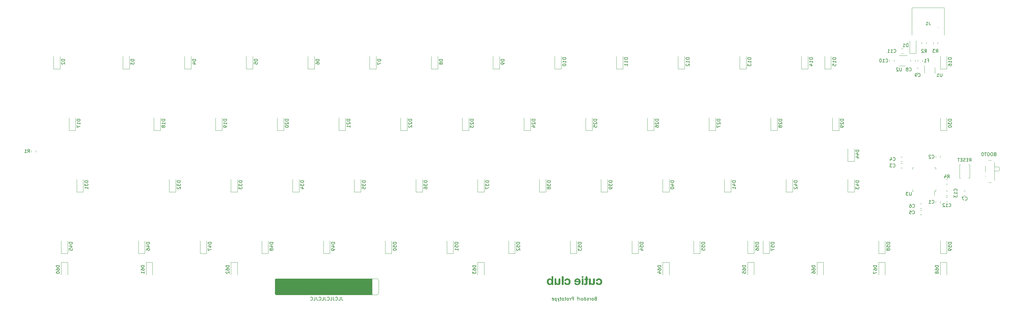
<source format=gbr>
G04 #@! TF.GenerationSoftware,KiCad,Pcbnew,5.1.5*
G04 #@! TF.CreationDate,2020-01-22T21:44:28+00:00*
G04 #@! TF.ProjectId,borsdorf,626f7273-646f-4726-962e-6b696361645f,rev?*
G04 #@! TF.SameCoordinates,Original*
G04 #@! TF.FileFunction,Legend,Bot*
G04 #@! TF.FilePolarity,Positive*
%FSLAX46Y46*%
G04 Gerber Fmt 4.6, Leading zero omitted, Abs format (unit mm)*
G04 Created by KiCad (PCBNEW 5.1.5) date 2020-01-22 21:44:28*
%MOMM*%
%LPD*%
G04 APERTURE LIST*
%ADD10C,0.150000*%
%ADD11C,0.120000*%
%ADD12C,0.010000*%
%ADD13C,0.100000*%
%ADD14R,1.301600X1.001600*%
%ADD15C,2.601600*%
%ADD16R,0.701600X1.551600*%
%ADD17R,0.401600X1.551600*%
%ADD18O,1.101600X2.201600*%
%ADD19O,1.101600X1.701600*%
%ADD20C,0.751600*%
%ADD21C,1.001600*%
%ADD22R,1.601600X0.801600*%
%ADD23R,0.901600X1.101600*%
%ADD24R,1.161600X0.751600*%
%ADD25C,1.801600*%
%ADD26R,0.751600X1.161600*%
G04 APERTURE END LIST*
D10*
X145119047Y-126452380D02*
X145119047Y-127166666D01*
X145166666Y-127309523D01*
X145261904Y-127404761D01*
X145404761Y-127452380D01*
X145500000Y-127452380D01*
X144166666Y-127452380D02*
X144642857Y-127452380D01*
X144642857Y-126452380D01*
X143261904Y-127357142D02*
X143309523Y-127404761D01*
X143452380Y-127452380D01*
X143547619Y-127452380D01*
X143690476Y-127404761D01*
X143785714Y-127309523D01*
X143833333Y-127214285D01*
X143880952Y-127023809D01*
X143880952Y-126880952D01*
X143833333Y-126690476D01*
X143785714Y-126595238D01*
X143690476Y-126500000D01*
X143547619Y-126452380D01*
X143452380Y-126452380D01*
X143309523Y-126500000D01*
X143261904Y-126547619D01*
X142547619Y-126452380D02*
X142547619Y-127166666D01*
X142595238Y-127309523D01*
X142690476Y-127404761D01*
X142833333Y-127452380D01*
X142928571Y-127452380D01*
X141595238Y-127452380D02*
X142071428Y-127452380D01*
X142071428Y-126452380D01*
X140690476Y-127357142D02*
X140738095Y-127404761D01*
X140880952Y-127452380D01*
X140976190Y-127452380D01*
X141119047Y-127404761D01*
X141214285Y-127309523D01*
X141261904Y-127214285D01*
X141309523Y-127023809D01*
X141309523Y-126880952D01*
X141261904Y-126690476D01*
X141214285Y-126595238D01*
X141119047Y-126500000D01*
X140976190Y-126452380D01*
X140880952Y-126452380D01*
X140738095Y-126500000D01*
X140690476Y-126547619D01*
X139976190Y-126452380D02*
X139976190Y-127166666D01*
X140023809Y-127309523D01*
X140119047Y-127404761D01*
X140261904Y-127452380D01*
X140357142Y-127452380D01*
X139023809Y-127452380D02*
X139500000Y-127452380D01*
X139500000Y-126452380D01*
X138119047Y-127357142D02*
X138166666Y-127404761D01*
X138309523Y-127452380D01*
X138404761Y-127452380D01*
X138547619Y-127404761D01*
X138642857Y-127309523D01*
X138690476Y-127214285D01*
X138738095Y-127023809D01*
X138738095Y-126880952D01*
X138690476Y-126690476D01*
X138642857Y-126595238D01*
X138547619Y-126500000D01*
X138404761Y-126452380D01*
X138309523Y-126452380D01*
X138166666Y-126500000D01*
X138119047Y-126547619D01*
X137404761Y-126452380D02*
X137404761Y-127166666D01*
X137452380Y-127309523D01*
X137547619Y-127404761D01*
X137690476Y-127452380D01*
X137785714Y-127452380D01*
X136452380Y-127452380D02*
X136928571Y-127452380D01*
X136928571Y-126452380D01*
X135547619Y-127357142D02*
X135595238Y-127404761D01*
X135738095Y-127452380D01*
X135833333Y-127452380D01*
X135976190Y-127404761D01*
X136071428Y-127309523D01*
X136119047Y-127214285D01*
X136166666Y-127023809D01*
X136166666Y-126880952D01*
X136119047Y-126690476D01*
X136071428Y-126595238D01*
X135976190Y-126500000D01*
X135833333Y-126452380D01*
X135738095Y-126452380D01*
X135595238Y-126500000D01*
X135547619Y-126547619D01*
X223523809Y-126928571D02*
X223380952Y-126976190D01*
X223333333Y-127023809D01*
X223285714Y-127119047D01*
X223285714Y-127261904D01*
X223333333Y-127357142D01*
X223380952Y-127404761D01*
X223476190Y-127452380D01*
X223857142Y-127452380D01*
X223857142Y-126452380D01*
X223523809Y-126452380D01*
X223428571Y-126500000D01*
X223380952Y-126547619D01*
X223333333Y-126642857D01*
X223333333Y-126738095D01*
X223380952Y-126833333D01*
X223428571Y-126880952D01*
X223523809Y-126928571D01*
X223857142Y-126928571D01*
X222714285Y-127452380D02*
X222809523Y-127404761D01*
X222857142Y-127357142D01*
X222904761Y-127261904D01*
X222904761Y-126976190D01*
X222857142Y-126880952D01*
X222809523Y-126833333D01*
X222714285Y-126785714D01*
X222571428Y-126785714D01*
X222476190Y-126833333D01*
X222428571Y-126880952D01*
X222380952Y-126976190D01*
X222380952Y-127261904D01*
X222428571Y-127357142D01*
X222476190Y-127404761D01*
X222571428Y-127452380D01*
X222714285Y-127452380D01*
X221952380Y-127452380D02*
X221952380Y-126785714D01*
X221952380Y-126976190D02*
X221904761Y-126880952D01*
X221857142Y-126833333D01*
X221761904Y-126785714D01*
X221666666Y-126785714D01*
X221380952Y-127404761D02*
X221285714Y-127452380D01*
X221095238Y-127452380D01*
X221000000Y-127404761D01*
X220952380Y-127309523D01*
X220952380Y-127261904D01*
X221000000Y-127166666D01*
X221095238Y-127119047D01*
X221238095Y-127119047D01*
X221333333Y-127071428D01*
X221380952Y-126976190D01*
X221380952Y-126928571D01*
X221333333Y-126833333D01*
X221238095Y-126785714D01*
X221095238Y-126785714D01*
X221000000Y-126833333D01*
X220095238Y-127452380D02*
X220095238Y-126452380D01*
X220095238Y-127404761D02*
X220190476Y-127452380D01*
X220380952Y-127452380D01*
X220476190Y-127404761D01*
X220523809Y-127357142D01*
X220571428Y-127261904D01*
X220571428Y-126976190D01*
X220523809Y-126880952D01*
X220476190Y-126833333D01*
X220380952Y-126785714D01*
X220190476Y-126785714D01*
X220095238Y-126833333D01*
X219476190Y-127452380D02*
X219571428Y-127404761D01*
X219619047Y-127357142D01*
X219666666Y-127261904D01*
X219666666Y-126976190D01*
X219619047Y-126880952D01*
X219571428Y-126833333D01*
X219476190Y-126785714D01*
X219333333Y-126785714D01*
X219238095Y-126833333D01*
X219190476Y-126880952D01*
X219142857Y-126976190D01*
X219142857Y-127261904D01*
X219190476Y-127357142D01*
X219238095Y-127404761D01*
X219333333Y-127452380D01*
X219476190Y-127452380D01*
X218714285Y-127452380D02*
X218714285Y-126785714D01*
X218714285Y-126976190D02*
X218666666Y-126880952D01*
X218619047Y-126833333D01*
X218523809Y-126785714D01*
X218428571Y-126785714D01*
X218238095Y-126785714D02*
X217857142Y-126785714D01*
X218095238Y-127452380D02*
X218095238Y-126595238D01*
X218047619Y-126500000D01*
X217952380Y-126452380D01*
X217857142Y-126452380D01*
X216761904Y-127452380D02*
X216761904Y-126452380D01*
X216380952Y-126452380D01*
X216285714Y-126500000D01*
X216238095Y-126547619D01*
X216190476Y-126642857D01*
X216190476Y-126785714D01*
X216238095Y-126880952D01*
X216285714Y-126928571D01*
X216380952Y-126976190D01*
X216761904Y-126976190D01*
X215761904Y-127452380D02*
X215761904Y-126785714D01*
X215761904Y-126976190D02*
X215714285Y-126880952D01*
X215666666Y-126833333D01*
X215571428Y-126785714D01*
X215476190Y-126785714D01*
X215000000Y-127452380D02*
X215095238Y-127404761D01*
X215142857Y-127357142D01*
X215190476Y-127261904D01*
X215190476Y-126976190D01*
X215142857Y-126880952D01*
X215095238Y-126833333D01*
X215000000Y-126785714D01*
X214857142Y-126785714D01*
X214761904Y-126833333D01*
X214714285Y-126880952D01*
X214666666Y-126976190D01*
X214666666Y-127261904D01*
X214714285Y-127357142D01*
X214761904Y-127404761D01*
X214857142Y-127452380D01*
X215000000Y-127452380D01*
X214380952Y-126785714D02*
X214000000Y-126785714D01*
X214238095Y-126452380D02*
X214238095Y-127309523D01*
X214190476Y-127404761D01*
X214095238Y-127452380D01*
X214000000Y-127452380D01*
X213523809Y-127452380D02*
X213619047Y-127404761D01*
X213666666Y-127357142D01*
X213714285Y-127261904D01*
X213714285Y-126976190D01*
X213666666Y-126880952D01*
X213619047Y-126833333D01*
X213523809Y-126785714D01*
X213380952Y-126785714D01*
X213285714Y-126833333D01*
X213238095Y-126880952D01*
X213190476Y-126976190D01*
X213190476Y-127261904D01*
X213238095Y-127357142D01*
X213285714Y-127404761D01*
X213380952Y-127452380D01*
X213523809Y-127452380D01*
X212904761Y-126785714D02*
X212523809Y-126785714D01*
X212761904Y-126452380D02*
X212761904Y-127309523D01*
X212714285Y-127404761D01*
X212619047Y-127452380D01*
X212523809Y-127452380D01*
X212285714Y-126785714D02*
X212047619Y-127452380D01*
X211809523Y-126785714D02*
X212047619Y-127452380D01*
X212142857Y-127690476D01*
X212190476Y-127738095D01*
X212285714Y-127785714D01*
X211428571Y-126785714D02*
X211428571Y-127785714D01*
X211428571Y-126833333D02*
X211333333Y-126785714D01*
X211142857Y-126785714D01*
X211047619Y-126833333D01*
X211000000Y-126880952D01*
X210952380Y-126976190D01*
X210952380Y-127261904D01*
X211000000Y-127357142D01*
X211047619Y-127404761D01*
X211142857Y-127452380D01*
X211333333Y-127452380D01*
X211428571Y-127404761D01*
X210142857Y-127404761D02*
X210238095Y-127452380D01*
X210428571Y-127452380D01*
X210523809Y-127404761D01*
X210571428Y-127309523D01*
X210571428Y-126928571D01*
X210523809Y-126833333D01*
X210428571Y-126785714D01*
X210238095Y-126785714D01*
X210142857Y-126833333D01*
X210095238Y-126928571D01*
X210095238Y-127023809D01*
X210571428Y-127119047D01*
D11*
X291893750Y-115621875D02*
X293893750Y-115621875D01*
X293893750Y-115621875D02*
X293893750Y-119521875D01*
X291893750Y-115621875D02*
X291893750Y-119521875D01*
D12*
G36*
X219452875Y-119970576D02*
G01*
X219403115Y-119980406D01*
X219355918Y-120000307D01*
X219313090Y-120030613D01*
X219311733Y-120031830D01*
X219282391Y-120066424D01*
X219261362Y-120108099D01*
X219248669Y-120154466D01*
X219244337Y-120203133D01*
X219248388Y-120251710D01*
X219260847Y-120297807D01*
X219281737Y-120339033D01*
X219308372Y-120370557D01*
X219354013Y-120404266D01*
X219405093Y-120427017D01*
X219459867Y-120438323D01*
X219516590Y-120437698D01*
X219537418Y-120434405D01*
X219588040Y-120418595D01*
X219633026Y-120393099D01*
X219670756Y-120359354D01*
X219699606Y-120318798D01*
X219717442Y-120274803D01*
X219723290Y-120238435D01*
X219723670Y-120196770D01*
X219718973Y-120154852D01*
X219709592Y-120117722D01*
X219704177Y-120104400D01*
X219676945Y-120060812D01*
X219641446Y-120025293D01*
X219599484Y-119998176D01*
X219552865Y-119979795D01*
X219503394Y-119970484D01*
X219452875Y-119970576D01*
G37*
X219452875Y-119970576D02*
X219403115Y-119980406D01*
X219355918Y-120000307D01*
X219313090Y-120030613D01*
X219311733Y-120031830D01*
X219282391Y-120066424D01*
X219261362Y-120108099D01*
X219248669Y-120154466D01*
X219244337Y-120203133D01*
X219248388Y-120251710D01*
X219260847Y-120297807D01*
X219281737Y-120339033D01*
X219308372Y-120370557D01*
X219354013Y-120404266D01*
X219405093Y-120427017D01*
X219459867Y-120438323D01*
X219516590Y-120437698D01*
X219537418Y-120434405D01*
X219588040Y-120418595D01*
X219633026Y-120393099D01*
X219670756Y-120359354D01*
X219699606Y-120318798D01*
X219717442Y-120274803D01*
X219723290Y-120238435D01*
X219723670Y-120196770D01*
X219718973Y-120154852D01*
X219709592Y-120117722D01*
X219704177Y-120104400D01*
X219676945Y-120060812D01*
X219641446Y-120025293D01*
X219599484Y-119998176D01*
X219552865Y-119979795D01*
X219503394Y-119970484D01*
X219452875Y-119970576D01*
G36*
X214722250Y-120670317D02*
G01*
X214667212Y-120672556D01*
X214621925Y-120676518D01*
X214552203Y-120688279D01*
X214478411Y-120706604D01*
X214404339Y-120730230D01*
X214333777Y-120757892D01*
X214270513Y-120788327D01*
X214247275Y-120801487D01*
X214176713Y-120848663D01*
X214112461Y-120901653D01*
X214055820Y-120959011D01*
X214008092Y-121019293D01*
X213970578Y-121081053D01*
X213947350Y-121134611D01*
X213933866Y-121186816D01*
X213929927Y-121237449D01*
X213935527Y-121284112D01*
X213947681Y-121318655D01*
X213971361Y-121355375D01*
X214003477Y-121388880D01*
X214039810Y-121414894D01*
X214045852Y-121418136D01*
X214084140Y-121432237D01*
X214126985Y-121439129D01*
X214170289Y-121438713D01*
X214209951Y-121430888D01*
X214230282Y-121422603D01*
X214246974Y-121410720D01*
X214268889Y-121390354D01*
X214294150Y-121363556D01*
X214320884Y-121332375D01*
X214347217Y-121298861D01*
X214361910Y-121278674D01*
X214392333Y-121238905D01*
X214427107Y-121199058D01*
X214463690Y-121161690D01*
X214499537Y-121129354D01*
X214532107Y-121104607D01*
X214540516Y-121099250D01*
X214601826Y-121069416D01*
X214669004Y-121049622D01*
X214739909Y-121040052D01*
X214812398Y-121040891D01*
X214884328Y-121052323D01*
X214930134Y-121065650D01*
X214990019Y-121092991D01*
X215046153Y-121131437D01*
X215097424Y-121179669D01*
X215142723Y-121236370D01*
X215180940Y-121300223D01*
X215210964Y-121369908D01*
X215225032Y-121415675D01*
X215238603Y-121480478D01*
X215248080Y-121553219D01*
X215253265Y-121629751D01*
X215253965Y-121705924D01*
X215249982Y-121777590D01*
X215244254Y-121823164D01*
X215224854Y-121912205D01*
X215197059Y-121992701D01*
X215161124Y-122064303D01*
X215117309Y-122126663D01*
X215065871Y-122179431D01*
X215007068Y-122222260D01*
X214941157Y-122254801D01*
X214919367Y-122262729D01*
X214859289Y-122277629D01*
X214794706Y-122284366D01*
X214728413Y-122283229D01*
X214663206Y-122274512D01*
X214601881Y-122258506D01*
X214547233Y-122235501D01*
X214523230Y-122221428D01*
X214487282Y-122196310D01*
X214455625Y-122170438D01*
X214426426Y-122141790D01*
X214397854Y-122108344D01*
X214368079Y-122068078D01*
X214335268Y-122018971D01*
X214324339Y-122001865D01*
X214305334Y-121972756D01*
X214286085Y-121944774D01*
X214268938Y-121921248D01*
X214257038Y-121906401D01*
X214220600Y-121873782D01*
X214179173Y-121851632D01*
X214134722Y-121840055D01*
X214089207Y-121839153D01*
X214044593Y-121849031D01*
X214002842Y-121869792D01*
X213975621Y-121891569D01*
X213941048Y-121932551D01*
X213918125Y-121978161D01*
X213906833Y-122028534D01*
X213907151Y-122083805D01*
X213919061Y-122144110D01*
X213933500Y-122187356D01*
X213964157Y-122251402D01*
X214005962Y-122314356D01*
X214057372Y-122374678D01*
X214116843Y-122430828D01*
X214182831Y-122481266D01*
X214253793Y-122524453D01*
X214289256Y-122542197D01*
X214385603Y-122580957D01*
X214489036Y-122611214D01*
X214596520Y-122632142D01*
X214639138Y-122637625D01*
X214681462Y-122640980D01*
X214731650Y-122642905D01*
X214785939Y-122643432D01*
X214840565Y-122642594D01*
X214891764Y-122640422D01*
X214935771Y-122636947D01*
X214952125Y-122634980D01*
X215058496Y-122615923D01*
X215155385Y-122589345D01*
X215243748Y-122554965D01*
X215276486Y-122539186D01*
X215359807Y-122489670D01*
X215437028Y-122429727D01*
X215507155Y-122360561D01*
X215569196Y-122283373D01*
X215622158Y-122199364D01*
X215665048Y-122109737D01*
X215690489Y-122037975D01*
X215717590Y-121928467D01*
X215734681Y-121813431D01*
X215741495Y-121695488D01*
X215737764Y-121577257D01*
X215737664Y-121575971D01*
X215722945Y-121455168D01*
X215698465Y-121341945D01*
X215664452Y-121236560D01*
X215621131Y-121139267D01*
X215568729Y-121050322D01*
X215507474Y-120969982D01*
X215437592Y-120898502D01*
X215359311Y-120836139D01*
X215272856Y-120783148D01*
X215178455Y-120739785D01*
X215076334Y-120706305D01*
X214966721Y-120682966D01*
X214942941Y-120679400D01*
X214896108Y-120674499D01*
X214840908Y-120671326D01*
X214781552Y-120669919D01*
X214722250Y-120670317D01*
G37*
X214722250Y-120670317D02*
X214667212Y-120672556D01*
X214621925Y-120676518D01*
X214552203Y-120688279D01*
X214478411Y-120706604D01*
X214404339Y-120730230D01*
X214333777Y-120757892D01*
X214270513Y-120788327D01*
X214247275Y-120801487D01*
X214176713Y-120848663D01*
X214112461Y-120901653D01*
X214055820Y-120959011D01*
X214008092Y-121019293D01*
X213970578Y-121081053D01*
X213947350Y-121134611D01*
X213933866Y-121186816D01*
X213929927Y-121237449D01*
X213935527Y-121284112D01*
X213947681Y-121318655D01*
X213971361Y-121355375D01*
X214003477Y-121388880D01*
X214039810Y-121414894D01*
X214045852Y-121418136D01*
X214084140Y-121432237D01*
X214126985Y-121439129D01*
X214170289Y-121438713D01*
X214209951Y-121430888D01*
X214230282Y-121422603D01*
X214246974Y-121410720D01*
X214268889Y-121390354D01*
X214294150Y-121363556D01*
X214320884Y-121332375D01*
X214347217Y-121298861D01*
X214361910Y-121278674D01*
X214392333Y-121238905D01*
X214427107Y-121199058D01*
X214463690Y-121161690D01*
X214499537Y-121129354D01*
X214532107Y-121104607D01*
X214540516Y-121099250D01*
X214601826Y-121069416D01*
X214669004Y-121049622D01*
X214739909Y-121040052D01*
X214812398Y-121040891D01*
X214884328Y-121052323D01*
X214930134Y-121065650D01*
X214990019Y-121092991D01*
X215046153Y-121131437D01*
X215097424Y-121179669D01*
X215142723Y-121236370D01*
X215180940Y-121300223D01*
X215210964Y-121369908D01*
X215225032Y-121415675D01*
X215238603Y-121480478D01*
X215248080Y-121553219D01*
X215253265Y-121629751D01*
X215253965Y-121705924D01*
X215249982Y-121777590D01*
X215244254Y-121823164D01*
X215224854Y-121912205D01*
X215197059Y-121992701D01*
X215161124Y-122064303D01*
X215117309Y-122126663D01*
X215065871Y-122179431D01*
X215007068Y-122222260D01*
X214941157Y-122254801D01*
X214919367Y-122262729D01*
X214859289Y-122277629D01*
X214794706Y-122284366D01*
X214728413Y-122283229D01*
X214663206Y-122274512D01*
X214601881Y-122258506D01*
X214547233Y-122235501D01*
X214523230Y-122221428D01*
X214487282Y-122196310D01*
X214455625Y-122170438D01*
X214426426Y-122141790D01*
X214397854Y-122108344D01*
X214368079Y-122068078D01*
X214335268Y-122018971D01*
X214324339Y-122001865D01*
X214305334Y-121972756D01*
X214286085Y-121944774D01*
X214268938Y-121921248D01*
X214257038Y-121906401D01*
X214220600Y-121873782D01*
X214179173Y-121851632D01*
X214134722Y-121840055D01*
X214089207Y-121839153D01*
X214044593Y-121849031D01*
X214002842Y-121869792D01*
X213975621Y-121891569D01*
X213941048Y-121932551D01*
X213918125Y-121978161D01*
X213906833Y-122028534D01*
X213907151Y-122083805D01*
X213919061Y-122144110D01*
X213933500Y-122187356D01*
X213964157Y-122251402D01*
X214005962Y-122314356D01*
X214057372Y-122374678D01*
X214116843Y-122430828D01*
X214182831Y-122481266D01*
X214253793Y-122524453D01*
X214289256Y-122542197D01*
X214385603Y-122580957D01*
X214489036Y-122611214D01*
X214596520Y-122632142D01*
X214639138Y-122637625D01*
X214681462Y-122640980D01*
X214731650Y-122642905D01*
X214785939Y-122643432D01*
X214840565Y-122642594D01*
X214891764Y-122640422D01*
X214935771Y-122636947D01*
X214952125Y-122634980D01*
X215058496Y-122615923D01*
X215155385Y-122589345D01*
X215243748Y-122554965D01*
X215276486Y-122539186D01*
X215359807Y-122489670D01*
X215437028Y-122429727D01*
X215507155Y-122360561D01*
X215569196Y-122283373D01*
X215622158Y-122199364D01*
X215665048Y-122109737D01*
X215690489Y-122037975D01*
X215717590Y-121928467D01*
X215734681Y-121813431D01*
X215741495Y-121695488D01*
X215737764Y-121577257D01*
X215737664Y-121575971D01*
X215722945Y-121455168D01*
X215698465Y-121341945D01*
X215664452Y-121236560D01*
X215621131Y-121139267D01*
X215568729Y-121050322D01*
X215507474Y-120969982D01*
X215437592Y-120898502D01*
X215359311Y-120836139D01*
X215272856Y-120783148D01*
X215178455Y-120739785D01*
X215076334Y-120706305D01*
X214966721Y-120682966D01*
X214942941Y-120679400D01*
X214896108Y-120674499D01*
X214840908Y-120671326D01*
X214781552Y-120669919D01*
X214722250Y-120670317D01*
G36*
X224519451Y-120670568D02*
G01*
X224461905Y-120672336D01*
X224406388Y-120675637D01*
X224356206Y-120680361D01*
X224314662Y-120686396D01*
X224307253Y-120687839D01*
X224208784Y-120713185D01*
X224114903Y-120747362D01*
X224026957Y-120789604D01*
X223946294Y-120839147D01*
X223874259Y-120895228D01*
X223812199Y-120957082D01*
X223793687Y-120979196D01*
X223751567Y-121038327D01*
X223719816Y-121096572D01*
X223698545Y-121153134D01*
X223687861Y-121207214D01*
X223687874Y-121258017D01*
X223698693Y-121304745D01*
X223720427Y-121346600D01*
X223740241Y-121370593D01*
X223776705Y-121400668D01*
X223818428Y-121422643D01*
X223863003Y-121436097D01*
X223908021Y-121440613D01*
X223951074Y-121435772D01*
X223989754Y-121421155D01*
X223998996Y-121415571D01*
X224017610Y-121400243D01*
X224040911Y-121376456D01*
X224066883Y-121346538D01*
X224093510Y-121312817D01*
X224118776Y-121277621D01*
X224119892Y-121275975D01*
X224134301Y-121256948D01*
X224155261Y-121232179D01*
X224180120Y-121204678D01*
X224206229Y-121177455D01*
X224210062Y-121173607D01*
X224238657Y-121145704D01*
X224261729Y-121125039D01*
X224282213Y-121109379D01*
X224303044Y-121096488D01*
X224327155Y-121084131D01*
X224328168Y-121083645D01*
X224367365Y-121066469D01*
X224403833Y-121054449D01*
X224441336Y-121046834D01*
X224483638Y-121042872D01*
X224534504Y-121041809D01*
X224537450Y-121041819D01*
X224574005Y-121042365D01*
X224601828Y-121043982D01*
X224624876Y-121047187D01*
X224647105Y-121052498D01*
X224667759Y-121058874D01*
X224735869Y-121087675D01*
X224797161Y-121126917D01*
X224851366Y-121176161D01*
X224898214Y-121234966D01*
X224937437Y-121302891D01*
X224968765Y-121379498D01*
X224991929Y-121464345D01*
X225006661Y-121556994D01*
X225011578Y-121621020D01*
X225011539Y-121718860D01*
X225002310Y-121812361D01*
X224984194Y-121900352D01*
X224957496Y-121981661D01*
X224922521Y-122055115D01*
X224883312Y-122114724D01*
X224833812Y-122169119D01*
X224776252Y-122213825D01*
X224711218Y-122248458D01*
X224646312Y-122270819D01*
X224599940Y-122279512D01*
X224546462Y-122283671D01*
X224490633Y-122283305D01*
X224437207Y-122278422D01*
X224395842Y-122270367D01*
X224334998Y-122249496D01*
X224278346Y-122219482D01*
X224225000Y-122179580D01*
X224174074Y-122129045D01*
X224124681Y-122067134D01*
X224086828Y-122010750D01*
X224051331Y-121957369D01*
X224018488Y-121915149D01*
X223987042Y-121883170D01*
X223955737Y-121860510D01*
X223923316Y-121846249D01*
X223888523Y-121839465D01*
X223852707Y-121839071D01*
X223805326Y-121847272D01*
X223763855Y-121866351D01*
X223726860Y-121897004D01*
X223721214Y-121903082D01*
X223696117Y-121933704D01*
X223679410Y-121961987D01*
X223669631Y-121991917D01*
X223665318Y-122027480D01*
X223664762Y-122057025D01*
X223665708Y-122091457D01*
X223668534Y-122118344D01*
X223674044Y-122142798D01*
X223682195Y-122167583D01*
X223716089Y-122242982D01*
X223761281Y-122313735D01*
X223817036Y-122379253D01*
X223882619Y-122438948D01*
X223957294Y-122492234D01*
X224040327Y-122538522D01*
X224130981Y-122577226D01*
X224228521Y-122607757D01*
X224235312Y-122609503D01*
X224305752Y-122624124D01*
X224384604Y-122634885D01*
X224468121Y-122641592D01*
X224552554Y-122644051D01*
X224634156Y-122642067D01*
X224709180Y-122635444D01*
X224716311Y-122634501D01*
X224826802Y-122613931D01*
X224929338Y-122583516D01*
X225024084Y-122543179D01*
X225111204Y-122492839D01*
X225190864Y-122432420D01*
X225243858Y-122382461D01*
X225309831Y-122306156D01*
X225365627Y-122223422D01*
X225411364Y-122133925D01*
X225447161Y-122037332D01*
X225473137Y-121933310D01*
X225489411Y-121821527D01*
X225496102Y-121701649D01*
X225496300Y-121676025D01*
X225491215Y-121550317D01*
X225475949Y-121432179D01*
X225450487Y-121321568D01*
X225414811Y-121218441D01*
X225368907Y-121122753D01*
X225312757Y-121034462D01*
X225246348Y-120953524D01*
X225220475Y-120926725D01*
X225144004Y-120859016D01*
X225061286Y-120801825D01*
X224971886Y-120754953D01*
X224875367Y-120718200D01*
X224771295Y-120691367D01*
X224671229Y-120675583D01*
X224627417Y-120672081D01*
X224575723Y-120670446D01*
X224519451Y-120670568D01*
G37*
X224519451Y-120670568D02*
X224461905Y-120672336D01*
X224406388Y-120675637D01*
X224356206Y-120680361D01*
X224314662Y-120686396D01*
X224307253Y-120687839D01*
X224208784Y-120713185D01*
X224114903Y-120747362D01*
X224026957Y-120789604D01*
X223946294Y-120839147D01*
X223874259Y-120895228D01*
X223812199Y-120957082D01*
X223793687Y-120979196D01*
X223751567Y-121038327D01*
X223719816Y-121096572D01*
X223698545Y-121153134D01*
X223687861Y-121207214D01*
X223687874Y-121258017D01*
X223698693Y-121304745D01*
X223720427Y-121346600D01*
X223740241Y-121370593D01*
X223776705Y-121400668D01*
X223818428Y-121422643D01*
X223863003Y-121436097D01*
X223908021Y-121440613D01*
X223951074Y-121435772D01*
X223989754Y-121421155D01*
X223998996Y-121415571D01*
X224017610Y-121400243D01*
X224040911Y-121376456D01*
X224066883Y-121346538D01*
X224093510Y-121312817D01*
X224118776Y-121277621D01*
X224119892Y-121275975D01*
X224134301Y-121256948D01*
X224155261Y-121232179D01*
X224180120Y-121204678D01*
X224206229Y-121177455D01*
X224210062Y-121173607D01*
X224238657Y-121145704D01*
X224261729Y-121125039D01*
X224282213Y-121109379D01*
X224303044Y-121096488D01*
X224327155Y-121084131D01*
X224328168Y-121083645D01*
X224367365Y-121066469D01*
X224403833Y-121054449D01*
X224441336Y-121046834D01*
X224483638Y-121042872D01*
X224534504Y-121041809D01*
X224537450Y-121041819D01*
X224574005Y-121042365D01*
X224601828Y-121043982D01*
X224624876Y-121047187D01*
X224647105Y-121052498D01*
X224667759Y-121058874D01*
X224735869Y-121087675D01*
X224797161Y-121126917D01*
X224851366Y-121176161D01*
X224898214Y-121234966D01*
X224937437Y-121302891D01*
X224968765Y-121379498D01*
X224991929Y-121464345D01*
X225006661Y-121556994D01*
X225011578Y-121621020D01*
X225011539Y-121718860D01*
X225002310Y-121812361D01*
X224984194Y-121900352D01*
X224957496Y-121981661D01*
X224922521Y-122055115D01*
X224883312Y-122114724D01*
X224833812Y-122169119D01*
X224776252Y-122213825D01*
X224711218Y-122248458D01*
X224646312Y-122270819D01*
X224599940Y-122279512D01*
X224546462Y-122283671D01*
X224490633Y-122283305D01*
X224437207Y-122278422D01*
X224395842Y-122270367D01*
X224334998Y-122249496D01*
X224278346Y-122219482D01*
X224225000Y-122179580D01*
X224174074Y-122129045D01*
X224124681Y-122067134D01*
X224086828Y-122010750D01*
X224051331Y-121957369D01*
X224018488Y-121915149D01*
X223987042Y-121883170D01*
X223955737Y-121860510D01*
X223923316Y-121846249D01*
X223888523Y-121839465D01*
X223852707Y-121839071D01*
X223805326Y-121847272D01*
X223763855Y-121866351D01*
X223726860Y-121897004D01*
X223721214Y-121903082D01*
X223696117Y-121933704D01*
X223679410Y-121961987D01*
X223669631Y-121991917D01*
X223665318Y-122027480D01*
X223664762Y-122057025D01*
X223665708Y-122091457D01*
X223668534Y-122118344D01*
X223674044Y-122142798D01*
X223682195Y-122167583D01*
X223716089Y-122242982D01*
X223761281Y-122313735D01*
X223817036Y-122379253D01*
X223882619Y-122438948D01*
X223957294Y-122492234D01*
X224040327Y-122538522D01*
X224130981Y-122577226D01*
X224228521Y-122607757D01*
X224235312Y-122609503D01*
X224305752Y-122624124D01*
X224384604Y-122634885D01*
X224468121Y-122641592D01*
X224552554Y-122644051D01*
X224634156Y-122642067D01*
X224709180Y-122635444D01*
X224716311Y-122634501D01*
X224826802Y-122613931D01*
X224929338Y-122583516D01*
X225024084Y-122543179D01*
X225111204Y-122492839D01*
X225190864Y-122432420D01*
X225243858Y-122382461D01*
X225309831Y-122306156D01*
X225365627Y-122223422D01*
X225411364Y-122133925D01*
X225447161Y-122037332D01*
X225473137Y-121933310D01*
X225489411Y-121821527D01*
X225496102Y-121701649D01*
X225496300Y-121676025D01*
X225491215Y-121550317D01*
X225475949Y-121432179D01*
X225450487Y-121321568D01*
X225414811Y-121218441D01*
X225368907Y-121122753D01*
X225312757Y-121034462D01*
X225246348Y-120953524D01*
X225220475Y-120926725D01*
X225144004Y-120859016D01*
X225061286Y-120801825D01*
X224971886Y-120754953D01*
X224875367Y-120718200D01*
X224771295Y-120691367D01*
X224671229Y-120675583D01*
X224627417Y-120672081D01*
X224575723Y-120670446D01*
X224519451Y-120670568D01*
G36*
X210113532Y-119948488D02*
G01*
X210063727Y-119960257D01*
X210020024Y-119982376D01*
X209983430Y-120014289D01*
X209954952Y-120055437D01*
X209948153Y-120069475D01*
X209942600Y-120082438D01*
X209937821Y-120095069D01*
X209933758Y-120108390D01*
X209930354Y-120123424D01*
X209927550Y-120141191D01*
X209925288Y-120162715D01*
X209923511Y-120189016D01*
X209922159Y-120221117D01*
X209921176Y-120260040D01*
X209920503Y-120306807D01*
X209920082Y-120362440D01*
X209919855Y-120427960D01*
X209919764Y-120504390D01*
X209919750Y-120569651D01*
X209919750Y-120970777D01*
X209883238Y-120935612D01*
X209806828Y-120866760D01*
X209732177Y-120809580D01*
X209657855Y-120763450D01*
X209582433Y-120727748D01*
X209504482Y-120701853D01*
X209422574Y-120685143D01*
X209335279Y-120676996D01*
X209286406Y-120675937D01*
X209181030Y-120681572D01*
X209081836Y-120698255D01*
X208989079Y-120725801D01*
X208903010Y-120764028D01*
X208823885Y-120812752D01*
X208751956Y-120871789D01*
X208687477Y-120940957D01*
X208630701Y-121020070D01*
X208581882Y-121108947D01*
X208541273Y-121207402D01*
X208537540Y-121218160D01*
X208510243Y-121314074D01*
X208490653Y-121417721D01*
X208478824Y-121526700D01*
X208474807Y-121638610D01*
X208478654Y-121751053D01*
X208490417Y-121861627D01*
X208510147Y-121967932D01*
X208520463Y-122009400D01*
X208553981Y-122113821D01*
X208596057Y-122210260D01*
X208646260Y-122298271D01*
X208704157Y-122377409D01*
X208769315Y-122447226D01*
X208841301Y-122507276D01*
X208919683Y-122557115D01*
X209004029Y-122596295D01*
X209093904Y-122624371D01*
X209123247Y-122630835D01*
X209225092Y-122645385D01*
X209324214Y-122647803D01*
X209421710Y-122638070D01*
X209487279Y-122624592D01*
X209564994Y-122600608D01*
X209637281Y-122568163D01*
X209705687Y-122526273D01*
X209771759Y-122473955D01*
X209837048Y-122410228D01*
X209853952Y-122391816D01*
X209875058Y-122368614D01*
X209893294Y-122349055D01*
X209906907Y-122334984D01*
X209914144Y-122328245D01*
X209914622Y-122327958D01*
X209917027Y-122332760D01*
X209918853Y-122347393D01*
X209919786Y-122368989D01*
X209919844Y-122375583D01*
X209924611Y-122440134D01*
X209938424Y-122496925D01*
X209960938Y-122545463D01*
X209991811Y-122585253D01*
X210030697Y-122615801D01*
X210077252Y-122636612D01*
X210106654Y-122643850D01*
X210129846Y-122647854D01*
X210146643Y-122649542D01*
X210162570Y-122648934D01*
X210183154Y-122646047D01*
X210194505Y-122644162D01*
X210242364Y-122629912D01*
X210284406Y-122604466D01*
X210307134Y-122583303D01*
X210334411Y-122547154D01*
X210353948Y-122505409D01*
X210366711Y-122455698D01*
X210370884Y-122426849D01*
X210371861Y-122412267D01*
X210372735Y-122386357D01*
X210373508Y-122349007D01*
X210374179Y-122300108D01*
X210374748Y-122239547D01*
X210375217Y-122167213D01*
X210375586Y-122082997D01*
X210375856Y-121986786D01*
X210376025Y-121878469D01*
X210376096Y-121757936D01*
X210376086Y-121708136D01*
X209893807Y-121708136D01*
X209887015Y-121796264D01*
X209872832Y-121880252D01*
X209851279Y-121957479D01*
X209841312Y-121984133D01*
X209817755Y-122034803D01*
X209789491Y-122079977D01*
X209753723Y-122123815D01*
X209731997Y-122146689D01*
X209705265Y-122172651D01*
X209682249Y-122191901D01*
X209658633Y-122207564D01*
X209630106Y-122222770D01*
X209620872Y-122227265D01*
X209591346Y-122240452D01*
X209561655Y-122252036D01*
X209536300Y-122260328D01*
X209526050Y-122262833D01*
X209504140Y-122267172D01*
X209485771Y-122270946D01*
X209478425Y-122272544D01*
X209461815Y-122274213D01*
X209436251Y-122274355D01*
X209405353Y-122273205D01*
X209372746Y-122270997D01*
X209342051Y-122267967D01*
X209316890Y-122264348D01*
X209303169Y-122261184D01*
X209236646Y-122233472D01*
X209176030Y-122194914D01*
X209121816Y-122146154D01*
X209074498Y-122087834D01*
X209034572Y-122020597D01*
X209002531Y-121945086D01*
X208978871Y-121861945D01*
X208972740Y-121831600D01*
X208968622Y-121799655D01*
X208965764Y-121758106D01*
X208964140Y-121709980D01*
X208963730Y-121658301D01*
X208964509Y-121606094D01*
X208966455Y-121556384D01*
X208969544Y-121512196D01*
X208973754Y-121476556D01*
X208975524Y-121466475D01*
X208998078Y-121376513D01*
X209028106Y-121296617D01*
X209065555Y-121226858D01*
X209110372Y-121167308D01*
X209162503Y-121118039D01*
X209221897Y-121079121D01*
X209282669Y-121052604D01*
X209306713Y-121044852D01*
X209328002Y-121039788D01*
X209350567Y-121036852D01*
X209378437Y-121035485D01*
X209408575Y-121035141D01*
X209456331Y-121036162D01*
X209494397Y-121039715D01*
X209525580Y-121046062D01*
X209525592Y-121046066D01*
X209593703Y-121071132D01*
X209656436Y-121107335D01*
X209713139Y-121154024D01*
X209763160Y-121210548D01*
X209805849Y-121276257D01*
X209840552Y-121350500D01*
X209846603Y-121366664D01*
X209869604Y-121445133D01*
X209885124Y-121529949D01*
X209893184Y-121618490D01*
X209893807Y-121708136D01*
X210376086Y-121708136D01*
X210376069Y-121625076D01*
X210375944Y-121479777D01*
X210375721Y-121321929D01*
X210375619Y-121263275D01*
X210375361Y-121123965D01*
X210375111Y-120996782D01*
X210374861Y-120881152D01*
X210374605Y-120776504D01*
X210374336Y-120682263D01*
X210374048Y-120597857D01*
X210373734Y-120522712D01*
X210373387Y-120456256D01*
X210373001Y-120397915D01*
X210372569Y-120347116D01*
X210372085Y-120303286D01*
X210371541Y-120265852D01*
X210370930Y-120234241D01*
X210370248Y-120207880D01*
X210369485Y-120186196D01*
X210368637Y-120168616D01*
X210367696Y-120154566D01*
X210366656Y-120143474D01*
X210365509Y-120134766D01*
X210364250Y-120127869D01*
X210362872Y-120122211D01*
X210362318Y-120120275D01*
X210341233Y-120065089D01*
X210313776Y-120020783D01*
X210279624Y-119987067D01*
X210238450Y-119963651D01*
X210189932Y-119950247D01*
X210168431Y-119947627D01*
X210113532Y-119948488D01*
G37*
X210113532Y-119948488D02*
X210063727Y-119960257D01*
X210020024Y-119982376D01*
X209983430Y-120014289D01*
X209954952Y-120055437D01*
X209948153Y-120069475D01*
X209942600Y-120082438D01*
X209937821Y-120095069D01*
X209933758Y-120108390D01*
X209930354Y-120123424D01*
X209927550Y-120141191D01*
X209925288Y-120162715D01*
X209923511Y-120189016D01*
X209922159Y-120221117D01*
X209921176Y-120260040D01*
X209920503Y-120306807D01*
X209920082Y-120362440D01*
X209919855Y-120427960D01*
X209919764Y-120504390D01*
X209919750Y-120569651D01*
X209919750Y-120970777D01*
X209883238Y-120935612D01*
X209806828Y-120866760D01*
X209732177Y-120809580D01*
X209657855Y-120763450D01*
X209582433Y-120727748D01*
X209504482Y-120701853D01*
X209422574Y-120685143D01*
X209335279Y-120676996D01*
X209286406Y-120675937D01*
X209181030Y-120681572D01*
X209081836Y-120698255D01*
X208989079Y-120725801D01*
X208903010Y-120764028D01*
X208823885Y-120812752D01*
X208751956Y-120871789D01*
X208687477Y-120940957D01*
X208630701Y-121020070D01*
X208581882Y-121108947D01*
X208541273Y-121207402D01*
X208537540Y-121218160D01*
X208510243Y-121314074D01*
X208490653Y-121417721D01*
X208478824Y-121526700D01*
X208474807Y-121638610D01*
X208478654Y-121751053D01*
X208490417Y-121861627D01*
X208510147Y-121967932D01*
X208520463Y-122009400D01*
X208553981Y-122113821D01*
X208596057Y-122210260D01*
X208646260Y-122298271D01*
X208704157Y-122377409D01*
X208769315Y-122447226D01*
X208841301Y-122507276D01*
X208919683Y-122557115D01*
X209004029Y-122596295D01*
X209093904Y-122624371D01*
X209123247Y-122630835D01*
X209225092Y-122645385D01*
X209324214Y-122647803D01*
X209421710Y-122638070D01*
X209487279Y-122624592D01*
X209564994Y-122600608D01*
X209637281Y-122568163D01*
X209705687Y-122526273D01*
X209771759Y-122473955D01*
X209837048Y-122410228D01*
X209853952Y-122391816D01*
X209875058Y-122368614D01*
X209893294Y-122349055D01*
X209906907Y-122334984D01*
X209914144Y-122328245D01*
X209914622Y-122327958D01*
X209917027Y-122332760D01*
X209918853Y-122347393D01*
X209919786Y-122368989D01*
X209919844Y-122375583D01*
X209924611Y-122440134D01*
X209938424Y-122496925D01*
X209960938Y-122545463D01*
X209991811Y-122585253D01*
X210030697Y-122615801D01*
X210077252Y-122636612D01*
X210106654Y-122643850D01*
X210129846Y-122647854D01*
X210146643Y-122649542D01*
X210162570Y-122648934D01*
X210183154Y-122646047D01*
X210194505Y-122644162D01*
X210242364Y-122629912D01*
X210284406Y-122604466D01*
X210307134Y-122583303D01*
X210334411Y-122547154D01*
X210353948Y-122505409D01*
X210366711Y-122455698D01*
X210370884Y-122426849D01*
X210371861Y-122412267D01*
X210372735Y-122386357D01*
X210373508Y-122349007D01*
X210374179Y-122300108D01*
X210374748Y-122239547D01*
X210375217Y-122167213D01*
X210375586Y-122082997D01*
X210375856Y-121986786D01*
X210376025Y-121878469D01*
X210376096Y-121757936D01*
X210376086Y-121708136D01*
X209893807Y-121708136D01*
X209887015Y-121796264D01*
X209872832Y-121880252D01*
X209851279Y-121957479D01*
X209841312Y-121984133D01*
X209817755Y-122034803D01*
X209789491Y-122079977D01*
X209753723Y-122123815D01*
X209731997Y-122146689D01*
X209705265Y-122172651D01*
X209682249Y-122191901D01*
X209658633Y-122207564D01*
X209630106Y-122222770D01*
X209620872Y-122227265D01*
X209591346Y-122240452D01*
X209561655Y-122252036D01*
X209536300Y-122260328D01*
X209526050Y-122262833D01*
X209504140Y-122267172D01*
X209485771Y-122270946D01*
X209478425Y-122272544D01*
X209461815Y-122274213D01*
X209436251Y-122274355D01*
X209405353Y-122273205D01*
X209372746Y-122270997D01*
X209342051Y-122267967D01*
X209316890Y-122264348D01*
X209303169Y-122261184D01*
X209236646Y-122233472D01*
X209176030Y-122194914D01*
X209121816Y-122146154D01*
X209074498Y-122087834D01*
X209034572Y-122020597D01*
X209002531Y-121945086D01*
X208978871Y-121861945D01*
X208972740Y-121831600D01*
X208968622Y-121799655D01*
X208965764Y-121758106D01*
X208964140Y-121709980D01*
X208963730Y-121658301D01*
X208964509Y-121606094D01*
X208966455Y-121556384D01*
X208969544Y-121512196D01*
X208973754Y-121476556D01*
X208975524Y-121466475D01*
X208998078Y-121376513D01*
X209028106Y-121296617D01*
X209065555Y-121226858D01*
X209110372Y-121167308D01*
X209162503Y-121118039D01*
X209221897Y-121079121D01*
X209282669Y-121052604D01*
X209306713Y-121044852D01*
X209328002Y-121039788D01*
X209350567Y-121036852D01*
X209378437Y-121035485D01*
X209408575Y-121035141D01*
X209456331Y-121036162D01*
X209494397Y-121039715D01*
X209525580Y-121046062D01*
X209525592Y-121046066D01*
X209593703Y-121071132D01*
X209656436Y-121107335D01*
X209713139Y-121154024D01*
X209763160Y-121210548D01*
X209805849Y-121276257D01*
X209840552Y-121350500D01*
X209846603Y-121366664D01*
X209869604Y-121445133D01*
X209885124Y-121529949D01*
X209893184Y-121618490D01*
X209893807Y-121708136D01*
X210376086Y-121708136D01*
X210376069Y-121625076D01*
X210375944Y-121479777D01*
X210375721Y-121321929D01*
X210375619Y-121263275D01*
X210375361Y-121123965D01*
X210375111Y-120996782D01*
X210374861Y-120881152D01*
X210374605Y-120776504D01*
X210374336Y-120682263D01*
X210374048Y-120597857D01*
X210373734Y-120522712D01*
X210373387Y-120456256D01*
X210373001Y-120397915D01*
X210372569Y-120347116D01*
X210372085Y-120303286D01*
X210371541Y-120265852D01*
X210370930Y-120234241D01*
X210370248Y-120207880D01*
X210369485Y-120186196D01*
X210368637Y-120168616D01*
X210367696Y-120154566D01*
X210366656Y-120143474D01*
X210365509Y-120134766D01*
X210364250Y-120127869D01*
X210362872Y-120122211D01*
X210362318Y-120120275D01*
X210341233Y-120065089D01*
X210313776Y-120020783D01*
X210279624Y-119987067D01*
X210238450Y-119963651D01*
X210189932Y-119950247D01*
X210168431Y-119947627D01*
X210113532Y-119948488D01*
G36*
X211052345Y-120675587D02*
G01*
X210999033Y-120690244D01*
X210954153Y-120714296D01*
X210917467Y-120747960D01*
X210888739Y-120791452D01*
X210867973Y-120844175D01*
X210866250Y-120850631D01*
X210864705Y-120858209D01*
X210863326Y-120867618D01*
X210862102Y-120879570D01*
X210861020Y-120894773D01*
X210860067Y-120913939D01*
X210859232Y-120937777D01*
X210858503Y-120966996D01*
X210857867Y-121002309D01*
X210857312Y-121044424D01*
X210856826Y-121094051D01*
X210856397Y-121151902D01*
X210856012Y-121218685D01*
X210855660Y-121295111D01*
X210855327Y-121381890D01*
X210855003Y-121479733D01*
X210854675Y-121589348D01*
X210854572Y-121625225D01*
X210854248Y-121760798D01*
X210854084Y-121883730D01*
X210854079Y-121994078D01*
X210854235Y-122091899D01*
X210854551Y-122177250D01*
X210855028Y-122250189D01*
X210855667Y-122310773D01*
X210856467Y-122359059D01*
X210857429Y-122395105D01*
X210858553Y-122418968D01*
X210859232Y-122426849D01*
X210870956Y-122487209D01*
X210891032Y-122538284D01*
X210919311Y-122579891D01*
X210955639Y-122611850D01*
X210999864Y-122633979D01*
X211041779Y-122644641D01*
X211065740Y-122648300D01*
X211082771Y-122649657D01*
X211098440Y-122648666D01*
X211118315Y-122645283D01*
X211125011Y-122643975D01*
X211171975Y-122628322D01*
X211214867Y-122600867D01*
X211240823Y-122576218D01*
X211262453Y-122549219D01*
X211278860Y-122520205D01*
X211290973Y-122486559D01*
X211299722Y-122445669D01*
X211306036Y-122394917D01*
X211306324Y-122391861D01*
X211313575Y-122313948D01*
X211342150Y-122349855D01*
X211369034Y-122380753D01*
X211402886Y-122415380D01*
X211440359Y-122450637D01*
X211478101Y-122483422D01*
X211512764Y-122510637D01*
X211525704Y-122519732D01*
X211595958Y-122562123D01*
X211666745Y-122594782D01*
X211740561Y-122618486D01*
X211819904Y-122634010D01*
X211907269Y-122642129D01*
X211921667Y-122642774D01*
X212012737Y-122642290D01*
X212096190Y-122633110D01*
X212174036Y-122614816D01*
X212248287Y-122586992D01*
X212290369Y-122566391D01*
X212358642Y-122523641D01*
X212417691Y-122472748D01*
X212467653Y-122413483D01*
X212508663Y-122345619D01*
X212540856Y-122268930D01*
X212564367Y-122183187D01*
X212579333Y-122088165D01*
X212580164Y-122080164D01*
X212581507Y-122060199D01*
X212582698Y-122029387D01*
X212583739Y-121988849D01*
X212584634Y-121939704D01*
X212585382Y-121883072D01*
X212585988Y-121820073D01*
X212586453Y-121751827D01*
X212586778Y-121679454D01*
X212586967Y-121604073D01*
X212587021Y-121526804D01*
X212586942Y-121448768D01*
X212586733Y-121371083D01*
X212586395Y-121294870D01*
X212585930Y-121221248D01*
X212585342Y-121151337D01*
X212584631Y-121086258D01*
X212583800Y-121027129D01*
X212582851Y-120975071D01*
X212581786Y-120931204D01*
X212580607Y-120896646D01*
X212579316Y-120872519D01*
X212577916Y-120859942D01*
X212577877Y-120859775D01*
X212559402Y-120804133D01*
X212532977Y-120757792D01*
X212498932Y-120721170D01*
X212457596Y-120694687D01*
X212443500Y-120688658D01*
X212400743Y-120677506D01*
X212352486Y-120673431D01*
X212303775Y-120676430D01*
X212259655Y-120686501D01*
X212253375Y-120688762D01*
X212209661Y-120712089D01*
X212172778Y-120745596D01*
X212143365Y-120788372D01*
X212122062Y-120839510D01*
X212110323Y-120892132D01*
X212109324Y-120905338D01*
X212108375Y-120930094D01*
X212107489Y-120965250D01*
X212106681Y-121009657D01*
X212105965Y-121062165D01*
X212105356Y-121121624D01*
X212104869Y-121186885D01*
X212104517Y-121256798D01*
X212104316Y-121330213D01*
X212104273Y-121374400D01*
X212104171Y-121471747D01*
X212103906Y-121557371D01*
X212103442Y-121632247D01*
X212102745Y-121697351D01*
X212101780Y-121753660D01*
X212100511Y-121802148D01*
X212098904Y-121843792D01*
X212096925Y-121879568D01*
X212094538Y-121910451D01*
X212091708Y-121937418D01*
X212088401Y-121961443D01*
X212084582Y-121983504D01*
X212082077Y-121995979D01*
X212062669Y-122065051D01*
X212035594Y-122124824D01*
X212001126Y-122174919D01*
X211959543Y-122214961D01*
X211911121Y-122244574D01*
X211894600Y-122251641D01*
X211869207Y-122259401D01*
X211838313Y-122264613D01*
X211798670Y-122267790D01*
X211789820Y-122268209D01*
X211726077Y-122267185D01*
X211668445Y-122257605D01*
X211612878Y-122238536D01*
X211570489Y-122217646D01*
X211530039Y-122191177D01*
X211489158Y-122156950D01*
X211451017Y-122118152D01*
X211418788Y-122077971D01*
X211398003Y-122044325D01*
X211388173Y-122024611D01*
X211379535Y-122005385D01*
X211372007Y-121985710D01*
X211365508Y-121964649D01*
X211359955Y-121941268D01*
X211355265Y-121914628D01*
X211351357Y-121883795D01*
X211348148Y-121847831D01*
X211345556Y-121805801D01*
X211343499Y-121756768D01*
X211341894Y-121699797D01*
X211340659Y-121633949D01*
X211339712Y-121558291D01*
X211338971Y-121471885D01*
X211338353Y-121373794D01*
X211338304Y-121364875D01*
X211337759Y-121273124D01*
X211337170Y-121193128D01*
X211336484Y-121123941D01*
X211335647Y-121064617D01*
X211334607Y-121014212D01*
X211333310Y-120971779D01*
X211331704Y-120936373D01*
X211329736Y-120907048D01*
X211327353Y-120882860D01*
X211324502Y-120862862D01*
X211321130Y-120846109D01*
X211317184Y-120831656D01*
X211312611Y-120818556D01*
X211307358Y-120805866D01*
X211306952Y-120804943D01*
X211280787Y-120760587D01*
X211245798Y-120724283D01*
X211203602Y-120696852D01*
X211155817Y-120679117D01*
X211104058Y-120671898D01*
X211052345Y-120675587D01*
G37*
X211052345Y-120675587D02*
X210999033Y-120690244D01*
X210954153Y-120714296D01*
X210917467Y-120747960D01*
X210888739Y-120791452D01*
X210867973Y-120844175D01*
X210866250Y-120850631D01*
X210864705Y-120858209D01*
X210863326Y-120867618D01*
X210862102Y-120879570D01*
X210861020Y-120894773D01*
X210860067Y-120913939D01*
X210859232Y-120937777D01*
X210858503Y-120966996D01*
X210857867Y-121002309D01*
X210857312Y-121044424D01*
X210856826Y-121094051D01*
X210856397Y-121151902D01*
X210856012Y-121218685D01*
X210855660Y-121295111D01*
X210855327Y-121381890D01*
X210855003Y-121479733D01*
X210854675Y-121589348D01*
X210854572Y-121625225D01*
X210854248Y-121760798D01*
X210854084Y-121883730D01*
X210854079Y-121994078D01*
X210854235Y-122091899D01*
X210854551Y-122177250D01*
X210855028Y-122250189D01*
X210855667Y-122310773D01*
X210856467Y-122359059D01*
X210857429Y-122395105D01*
X210858553Y-122418968D01*
X210859232Y-122426849D01*
X210870956Y-122487209D01*
X210891032Y-122538284D01*
X210919311Y-122579891D01*
X210955639Y-122611850D01*
X210999864Y-122633979D01*
X211041779Y-122644641D01*
X211065740Y-122648300D01*
X211082771Y-122649657D01*
X211098440Y-122648666D01*
X211118315Y-122645283D01*
X211125011Y-122643975D01*
X211171975Y-122628322D01*
X211214867Y-122600867D01*
X211240823Y-122576218D01*
X211262453Y-122549219D01*
X211278860Y-122520205D01*
X211290973Y-122486559D01*
X211299722Y-122445669D01*
X211306036Y-122394917D01*
X211306324Y-122391861D01*
X211313575Y-122313948D01*
X211342150Y-122349855D01*
X211369034Y-122380753D01*
X211402886Y-122415380D01*
X211440359Y-122450637D01*
X211478101Y-122483422D01*
X211512764Y-122510637D01*
X211525704Y-122519732D01*
X211595958Y-122562123D01*
X211666745Y-122594782D01*
X211740561Y-122618486D01*
X211819904Y-122634010D01*
X211907269Y-122642129D01*
X211921667Y-122642774D01*
X212012737Y-122642290D01*
X212096190Y-122633110D01*
X212174036Y-122614816D01*
X212248287Y-122586992D01*
X212290369Y-122566391D01*
X212358642Y-122523641D01*
X212417691Y-122472748D01*
X212467653Y-122413483D01*
X212508663Y-122345619D01*
X212540856Y-122268930D01*
X212564367Y-122183187D01*
X212579333Y-122088165D01*
X212580164Y-122080164D01*
X212581507Y-122060199D01*
X212582698Y-122029387D01*
X212583739Y-121988849D01*
X212584634Y-121939704D01*
X212585382Y-121883072D01*
X212585988Y-121820073D01*
X212586453Y-121751827D01*
X212586778Y-121679454D01*
X212586967Y-121604073D01*
X212587021Y-121526804D01*
X212586942Y-121448768D01*
X212586733Y-121371083D01*
X212586395Y-121294870D01*
X212585930Y-121221248D01*
X212585342Y-121151337D01*
X212584631Y-121086258D01*
X212583800Y-121027129D01*
X212582851Y-120975071D01*
X212581786Y-120931204D01*
X212580607Y-120896646D01*
X212579316Y-120872519D01*
X212577916Y-120859942D01*
X212577877Y-120859775D01*
X212559402Y-120804133D01*
X212532977Y-120757792D01*
X212498932Y-120721170D01*
X212457596Y-120694687D01*
X212443500Y-120688658D01*
X212400743Y-120677506D01*
X212352486Y-120673431D01*
X212303775Y-120676430D01*
X212259655Y-120686501D01*
X212253375Y-120688762D01*
X212209661Y-120712089D01*
X212172778Y-120745596D01*
X212143365Y-120788372D01*
X212122062Y-120839510D01*
X212110323Y-120892132D01*
X212109324Y-120905338D01*
X212108375Y-120930094D01*
X212107489Y-120965250D01*
X212106681Y-121009657D01*
X212105965Y-121062165D01*
X212105356Y-121121624D01*
X212104869Y-121186885D01*
X212104517Y-121256798D01*
X212104316Y-121330213D01*
X212104273Y-121374400D01*
X212104171Y-121471747D01*
X212103906Y-121557371D01*
X212103442Y-121632247D01*
X212102745Y-121697351D01*
X212101780Y-121753660D01*
X212100511Y-121802148D01*
X212098904Y-121843792D01*
X212096925Y-121879568D01*
X212094538Y-121910451D01*
X212091708Y-121937418D01*
X212088401Y-121961443D01*
X212084582Y-121983504D01*
X212082077Y-121995979D01*
X212062669Y-122065051D01*
X212035594Y-122124824D01*
X212001126Y-122174919D01*
X211959543Y-122214961D01*
X211911121Y-122244574D01*
X211894600Y-122251641D01*
X211869207Y-122259401D01*
X211838313Y-122264613D01*
X211798670Y-122267790D01*
X211789820Y-122268209D01*
X211726077Y-122267185D01*
X211668445Y-122257605D01*
X211612878Y-122238536D01*
X211570489Y-122217646D01*
X211530039Y-122191177D01*
X211489158Y-122156950D01*
X211451017Y-122118152D01*
X211418788Y-122077971D01*
X211398003Y-122044325D01*
X211388173Y-122024611D01*
X211379535Y-122005385D01*
X211372007Y-121985710D01*
X211365508Y-121964649D01*
X211359955Y-121941268D01*
X211355265Y-121914628D01*
X211351357Y-121883795D01*
X211348148Y-121847831D01*
X211345556Y-121805801D01*
X211343499Y-121756768D01*
X211341894Y-121699797D01*
X211340659Y-121633949D01*
X211339712Y-121558291D01*
X211338971Y-121471885D01*
X211338353Y-121373794D01*
X211338304Y-121364875D01*
X211337759Y-121273124D01*
X211337170Y-121193128D01*
X211336484Y-121123941D01*
X211335647Y-121064617D01*
X211334607Y-121014212D01*
X211333310Y-120971779D01*
X211331704Y-120936373D01*
X211329736Y-120907048D01*
X211327353Y-120882860D01*
X211324502Y-120862862D01*
X211321130Y-120846109D01*
X211317184Y-120831656D01*
X211312611Y-120818556D01*
X211307358Y-120805866D01*
X211306952Y-120804943D01*
X211280787Y-120760587D01*
X211245798Y-120724283D01*
X211203602Y-120696852D01*
X211155817Y-120679117D01*
X211104058Y-120671898D01*
X211052345Y-120675587D01*
G36*
X213268666Y-119953127D02*
G01*
X213220171Y-119969905D01*
X213177083Y-119996350D01*
X213141019Y-120031671D01*
X213113600Y-120075077D01*
X213110871Y-120081009D01*
X213107261Y-120089235D01*
X213103958Y-120097253D01*
X213100948Y-120105631D01*
X213098220Y-120114938D01*
X213095761Y-120125742D01*
X213093558Y-120138613D01*
X213091598Y-120154118D01*
X213089870Y-120172827D01*
X213088360Y-120195307D01*
X213087055Y-120222128D01*
X213085944Y-120253857D01*
X213085014Y-120291064D01*
X213084252Y-120334317D01*
X213083645Y-120384184D01*
X213083182Y-120441234D01*
X213082848Y-120506036D01*
X213082632Y-120579157D01*
X213082522Y-120661168D01*
X213082503Y-120752635D01*
X213082565Y-120854129D01*
X213082694Y-120966216D01*
X213082878Y-121089467D01*
X213083104Y-121224448D01*
X213083282Y-121326775D01*
X213085225Y-122444375D01*
X213100108Y-122486328D01*
X213123677Y-122536777D01*
X213155170Y-122578822D01*
X213193534Y-122611354D01*
X213237716Y-122633267D01*
X213240800Y-122634310D01*
X213282944Y-122643972D01*
X213328356Y-122647489D01*
X213370020Y-122644350D01*
X213419190Y-122629444D01*
X213463533Y-122603716D01*
X213500999Y-122568734D01*
X213529540Y-122526063D01*
X213532433Y-122520150D01*
X213536390Y-122511829D01*
X213540010Y-122504061D01*
X213543306Y-122496273D01*
X213546295Y-122487892D01*
X213548991Y-122478346D01*
X213551409Y-122467061D01*
X213553564Y-122453466D01*
X213555471Y-122436987D01*
X213557145Y-122417052D01*
X213558601Y-122393089D01*
X213559853Y-122364523D01*
X213560917Y-122330784D01*
X213561808Y-122291297D01*
X213562540Y-122245491D01*
X213563129Y-122192792D01*
X213563589Y-122132629D01*
X213563935Y-122064427D01*
X213564183Y-121987616D01*
X213564347Y-121901621D01*
X213564442Y-121805871D01*
X213564483Y-121699792D01*
X213564485Y-121582812D01*
X213564463Y-121454359D01*
X213564432Y-121313859D01*
X213564427Y-121293022D01*
X213564405Y-121151035D01*
X213564386Y-121021174D01*
X213564353Y-120902862D01*
X213564289Y-120795525D01*
X213564175Y-120698588D01*
X213563994Y-120611475D01*
X213563730Y-120533612D01*
X213563363Y-120464423D01*
X213562877Y-120403333D01*
X213562255Y-120349767D01*
X213561478Y-120303150D01*
X213560530Y-120262908D01*
X213559392Y-120228464D01*
X213558047Y-120199244D01*
X213556479Y-120174672D01*
X213554668Y-120154174D01*
X213552598Y-120137175D01*
X213550250Y-120123099D01*
X213547609Y-120111372D01*
X213544655Y-120101417D01*
X213541373Y-120092661D01*
X213537743Y-120084528D01*
X213533748Y-120076442D01*
X213529372Y-120067830D01*
X213526959Y-120062992D01*
X213500289Y-120021023D01*
X213466048Y-119988753D01*
X213423465Y-119965615D01*
X213375397Y-119951738D01*
X213320947Y-119946807D01*
X213268666Y-119953127D01*
G37*
X213268666Y-119953127D02*
X213220171Y-119969905D01*
X213177083Y-119996350D01*
X213141019Y-120031671D01*
X213113600Y-120075077D01*
X213110871Y-120081009D01*
X213107261Y-120089235D01*
X213103958Y-120097253D01*
X213100948Y-120105631D01*
X213098220Y-120114938D01*
X213095761Y-120125742D01*
X213093558Y-120138613D01*
X213091598Y-120154118D01*
X213089870Y-120172827D01*
X213088360Y-120195307D01*
X213087055Y-120222128D01*
X213085944Y-120253857D01*
X213085014Y-120291064D01*
X213084252Y-120334317D01*
X213083645Y-120384184D01*
X213083182Y-120441234D01*
X213082848Y-120506036D01*
X213082632Y-120579157D01*
X213082522Y-120661168D01*
X213082503Y-120752635D01*
X213082565Y-120854129D01*
X213082694Y-120966216D01*
X213082878Y-121089467D01*
X213083104Y-121224448D01*
X213083282Y-121326775D01*
X213085225Y-122444375D01*
X213100108Y-122486328D01*
X213123677Y-122536777D01*
X213155170Y-122578822D01*
X213193534Y-122611354D01*
X213237716Y-122633267D01*
X213240800Y-122634310D01*
X213282944Y-122643972D01*
X213328356Y-122647489D01*
X213370020Y-122644350D01*
X213419190Y-122629444D01*
X213463533Y-122603716D01*
X213500999Y-122568734D01*
X213529540Y-122526063D01*
X213532433Y-122520150D01*
X213536390Y-122511829D01*
X213540010Y-122504061D01*
X213543306Y-122496273D01*
X213546295Y-122487892D01*
X213548991Y-122478346D01*
X213551409Y-122467061D01*
X213553564Y-122453466D01*
X213555471Y-122436987D01*
X213557145Y-122417052D01*
X213558601Y-122393089D01*
X213559853Y-122364523D01*
X213560917Y-122330784D01*
X213561808Y-122291297D01*
X213562540Y-122245491D01*
X213563129Y-122192792D01*
X213563589Y-122132629D01*
X213563935Y-122064427D01*
X213564183Y-121987616D01*
X213564347Y-121901621D01*
X213564442Y-121805871D01*
X213564483Y-121699792D01*
X213564485Y-121582812D01*
X213564463Y-121454359D01*
X213564432Y-121313859D01*
X213564427Y-121293022D01*
X213564405Y-121151035D01*
X213564386Y-121021174D01*
X213564353Y-120902862D01*
X213564289Y-120795525D01*
X213564175Y-120698588D01*
X213563994Y-120611475D01*
X213563730Y-120533612D01*
X213563363Y-120464423D01*
X213562877Y-120403333D01*
X213562255Y-120349767D01*
X213561478Y-120303150D01*
X213560530Y-120262908D01*
X213559392Y-120228464D01*
X213558047Y-120199244D01*
X213556479Y-120174672D01*
X213554668Y-120154174D01*
X213552598Y-120137175D01*
X213550250Y-120123099D01*
X213547609Y-120111372D01*
X213544655Y-120101417D01*
X213541373Y-120092661D01*
X213537743Y-120084528D01*
X213533748Y-120076442D01*
X213529372Y-120067830D01*
X213526959Y-120062992D01*
X213500289Y-120021023D01*
X213466048Y-119988753D01*
X213423465Y-119965615D01*
X213375397Y-119951738D01*
X213320947Y-119946807D01*
X213268666Y-119953127D01*
G36*
X217759085Y-120674509D02*
G01*
X217652991Y-120688846D01*
X217554221Y-120713030D01*
X217462155Y-120747295D01*
X217376171Y-120791879D01*
X217295647Y-120847015D01*
X217219964Y-120912940D01*
X217212396Y-120920375D01*
X217148563Y-120992657D01*
X217093799Y-121073467D01*
X217048487Y-121162069D01*
X217013008Y-121257727D01*
X216989851Y-121349000D01*
X216983138Y-121393137D01*
X216979436Y-121441886D01*
X216978703Y-121491761D01*
X216980902Y-121539280D01*
X216985991Y-121580959D01*
X216992819Y-121610006D01*
X217009545Y-121649380D01*
X217032937Y-121682605D01*
X217063852Y-121710110D01*
X217103146Y-121732328D01*
X217151677Y-121749688D01*
X217210300Y-121762621D01*
X217279874Y-121771557D01*
X217320675Y-121774769D01*
X217341946Y-121775730D01*
X217374648Y-121776645D01*
X217417510Y-121777501D01*
X217469263Y-121778282D01*
X217528639Y-121778976D01*
X217594366Y-121779570D01*
X217665176Y-121780048D01*
X217739800Y-121780399D01*
X217816967Y-121780609D01*
X217871299Y-121780664D01*
X218333023Y-121780800D01*
X218329591Y-121823662D01*
X218317335Y-121914077D01*
X218295616Y-121996228D01*
X218264272Y-122070498D01*
X218223142Y-122137273D01*
X218172094Y-122196906D01*
X218116737Y-122244959D01*
X218057538Y-122281552D01*
X217993414Y-122307118D01*
X217923284Y-122322089D01*
X217847125Y-122326900D01*
X217768885Y-122322490D01*
X217697187Y-122308699D01*
X217629171Y-122284680D01*
X217561978Y-122249589D01*
X217541081Y-122236470D01*
X217516647Y-122220196D01*
X217494099Y-122204223D01*
X217471548Y-122187011D01*
X217447103Y-122167019D01*
X217418873Y-122142708D01*
X217384966Y-122112537D01*
X217349351Y-122080297D01*
X217321568Y-122055430D01*
X217295628Y-122032953D01*
X217273564Y-122014574D01*
X217257410Y-122001998D01*
X217250926Y-121997681D01*
X217235779Y-121991981D01*
X217214060Y-121988624D01*
X217183153Y-121987263D01*
X217171450Y-121987192D01*
X217130502Y-121989063D01*
X217098643Y-121995455D01*
X217072699Y-122007575D01*
X217049500Y-122026633D01*
X217039354Y-122037517D01*
X217018438Y-122070518D01*
X217007942Y-122108893D01*
X217007359Y-122151551D01*
X217016177Y-122197398D01*
X217033886Y-122245344D01*
X217059978Y-122294298D01*
X217093942Y-122343166D01*
X217135268Y-122390859D01*
X217183447Y-122436283D01*
X217237968Y-122478347D01*
X217248615Y-122485611D01*
X217336605Y-122537562D01*
X217430161Y-122579243D01*
X217530094Y-122610916D01*
X217637213Y-122632845D01*
X217736600Y-122644180D01*
X217774736Y-122646960D01*
X217805471Y-122648728D01*
X217832404Y-122649478D01*
X217859133Y-122649201D01*
X217889255Y-122647890D01*
X217926370Y-122645536D01*
X217952241Y-122643711D01*
X218067253Y-122629920D01*
X218175555Y-122605726D01*
X218276794Y-122571424D01*
X218370616Y-122527308D01*
X218456669Y-122473674D01*
X218534598Y-122410814D01*
X218604051Y-122339025D01*
X218664674Y-122258600D01*
X218716115Y-122169834D01*
X218758020Y-122073022D01*
X218790035Y-121968457D01*
X218796803Y-121939550D01*
X218809502Y-121868171D01*
X218818488Y-121788775D01*
X218823577Y-121705542D01*
X218824582Y-121622654D01*
X218821319Y-121544294D01*
X218816482Y-121495050D01*
X218815063Y-121486880D01*
X218330282Y-121486880D01*
X218330017Y-121501034D01*
X218328776Y-121504007D01*
X218321658Y-121504937D01*
X218303131Y-121505734D01*
X218274449Y-121506404D01*
X218236867Y-121506950D01*
X218191637Y-121507376D01*
X218140015Y-121507684D01*
X218083253Y-121507879D01*
X218022606Y-121507964D01*
X217959327Y-121507943D01*
X217894671Y-121507820D01*
X217829892Y-121507597D01*
X217766242Y-121507278D01*
X217704977Y-121506868D01*
X217647349Y-121506369D01*
X217594614Y-121505785D01*
X217548024Y-121505121D01*
X217508834Y-121504378D01*
X217478297Y-121503562D01*
X217457668Y-121502674D01*
X217448200Y-121501720D01*
X217447734Y-121501495D01*
X217446445Y-121491510D01*
X217447560Y-121471864D01*
X217450686Y-121445281D01*
X217455431Y-121414489D01*
X217461400Y-121382212D01*
X217468199Y-121351177D01*
X217471128Y-121339475D01*
X217496164Y-121264227D01*
X217529511Y-121197595D01*
X217570782Y-121140097D01*
X217619590Y-121092250D01*
X217675549Y-121054573D01*
X217688798Y-121047692D01*
X217743865Y-121025229D01*
X217801737Y-121011449D01*
X217865829Y-121005616D01*
X217885394Y-121005307D01*
X217955308Y-121009248D01*
X218017226Y-121021835D01*
X218073139Y-121043866D01*
X218125036Y-121076141D01*
X218174906Y-121119456D01*
X218178276Y-121122825D01*
X218220688Y-121171307D01*
X218254512Y-121223485D01*
X218281546Y-121282479D01*
X218297524Y-121329950D01*
X218307240Y-121365135D01*
X218315787Y-121400727D01*
X218322753Y-121434420D01*
X218327723Y-121463906D01*
X218330282Y-121486880D01*
X218815063Y-121486880D01*
X218796773Y-121381601D01*
X218767405Y-121274931D01*
X218728673Y-121175514D01*
X218680873Y-121083821D01*
X218624302Y-121000324D01*
X218559254Y-120925495D01*
X218486026Y-120859808D01*
X218404913Y-120803733D01*
X218371600Y-120784783D01*
X218281390Y-120742284D01*
X218187241Y-120709835D01*
X218087850Y-120687137D01*
X217981913Y-120673889D01*
X217873125Y-120669782D01*
X217759085Y-120674509D01*
G37*
X217759085Y-120674509D02*
X217652991Y-120688846D01*
X217554221Y-120713030D01*
X217462155Y-120747295D01*
X217376171Y-120791879D01*
X217295647Y-120847015D01*
X217219964Y-120912940D01*
X217212396Y-120920375D01*
X217148563Y-120992657D01*
X217093799Y-121073467D01*
X217048487Y-121162069D01*
X217013008Y-121257727D01*
X216989851Y-121349000D01*
X216983138Y-121393137D01*
X216979436Y-121441886D01*
X216978703Y-121491761D01*
X216980902Y-121539280D01*
X216985991Y-121580959D01*
X216992819Y-121610006D01*
X217009545Y-121649380D01*
X217032937Y-121682605D01*
X217063852Y-121710110D01*
X217103146Y-121732328D01*
X217151677Y-121749688D01*
X217210300Y-121762621D01*
X217279874Y-121771557D01*
X217320675Y-121774769D01*
X217341946Y-121775730D01*
X217374648Y-121776645D01*
X217417510Y-121777501D01*
X217469263Y-121778282D01*
X217528639Y-121778976D01*
X217594366Y-121779570D01*
X217665176Y-121780048D01*
X217739800Y-121780399D01*
X217816967Y-121780609D01*
X217871299Y-121780664D01*
X218333023Y-121780800D01*
X218329591Y-121823662D01*
X218317335Y-121914077D01*
X218295616Y-121996228D01*
X218264272Y-122070498D01*
X218223142Y-122137273D01*
X218172094Y-122196906D01*
X218116737Y-122244959D01*
X218057538Y-122281552D01*
X217993414Y-122307118D01*
X217923284Y-122322089D01*
X217847125Y-122326900D01*
X217768885Y-122322490D01*
X217697187Y-122308699D01*
X217629171Y-122284680D01*
X217561978Y-122249589D01*
X217541081Y-122236470D01*
X217516647Y-122220196D01*
X217494099Y-122204223D01*
X217471548Y-122187011D01*
X217447103Y-122167019D01*
X217418873Y-122142708D01*
X217384966Y-122112537D01*
X217349351Y-122080297D01*
X217321568Y-122055430D01*
X217295628Y-122032953D01*
X217273564Y-122014574D01*
X217257410Y-122001998D01*
X217250926Y-121997681D01*
X217235779Y-121991981D01*
X217214060Y-121988624D01*
X217183153Y-121987263D01*
X217171450Y-121987192D01*
X217130502Y-121989063D01*
X217098643Y-121995455D01*
X217072699Y-122007575D01*
X217049500Y-122026633D01*
X217039354Y-122037517D01*
X217018438Y-122070518D01*
X217007942Y-122108893D01*
X217007359Y-122151551D01*
X217016177Y-122197398D01*
X217033886Y-122245344D01*
X217059978Y-122294298D01*
X217093942Y-122343166D01*
X217135268Y-122390859D01*
X217183447Y-122436283D01*
X217237968Y-122478347D01*
X217248615Y-122485611D01*
X217336605Y-122537562D01*
X217430161Y-122579243D01*
X217530094Y-122610916D01*
X217637213Y-122632845D01*
X217736600Y-122644180D01*
X217774736Y-122646960D01*
X217805471Y-122648728D01*
X217832404Y-122649478D01*
X217859133Y-122649201D01*
X217889255Y-122647890D01*
X217926370Y-122645536D01*
X217952241Y-122643711D01*
X218067253Y-122629920D01*
X218175555Y-122605726D01*
X218276794Y-122571424D01*
X218370616Y-122527308D01*
X218456669Y-122473674D01*
X218534598Y-122410814D01*
X218604051Y-122339025D01*
X218664674Y-122258600D01*
X218716115Y-122169834D01*
X218758020Y-122073022D01*
X218790035Y-121968457D01*
X218796803Y-121939550D01*
X218809502Y-121868171D01*
X218818488Y-121788775D01*
X218823577Y-121705542D01*
X218824582Y-121622654D01*
X218821319Y-121544294D01*
X218816482Y-121495050D01*
X218815063Y-121486880D01*
X218330282Y-121486880D01*
X218330017Y-121501034D01*
X218328776Y-121504007D01*
X218321658Y-121504937D01*
X218303131Y-121505734D01*
X218274449Y-121506404D01*
X218236867Y-121506950D01*
X218191637Y-121507376D01*
X218140015Y-121507684D01*
X218083253Y-121507879D01*
X218022606Y-121507964D01*
X217959327Y-121507943D01*
X217894671Y-121507820D01*
X217829892Y-121507597D01*
X217766242Y-121507278D01*
X217704977Y-121506868D01*
X217647349Y-121506369D01*
X217594614Y-121505785D01*
X217548024Y-121505121D01*
X217508834Y-121504378D01*
X217478297Y-121503562D01*
X217457668Y-121502674D01*
X217448200Y-121501720D01*
X217447734Y-121501495D01*
X217446445Y-121491510D01*
X217447560Y-121471864D01*
X217450686Y-121445281D01*
X217455431Y-121414489D01*
X217461400Y-121382212D01*
X217468199Y-121351177D01*
X217471128Y-121339475D01*
X217496164Y-121264227D01*
X217529511Y-121197595D01*
X217570782Y-121140097D01*
X217619590Y-121092250D01*
X217675549Y-121054573D01*
X217688798Y-121047692D01*
X217743865Y-121025229D01*
X217801737Y-121011449D01*
X217865829Y-121005616D01*
X217885394Y-121005307D01*
X217955308Y-121009248D01*
X218017226Y-121021835D01*
X218073139Y-121043866D01*
X218125036Y-121076141D01*
X218174906Y-121119456D01*
X218178276Y-121122825D01*
X218220688Y-121171307D01*
X218254512Y-121223485D01*
X218281546Y-121282479D01*
X218297524Y-121329950D01*
X218307240Y-121365135D01*
X218315787Y-121400727D01*
X218322753Y-121434420D01*
X218327723Y-121463906D01*
X218330282Y-121486880D01*
X218815063Y-121486880D01*
X218796773Y-121381601D01*
X218767405Y-121274931D01*
X218728673Y-121175514D01*
X218680873Y-121083821D01*
X218624302Y-121000324D01*
X218559254Y-120925495D01*
X218486026Y-120859808D01*
X218404913Y-120803733D01*
X218371600Y-120784783D01*
X218281390Y-120742284D01*
X218187241Y-120709835D01*
X218087850Y-120687137D01*
X217981913Y-120673889D01*
X217873125Y-120669782D01*
X217759085Y-120674509D01*
G36*
X219447121Y-120675574D02*
G01*
X219393047Y-120690834D01*
X219346452Y-120716142D01*
X219307902Y-120750893D01*
X219277961Y-120794483D01*
X219257192Y-120846307D01*
X219248200Y-120888625D01*
X219247241Y-120901743D01*
X219246359Y-120926557D01*
X219245555Y-120962060D01*
X219244829Y-121007249D01*
X219244182Y-121061118D01*
X219243612Y-121122663D01*
X219243121Y-121190878D01*
X219242709Y-121264759D01*
X219242375Y-121343301D01*
X219242120Y-121425499D01*
X219241944Y-121510349D01*
X219241846Y-121596844D01*
X219241828Y-121683982D01*
X219241889Y-121770755D01*
X219242029Y-121856161D01*
X219242249Y-121939194D01*
X219242548Y-122018849D01*
X219242927Y-122094121D01*
X219243386Y-122164005D01*
X219243924Y-122227497D01*
X219244543Y-122283592D01*
X219245241Y-122331285D01*
X219246020Y-122369570D01*
X219246879Y-122397444D01*
X219247819Y-122413901D01*
X219248025Y-122415800D01*
X219257021Y-122466059D01*
X219270718Y-122507309D01*
X219290573Y-122542820D01*
X219318048Y-122575863D01*
X219320658Y-122578537D01*
X219348516Y-122604145D01*
X219373976Y-122621258D01*
X219393950Y-122630175D01*
X219442318Y-122642911D01*
X219491848Y-122647197D01*
X219537740Y-122642639D01*
X219540000Y-122642139D01*
X219590634Y-122624523D01*
X219633866Y-122596747D01*
X219669300Y-122559247D01*
X219696535Y-122512457D01*
X219715175Y-122456811D01*
X219716973Y-122448824D01*
X219718175Y-122438674D01*
X219719257Y-122419832D01*
X219720221Y-122391936D01*
X219721070Y-122354628D01*
X219721809Y-122307548D01*
X219722440Y-122250334D01*
X219722967Y-122182628D01*
X219723393Y-122104068D01*
X219723721Y-122014296D01*
X219723954Y-121912951D01*
X219724096Y-121799672D01*
X219724150Y-121674100D01*
X219724150Y-121656975D01*
X219724108Y-121529790D01*
X219723977Y-121414944D01*
X219723756Y-121312078D01*
X219723441Y-121220832D01*
X219723028Y-121140846D01*
X219722514Y-121071758D01*
X219721897Y-121013210D01*
X219721172Y-120964842D01*
X219720337Y-120926292D01*
X219719388Y-120897202D01*
X219718322Y-120877211D01*
X219717135Y-120865959D01*
X219716973Y-120865125D01*
X219699651Y-120810282D01*
X219673385Y-120763510D01*
X219639210Y-120725535D01*
X219598159Y-120697081D01*
X219551266Y-120678877D01*
X219499566Y-120671647D01*
X219447121Y-120675574D01*
G37*
X219447121Y-120675574D02*
X219393047Y-120690834D01*
X219346452Y-120716142D01*
X219307902Y-120750893D01*
X219277961Y-120794483D01*
X219257192Y-120846307D01*
X219248200Y-120888625D01*
X219247241Y-120901743D01*
X219246359Y-120926557D01*
X219245555Y-120962060D01*
X219244829Y-121007249D01*
X219244182Y-121061118D01*
X219243612Y-121122663D01*
X219243121Y-121190878D01*
X219242709Y-121264759D01*
X219242375Y-121343301D01*
X219242120Y-121425499D01*
X219241944Y-121510349D01*
X219241846Y-121596844D01*
X219241828Y-121683982D01*
X219241889Y-121770755D01*
X219242029Y-121856161D01*
X219242249Y-121939194D01*
X219242548Y-122018849D01*
X219242927Y-122094121D01*
X219243386Y-122164005D01*
X219243924Y-122227497D01*
X219244543Y-122283592D01*
X219245241Y-122331285D01*
X219246020Y-122369570D01*
X219246879Y-122397444D01*
X219247819Y-122413901D01*
X219248025Y-122415800D01*
X219257021Y-122466059D01*
X219270718Y-122507309D01*
X219290573Y-122542820D01*
X219318048Y-122575863D01*
X219320658Y-122578537D01*
X219348516Y-122604145D01*
X219373976Y-122621258D01*
X219393950Y-122630175D01*
X219442318Y-122642911D01*
X219491848Y-122647197D01*
X219537740Y-122642639D01*
X219540000Y-122642139D01*
X219590634Y-122624523D01*
X219633866Y-122596747D01*
X219669300Y-122559247D01*
X219696535Y-122512457D01*
X219715175Y-122456811D01*
X219716973Y-122448824D01*
X219718175Y-122438674D01*
X219719257Y-122419832D01*
X219720221Y-122391936D01*
X219721070Y-122354628D01*
X219721809Y-122307548D01*
X219722440Y-122250334D01*
X219722967Y-122182628D01*
X219723393Y-122104068D01*
X219723721Y-122014296D01*
X219723954Y-121912951D01*
X219724096Y-121799672D01*
X219724150Y-121674100D01*
X219724150Y-121656975D01*
X219724108Y-121529790D01*
X219723977Y-121414944D01*
X219723756Y-121312078D01*
X219723441Y-121220832D01*
X219723028Y-121140846D01*
X219722514Y-121071758D01*
X219721897Y-121013210D01*
X219721172Y-120964842D01*
X219720337Y-120926292D01*
X219719388Y-120897202D01*
X219718322Y-120877211D01*
X219717135Y-120865959D01*
X219716973Y-120865125D01*
X219699651Y-120810282D01*
X219673385Y-120763510D01*
X219639210Y-120725535D01*
X219598159Y-120697081D01*
X219551266Y-120678877D01*
X219499566Y-120671647D01*
X219447121Y-120675574D01*
G36*
X220671398Y-120012822D02*
G01*
X220648974Y-120014819D01*
X220630593Y-120019076D01*
X220611938Y-120026352D01*
X220605416Y-120029343D01*
X220567764Y-120051714D01*
X220532855Y-120081115D01*
X220504272Y-120114170D01*
X220489526Y-120138534D01*
X220482669Y-120154153D01*
X220476920Y-120171240D01*
X220472154Y-120191099D01*
X220468247Y-120215035D01*
X220465075Y-120244350D01*
X220462515Y-120280350D01*
X220460442Y-120324339D01*
X220458732Y-120377620D01*
X220457261Y-120441498D01*
X220456424Y-120486427D01*
X220452473Y-120712879D01*
X220203261Y-120717175D01*
X220161779Y-120737608D01*
X220121956Y-120763262D01*
X220092957Y-120795533D01*
X220074932Y-120834156D01*
X220068030Y-120878867D01*
X220068678Y-120901990D01*
X220075440Y-120940219D01*
X220089562Y-120972441D01*
X220111757Y-120999048D01*
X220142742Y-121020436D01*
X220183230Y-121036998D01*
X220233936Y-121049126D01*
X220295575Y-121057215D01*
X220357827Y-121061240D01*
X220454929Y-121065260D01*
X220453077Y-121608909D01*
X220451225Y-122152557D01*
X220430214Y-122195230D01*
X220412656Y-122224866D01*
X220391939Y-122247209D01*
X220366631Y-122262671D01*
X220335301Y-122271661D01*
X220296517Y-122274592D01*
X220248850Y-122271873D01*
X220190875Y-122263916D01*
X220157574Y-122258477D01*
X220126653Y-122253473D01*
X220101407Y-122249434D01*
X220085135Y-122246892D01*
X220084329Y-122246770D01*
X220046850Y-122247233D01*
X220009229Y-122258573D01*
X219974153Y-122279282D01*
X219944307Y-122307856D01*
X219925873Y-122335610D01*
X219914759Y-122368414D01*
X219910962Y-122406829D01*
X219914402Y-122446143D01*
X219924999Y-122481645D01*
X219928466Y-122488825D01*
X219954922Y-122526947D01*
X219991369Y-122559635D01*
X220038129Y-122587025D01*
X220095527Y-122609252D01*
X220163886Y-122626451D01*
X220243530Y-122638760D01*
X220298825Y-122644002D01*
X220337810Y-122646812D01*
X220368055Y-122648555D01*
X220393470Y-122649291D01*
X220417965Y-122649079D01*
X220445451Y-122647978D01*
X220470275Y-122646611D01*
X220553586Y-122638344D01*
X220626738Y-122623632D01*
X220690725Y-122602100D01*
X220746543Y-122573371D01*
X220795188Y-122537073D01*
X220817193Y-122515903D01*
X220845955Y-122481842D01*
X220870064Y-122443888D01*
X220889932Y-122400676D01*
X220905971Y-122350844D01*
X220918592Y-122293028D01*
X220928208Y-122225864D01*
X220935229Y-122147991D01*
X220937091Y-122118968D01*
X220938056Y-122096058D01*
X220938977Y-122061720D01*
X220939841Y-122017229D01*
X220940633Y-121963857D01*
X220941342Y-121902877D01*
X220941953Y-121835562D01*
X220942453Y-121763185D01*
X220942829Y-121687020D01*
X220943067Y-121608338D01*
X220943151Y-121541087D01*
X220943350Y-121063250D01*
X220979863Y-121063202D01*
X221039575Y-121059577D01*
X221091617Y-121049102D01*
X221134812Y-121032128D01*
X221167985Y-121009005D01*
X221170680Y-121006394D01*
X221197008Y-120974194D01*
X221212543Y-120939664D01*
X221218727Y-120899279D01*
X221218980Y-120888625D01*
X221213988Y-120841639D01*
X221198645Y-120801986D01*
X221172996Y-120769700D01*
X221137087Y-120744821D01*
X221090962Y-120727385D01*
X221034668Y-120717431D01*
X221009380Y-120715556D01*
X220945234Y-120712419D01*
X220941227Y-120473497D01*
X220940143Y-120418238D01*
X220938819Y-120365816D01*
X220937317Y-120317869D01*
X220935700Y-120276035D01*
X220934033Y-120241949D01*
X220932377Y-120217250D01*
X220930798Y-120203575D01*
X220930763Y-120203402D01*
X220913728Y-120148545D01*
X220887179Y-120101738D01*
X220851462Y-120063446D01*
X220806921Y-120034137D01*
X220804688Y-120033023D01*
X220783449Y-120023118D01*
X220765909Y-120016989D01*
X220747646Y-120013746D01*
X220724239Y-120012494D01*
X220702184Y-120012325D01*
X220671398Y-120012822D01*
G37*
X220671398Y-120012822D02*
X220648974Y-120014819D01*
X220630593Y-120019076D01*
X220611938Y-120026352D01*
X220605416Y-120029343D01*
X220567764Y-120051714D01*
X220532855Y-120081115D01*
X220504272Y-120114170D01*
X220489526Y-120138534D01*
X220482669Y-120154153D01*
X220476920Y-120171240D01*
X220472154Y-120191099D01*
X220468247Y-120215035D01*
X220465075Y-120244350D01*
X220462515Y-120280350D01*
X220460442Y-120324339D01*
X220458732Y-120377620D01*
X220457261Y-120441498D01*
X220456424Y-120486427D01*
X220452473Y-120712879D01*
X220203261Y-120717175D01*
X220161779Y-120737608D01*
X220121956Y-120763262D01*
X220092957Y-120795533D01*
X220074932Y-120834156D01*
X220068030Y-120878867D01*
X220068678Y-120901990D01*
X220075440Y-120940219D01*
X220089562Y-120972441D01*
X220111757Y-120999048D01*
X220142742Y-121020436D01*
X220183230Y-121036998D01*
X220233936Y-121049126D01*
X220295575Y-121057215D01*
X220357827Y-121061240D01*
X220454929Y-121065260D01*
X220453077Y-121608909D01*
X220451225Y-122152557D01*
X220430214Y-122195230D01*
X220412656Y-122224866D01*
X220391939Y-122247209D01*
X220366631Y-122262671D01*
X220335301Y-122271661D01*
X220296517Y-122274592D01*
X220248850Y-122271873D01*
X220190875Y-122263916D01*
X220157574Y-122258477D01*
X220126653Y-122253473D01*
X220101407Y-122249434D01*
X220085135Y-122246892D01*
X220084329Y-122246770D01*
X220046850Y-122247233D01*
X220009229Y-122258573D01*
X219974153Y-122279282D01*
X219944307Y-122307856D01*
X219925873Y-122335610D01*
X219914759Y-122368414D01*
X219910962Y-122406829D01*
X219914402Y-122446143D01*
X219924999Y-122481645D01*
X219928466Y-122488825D01*
X219954922Y-122526947D01*
X219991369Y-122559635D01*
X220038129Y-122587025D01*
X220095527Y-122609252D01*
X220163886Y-122626451D01*
X220243530Y-122638760D01*
X220298825Y-122644002D01*
X220337810Y-122646812D01*
X220368055Y-122648555D01*
X220393470Y-122649291D01*
X220417965Y-122649079D01*
X220445451Y-122647978D01*
X220470275Y-122646611D01*
X220553586Y-122638344D01*
X220626738Y-122623632D01*
X220690725Y-122602100D01*
X220746543Y-122573371D01*
X220795188Y-122537073D01*
X220817193Y-122515903D01*
X220845955Y-122481842D01*
X220870064Y-122443888D01*
X220889932Y-122400676D01*
X220905971Y-122350844D01*
X220918592Y-122293028D01*
X220928208Y-122225864D01*
X220935229Y-122147991D01*
X220937091Y-122118968D01*
X220938056Y-122096058D01*
X220938977Y-122061720D01*
X220939841Y-122017229D01*
X220940633Y-121963857D01*
X220941342Y-121902877D01*
X220941953Y-121835562D01*
X220942453Y-121763185D01*
X220942829Y-121687020D01*
X220943067Y-121608338D01*
X220943151Y-121541087D01*
X220943350Y-121063250D01*
X220979863Y-121063202D01*
X221039575Y-121059577D01*
X221091617Y-121049102D01*
X221134812Y-121032128D01*
X221167985Y-121009005D01*
X221170680Y-121006394D01*
X221197008Y-120974194D01*
X221212543Y-120939664D01*
X221218727Y-120899279D01*
X221218980Y-120888625D01*
X221213988Y-120841639D01*
X221198645Y-120801986D01*
X221172996Y-120769700D01*
X221137087Y-120744821D01*
X221090962Y-120727385D01*
X221034668Y-120717431D01*
X221009380Y-120715556D01*
X220945234Y-120712419D01*
X220941227Y-120473497D01*
X220940143Y-120418238D01*
X220938819Y-120365816D01*
X220937317Y-120317869D01*
X220935700Y-120276035D01*
X220934033Y-120241949D01*
X220932377Y-120217250D01*
X220930798Y-120203575D01*
X220930763Y-120203402D01*
X220913728Y-120148545D01*
X220887179Y-120101738D01*
X220851462Y-120063446D01*
X220806921Y-120034137D01*
X220804688Y-120033023D01*
X220783449Y-120023118D01*
X220765909Y-120016989D01*
X220747646Y-120013746D01*
X220724239Y-120012494D01*
X220702184Y-120012325D01*
X220671398Y-120012822D01*
G36*
X222943876Y-120678769D02*
G01*
X222896007Y-120695724D01*
X222853880Y-120721915D01*
X222819276Y-120756567D01*
X222801368Y-120783795D01*
X222794830Y-120795760D01*
X222789099Y-120806663D01*
X222784115Y-120817388D01*
X222779816Y-120828817D01*
X222776143Y-120841834D01*
X222773035Y-120857321D01*
X222770432Y-120876161D01*
X222768274Y-120899238D01*
X222766500Y-120927434D01*
X222765050Y-120961633D01*
X222763864Y-121002716D01*
X222762881Y-121051568D01*
X222762041Y-121109071D01*
X222761284Y-121176108D01*
X222760550Y-121253563D01*
X222759778Y-121342317D01*
X222759284Y-121399800D01*
X222758448Y-121495439D01*
X222757665Y-121579320D01*
X222756890Y-121652383D01*
X222756075Y-121715569D01*
X222755175Y-121769819D01*
X222754144Y-121816075D01*
X222752935Y-121855276D01*
X222751504Y-121888364D01*
X222749802Y-121916280D01*
X222747785Y-121939964D01*
X222745407Y-121960358D01*
X222742620Y-121978403D01*
X222739380Y-121995039D01*
X222735639Y-122011208D01*
X222731352Y-122027850D01*
X222727882Y-122040727D01*
X222705926Y-122100527D01*
X222675047Y-122152811D01*
X222636180Y-122196637D01*
X222590261Y-122231065D01*
X222538225Y-122255154D01*
X222505934Y-122263950D01*
X222470123Y-122268367D01*
X222427207Y-122269075D01*
X222382003Y-122266372D01*
X222339329Y-122260557D01*
X222304005Y-122251929D01*
X222302250Y-122251338D01*
X222234788Y-122221622D01*
X222172927Y-122181357D01*
X222118236Y-122131903D01*
X222072285Y-122074621D01*
X222044928Y-122028186D01*
X222035928Y-122007542D01*
X222027911Y-121982632D01*
X222020828Y-121952752D01*
X222014634Y-121917199D01*
X222009280Y-121875269D01*
X222004718Y-121826260D01*
X222000902Y-121769468D01*
X221997784Y-121704188D01*
X221995316Y-121629719D01*
X221993452Y-121545356D01*
X221992143Y-121450397D01*
X221991343Y-121344137D01*
X221991006Y-121228350D01*
X221990841Y-121148656D01*
X221990517Y-121080751D01*
X221990012Y-121023725D01*
X221989304Y-120976667D01*
X221988371Y-120938666D01*
X221987193Y-120908813D01*
X221985746Y-120886197D01*
X221984009Y-120869908D01*
X221982216Y-120860050D01*
X221963460Y-120804554D01*
X221936313Y-120758568D01*
X221900824Y-120722141D01*
X221857044Y-120695320D01*
X221805021Y-120678154D01*
X221791956Y-120675587D01*
X221740645Y-120672298D01*
X221688658Y-120679196D01*
X221640651Y-120695609D01*
X221635424Y-120698163D01*
X221608358Y-120716259D01*
X221580951Y-120741804D01*
X221557272Y-120770512D01*
X221542082Y-120796480D01*
X221537623Y-120806585D01*
X221533634Y-120815922D01*
X221530087Y-120825220D01*
X221526954Y-120835208D01*
X221524205Y-120846615D01*
X221521814Y-120860169D01*
X221519751Y-120876601D01*
X221517988Y-120896638D01*
X221516497Y-120921011D01*
X221515250Y-120950448D01*
X221514218Y-120985678D01*
X221513373Y-121027430D01*
X221512687Y-121076434D01*
X221512131Y-121133418D01*
X221511677Y-121199111D01*
X221511297Y-121274243D01*
X221510962Y-121359542D01*
X221510645Y-121455738D01*
X221510316Y-121563560D01*
X221510149Y-121618875D01*
X221509871Y-121727922D01*
X221509718Y-121831394D01*
X221509686Y-121928619D01*
X221509771Y-122018927D01*
X221509971Y-122101650D01*
X221510281Y-122176115D01*
X221510700Y-122241655D01*
X221511224Y-122297597D01*
X221511849Y-122343273D01*
X221512572Y-122378013D01*
X221513390Y-122401146D01*
X221513954Y-122409469D01*
X221523232Y-122469663D01*
X221538357Y-122519437D01*
X221560000Y-122559972D01*
X221588833Y-122592445D01*
X221625526Y-122618037D01*
X221635742Y-122623367D01*
X221683920Y-122640962D01*
X221733930Y-122647944D01*
X221780714Y-122644123D01*
X221830225Y-122628068D01*
X221872409Y-122601846D01*
X221907034Y-122565824D01*
X221933867Y-122520371D01*
X221952675Y-122465854D01*
X221963224Y-122402639D01*
X221965575Y-122352409D01*
X221965700Y-122311243D01*
X221995258Y-122346059D01*
X222066952Y-122422911D01*
X222141977Y-122488670D01*
X222219733Y-122542889D01*
X222299619Y-122585120D01*
X222336093Y-122600090D01*
X222387589Y-122615829D01*
X222447883Y-122628471D01*
X222513375Y-122637664D01*
X222580466Y-122643062D01*
X222645553Y-122644312D01*
X222705038Y-122641068D01*
X222728349Y-122638150D01*
X222815573Y-122619317D01*
X222896847Y-122590460D01*
X222971280Y-122552110D01*
X223037979Y-122504795D01*
X223096054Y-122449047D01*
X223138713Y-122394330D01*
X223170184Y-122338713D01*
X223197374Y-122271481D01*
X223220128Y-122193030D01*
X223224104Y-122176153D01*
X223226451Y-122165636D01*
X223228526Y-122155442D01*
X223230347Y-122144746D01*
X223231935Y-122132722D01*
X223233311Y-122118546D01*
X223234493Y-122101394D01*
X223235503Y-122080440D01*
X223236359Y-122054860D01*
X223237082Y-122023829D01*
X223237693Y-121986523D01*
X223238209Y-121942117D01*
X223238653Y-121889785D01*
X223239044Y-121828704D01*
X223239401Y-121758049D01*
X223239745Y-121676994D01*
X223240095Y-121584716D01*
X223240390Y-121503346D01*
X223240743Y-121400479D01*
X223241012Y-121309526D01*
X223241186Y-121229698D01*
X223241257Y-121160209D01*
X223241214Y-121100272D01*
X223241047Y-121049101D01*
X223240747Y-121005907D01*
X223240305Y-120969905D01*
X223239709Y-120940307D01*
X223238951Y-120916326D01*
X223238021Y-120897176D01*
X223236908Y-120882069D01*
X223235604Y-120870218D01*
X223234098Y-120860837D01*
X223232380Y-120853139D01*
X223232306Y-120852852D01*
X223213180Y-120797967D01*
X223186728Y-120753350D01*
X223152586Y-120718650D01*
X223110391Y-120693513D01*
X223059781Y-120677588D01*
X223049727Y-120675669D01*
X222995709Y-120671826D01*
X222943876Y-120678769D01*
G37*
X222943876Y-120678769D02*
X222896007Y-120695724D01*
X222853880Y-120721915D01*
X222819276Y-120756567D01*
X222801368Y-120783795D01*
X222794830Y-120795760D01*
X222789099Y-120806663D01*
X222784115Y-120817388D01*
X222779816Y-120828817D01*
X222776143Y-120841834D01*
X222773035Y-120857321D01*
X222770432Y-120876161D01*
X222768274Y-120899238D01*
X222766500Y-120927434D01*
X222765050Y-120961633D01*
X222763864Y-121002716D01*
X222762881Y-121051568D01*
X222762041Y-121109071D01*
X222761284Y-121176108D01*
X222760550Y-121253563D01*
X222759778Y-121342317D01*
X222759284Y-121399800D01*
X222758448Y-121495439D01*
X222757665Y-121579320D01*
X222756890Y-121652383D01*
X222756075Y-121715569D01*
X222755175Y-121769819D01*
X222754144Y-121816075D01*
X222752935Y-121855276D01*
X222751504Y-121888364D01*
X222749802Y-121916280D01*
X222747785Y-121939964D01*
X222745407Y-121960358D01*
X222742620Y-121978403D01*
X222739380Y-121995039D01*
X222735639Y-122011208D01*
X222731352Y-122027850D01*
X222727882Y-122040727D01*
X222705926Y-122100527D01*
X222675047Y-122152811D01*
X222636180Y-122196637D01*
X222590261Y-122231065D01*
X222538225Y-122255154D01*
X222505934Y-122263950D01*
X222470123Y-122268367D01*
X222427207Y-122269075D01*
X222382003Y-122266372D01*
X222339329Y-122260557D01*
X222304005Y-122251929D01*
X222302250Y-122251338D01*
X222234788Y-122221622D01*
X222172927Y-122181357D01*
X222118236Y-122131903D01*
X222072285Y-122074621D01*
X222044928Y-122028186D01*
X222035928Y-122007542D01*
X222027911Y-121982632D01*
X222020828Y-121952752D01*
X222014634Y-121917199D01*
X222009280Y-121875269D01*
X222004718Y-121826260D01*
X222000902Y-121769468D01*
X221997784Y-121704188D01*
X221995316Y-121629719D01*
X221993452Y-121545356D01*
X221992143Y-121450397D01*
X221991343Y-121344137D01*
X221991006Y-121228350D01*
X221990841Y-121148656D01*
X221990517Y-121080751D01*
X221990012Y-121023725D01*
X221989304Y-120976667D01*
X221988371Y-120938666D01*
X221987193Y-120908813D01*
X221985746Y-120886197D01*
X221984009Y-120869908D01*
X221982216Y-120860050D01*
X221963460Y-120804554D01*
X221936313Y-120758568D01*
X221900824Y-120722141D01*
X221857044Y-120695320D01*
X221805021Y-120678154D01*
X221791956Y-120675587D01*
X221740645Y-120672298D01*
X221688658Y-120679196D01*
X221640651Y-120695609D01*
X221635424Y-120698163D01*
X221608358Y-120716259D01*
X221580951Y-120741804D01*
X221557272Y-120770512D01*
X221542082Y-120796480D01*
X221537623Y-120806585D01*
X221533634Y-120815922D01*
X221530087Y-120825220D01*
X221526954Y-120835208D01*
X221524205Y-120846615D01*
X221521814Y-120860169D01*
X221519751Y-120876601D01*
X221517988Y-120896638D01*
X221516497Y-120921011D01*
X221515250Y-120950448D01*
X221514218Y-120985678D01*
X221513373Y-121027430D01*
X221512687Y-121076434D01*
X221512131Y-121133418D01*
X221511677Y-121199111D01*
X221511297Y-121274243D01*
X221510962Y-121359542D01*
X221510645Y-121455738D01*
X221510316Y-121563560D01*
X221510149Y-121618875D01*
X221509871Y-121727922D01*
X221509718Y-121831394D01*
X221509686Y-121928619D01*
X221509771Y-122018927D01*
X221509971Y-122101650D01*
X221510281Y-122176115D01*
X221510700Y-122241655D01*
X221511224Y-122297597D01*
X221511849Y-122343273D01*
X221512572Y-122378013D01*
X221513390Y-122401146D01*
X221513954Y-122409469D01*
X221523232Y-122469663D01*
X221538357Y-122519437D01*
X221560000Y-122559972D01*
X221588833Y-122592445D01*
X221625526Y-122618037D01*
X221635742Y-122623367D01*
X221683920Y-122640962D01*
X221733930Y-122647944D01*
X221780714Y-122644123D01*
X221830225Y-122628068D01*
X221872409Y-122601846D01*
X221907034Y-122565824D01*
X221933867Y-122520371D01*
X221952675Y-122465854D01*
X221963224Y-122402639D01*
X221965575Y-122352409D01*
X221965700Y-122311243D01*
X221995258Y-122346059D01*
X222066952Y-122422911D01*
X222141977Y-122488670D01*
X222219733Y-122542889D01*
X222299619Y-122585120D01*
X222336093Y-122600090D01*
X222387589Y-122615829D01*
X222447883Y-122628471D01*
X222513375Y-122637664D01*
X222580466Y-122643062D01*
X222645553Y-122644312D01*
X222705038Y-122641068D01*
X222728349Y-122638150D01*
X222815573Y-122619317D01*
X222896847Y-122590460D01*
X222971280Y-122552110D01*
X223037979Y-122504795D01*
X223096054Y-122449047D01*
X223138713Y-122394330D01*
X223170184Y-122338713D01*
X223197374Y-122271481D01*
X223220128Y-122193030D01*
X223224104Y-122176153D01*
X223226451Y-122165636D01*
X223228526Y-122155442D01*
X223230347Y-122144746D01*
X223231935Y-122132722D01*
X223233311Y-122118546D01*
X223234493Y-122101394D01*
X223235503Y-122080440D01*
X223236359Y-122054860D01*
X223237082Y-122023829D01*
X223237693Y-121986523D01*
X223238209Y-121942117D01*
X223238653Y-121889785D01*
X223239044Y-121828704D01*
X223239401Y-121758049D01*
X223239745Y-121676994D01*
X223240095Y-121584716D01*
X223240390Y-121503346D01*
X223240743Y-121400479D01*
X223241012Y-121309526D01*
X223241186Y-121229698D01*
X223241257Y-121160209D01*
X223241214Y-121100272D01*
X223241047Y-121049101D01*
X223240747Y-121005907D01*
X223240305Y-120969905D01*
X223239709Y-120940307D01*
X223238951Y-120916326D01*
X223238021Y-120897176D01*
X223236908Y-120882069D01*
X223235604Y-120870218D01*
X223234098Y-120860837D01*
X223232380Y-120853139D01*
X223232306Y-120852852D01*
X223213180Y-120797967D01*
X223186728Y-120753350D01*
X223152586Y-120718650D01*
X223110391Y-120693513D01*
X223059781Y-120677588D01*
X223049727Y-120675669D01*
X222995709Y-120671826D01*
X222943876Y-120678769D01*
D11*
X326231524Y-36826597D02*
X331231524Y-36826597D01*
X326231524Y-36826597D02*
X321231524Y-36826597D01*
X321231524Y-36826597D02*
X321231524Y-45326597D01*
X331231524Y-36826597D02*
X331231524Y-45326597D01*
D13*
X323666524Y-43076597D02*
G75*
G03X323666524Y-43076597I-325000J0D01*
G01*
X329446524Y-43076597D02*
G75*
G03X329446524Y-43076597I-325000J0D01*
G01*
G36*
X154500000Y-125750000D02*
G01*
X124900000Y-125750000D01*
X124700000Y-125650000D01*
X124600000Y-125550000D01*
X124500000Y-125350000D01*
X124500000Y-121150000D01*
X124600000Y-120950000D01*
X124700000Y-120850000D01*
X124900000Y-120750000D01*
X154500000Y-120750000D01*
X154500000Y-125750000D01*
G37*
X154500000Y-125750000D02*
X124900000Y-125750000D01*
X124700000Y-125650000D01*
X124600000Y-125550000D01*
X124500000Y-125350000D01*
X124500000Y-121150000D01*
X124600000Y-120950000D01*
X124700000Y-120850000D01*
X124900000Y-120750000D01*
X154500000Y-120750000D01*
X154500000Y-125750000D01*
D11*
X125000000Y-120750000D02*
G75*
G03X124500000Y-121250000I0J-500000D01*
G01*
X124500000Y-125250000D02*
G75*
G03X125000000Y-125750000I500000J0D01*
G01*
X124500000Y-125250000D02*
X124500000Y-121250000D01*
X156000000Y-125750000D02*
G75*
G03X156500000Y-125250000I0J500000D01*
G01*
X156500000Y-121250000D02*
G75*
G03X156000000Y-120750000I-500000J0D01*
G01*
X124500000Y-121250000D02*
X124500000Y-125250000D01*
X125000000Y-125750000D02*
X156000000Y-125750000D01*
X154500000Y-120750000D02*
X154500000Y-125750000D01*
X156500000Y-121250000D02*
X156500000Y-125250000D01*
X125000000Y-120750000D02*
X156000000Y-120750000D01*
X329960000Y-96741422D02*
X329960000Y-97258578D01*
X328540000Y-96741422D02*
X328540000Y-97258578D01*
X329960000Y-83258578D02*
X329960000Y-82741422D01*
X328540000Y-83258578D02*
X328540000Y-82741422D01*
X318258578Y-86460000D02*
X317741422Y-86460000D01*
X318258578Y-85040000D02*
X317741422Y-85040000D01*
X318258578Y-83040000D02*
X317741422Y-83040000D01*
X318258578Y-84460000D02*
X317741422Y-84460000D01*
X323741422Y-99540000D02*
X324258578Y-99540000D01*
X323741422Y-100960000D02*
X324258578Y-100960000D01*
X323741422Y-98960000D02*
X324258578Y-98960000D01*
X323741422Y-97540000D02*
X324258578Y-97540000D01*
X337241422Y-94960000D02*
X337758578Y-94960000D01*
X337241422Y-93540000D02*
X337758578Y-93540000D01*
X323258578Y-56960000D02*
X322741422Y-56960000D01*
X323258578Y-55540000D02*
X322741422Y-55540000D01*
X322210000Y-53508578D02*
X322210000Y-52991422D01*
X320790000Y-53508578D02*
X320790000Y-52991422D01*
X315710000Y-53508578D02*
X315710000Y-52991422D01*
X314290000Y-53508578D02*
X314290000Y-52991422D01*
X317991422Y-49540000D02*
X318508578Y-49540000D01*
X317991422Y-50960000D02*
X318508578Y-50960000D01*
X331741422Y-95540000D02*
X332258578Y-95540000D01*
X331741422Y-96960000D02*
X332258578Y-96960000D01*
X331741422Y-94960000D02*
X332258578Y-94960000D01*
X331741422Y-93540000D02*
X332258578Y-93540000D01*
X58150000Y-55828125D02*
X56150000Y-55828125D01*
X56150000Y-55828125D02*
X56150000Y-51928125D01*
X58150000Y-55828125D02*
X58150000Y-51928125D01*
X79581250Y-55828125D02*
X79581250Y-51928125D01*
X77581250Y-55828125D02*
X77581250Y-51928125D01*
X79581250Y-55828125D02*
X77581250Y-55828125D01*
X98631250Y-55828125D02*
X96631250Y-55828125D01*
X96631250Y-55828125D02*
X96631250Y-51928125D01*
X98631250Y-55828125D02*
X98631250Y-51928125D01*
X117681250Y-55828125D02*
X117681250Y-51928125D01*
X115681250Y-55828125D02*
X115681250Y-51928125D01*
X117681250Y-55828125D02*
X115681250Y-55828125D01*
X136731250Y-55828125D02*
X134731250Y-55828125D01*
X134731250Y-55828125D02*
X134731250Y-51928125D01*
X136731250Y-55828125D02*
X136731250Y-51928125D01*
X155781250Y-55828125D02*
X155781250Y-51928125D01*
X153781250Y-55828125D02*
X153781250Y-51928125D01*
X155781250Y-55828125D02*
X153781250Y-55828125D01*
X174831250Y-55828125D02*
X174831250Y-51928125D01*
X172831250Y-55828125D02*
X172831250Y-51928125D01*
X174831250Y-55828125D02*
X172831250Y-55828125D01*
X193881250Y-55828125D02*
X193881250Y-51928125D01*
X191881250Y-55828125D02*
X191881250Y-51928125D01*
X193881250Y-55828125D02*
X191881250Y-55828125D01*
X212931250Y-55828125D02*
X210931250Y-55828125D01*
X210931250Y-55828125D02*
X210931250Y-51928125D01*
X212931250Y-55828125D02*
X212931250Y-51928125D01*
X231981250Y-55828125D02*
X231981250Y-51928125D01*
X229981250Y-55828125D02*
X229981250Y-51928125D01*
X231981250Y-55828125D02*
X229981250Y-55828125D01*
X251031250Y-55828125D02*
X251031250Y-51928125D01*
X249031250Y-55828125D02*
X249031250Y-51928125D01*
X251031250Y-55828125D02*
X249031250Y-55828125D01*
X270081250Y-55828125D02*
X270081250Y-51928125D01*
X268081250Y-55828125D02*
X268081250Y-51928125D01*
X270081250Y-55828125D02*
X268081250Y-55828125D01*
X289131250Y-55828125D02*
X289131250Y-51928125D01*
X287131250Y-55828125D02*
X287131250Y-51928125D01*
X289131250Y-55828125D02*
X287131250Y-55828125D01*
X296275000Y-55828125D02*
X296275000Y-51928125D01*
X294275000Y-55828125D02*
X294275000Y-51928125D01*
X296275000Y-55828125D02*
X294275000Y-55828125D01*
X62912500Y-74878125D02*
X62912500Y-70978125D01*
X60912500Y-74878125D02*
X60912500Y-70978125D01*
X62912500Y-74878125D02*
X60912500Y-74878125D01*
X89106250Y-74878125D02*
X87106250Y-74878125D01*
X87106250Y-74878125D02*
X87106250Y-70978125D01*
X89106250Y-74878125D02*
X89106250Y-70978125D01*
X108156250Y-74878125D02*
X106156250Y-74878125D01*
X106156250Y-74878125D02*
X106156250Y-70978125D01*
X108156250Y-74878125D02*
X108156250Y-70978125D01*
X127206250Y-74878125D02*
X127206250Y-70978125D01*
X125206250Y-74878125D02*
X125206250Y-70978125D01*
X127206250Y-74878125D02*
X125206250Y-74878125D01*
X146256250Y-74878125D02*
X146256250Y-70978125D01*
X144256250Y-74878125D02*
X144256250Y-70978125D01*
X146256250Y-74878125D02*
X144256250Y-74878125D01*
X165306250Y-74878125D02*
X165306250Y-70978125D01*
X163306250Y-74878125D02*
X163306250Y-70978125D01*
X165306250Y-74878125D02*
X163306250Y-74878125D01*
X184356250Y-74878125D02*
X182356250Y-74878125D01*
X182356250Y-74878125D02*
X182356250Y-70978125D01*
X184356250Y-74878125D02*
X184356250Y-70978125D01*
X203406250Y-74878125D02*
X203406250Y-70978125D01*
X201406250Y-74878125D02*
X201406250Y-70978125D01*
X203406250Y-74878125D02*
X201406250Y-74878125D01*
X222456250Y-74878125D02*
X222456250Y-70978125D01*
X220456250Y-74878125D02*
X220456250Y-70978125D01*
X222456250Y-74878125D02*
X220456250Y-74878125D01*
X241506250Y-74878125D02*
X239506250Y-74878125D01*
X239506250Y-74878125D02*
X239506250Y-70978125D01*
X241506250Y-74878125D02*
X241506250Y-70978125D01*
X260556250Y-74878125D02*
X260556250Y-70978125D01*
X258556250Y-74878125D02*
X258556250Y-70978125D01*
X260556250Y-74878125D02*
X258556250Y-74878125D01*
X279606250Y-74878125D02*
X277606250Y-74878125D01*
X277606250Y-74878125D02*
X277606250Y-70978125D01*
X279606250Y-74878125D02*
X279606250Y-70978125D01*
X298656250Y-74878125D02*
X298656250Y-70978125D01*
X296656250Y-74878125D02*
X296656250Y-70978125D01*
X298656250Y-74878125D02*
X296656250Y-74878125D01*
X65293750Y-93928125D02*
X63293750Y-93928125D01*
X63293750Y-93928125D02*
X63293750Y-90028125D01*
X65293750Y-93928125D02*
X65293750Y-90028125D01*
X93868750Y-93928125D02*
X91868750Y-93928125D01*
X91868750Y-93928125D02*
X91868750Y-90028125D01*
X93868750Y-93928125D02*
X93868750Y-90028125D01*
X112918750Y-93928125D02*
X110918750Y-93928125D01*
X110918750Y-93928125D02*
X110918750Y-90028125D01*
X112918750Y-93928125D02*
X112918750Y-90028125D01*
X131968750Y-93928125D02*
X129968750Y-93928125D01*
X129968750Y-93928125D02*
X129968750Y-90028125D01*
X131968750Y-93928125D02*
X131968750Y-90028125D01*
X151018750Y-93928125D02*
X149018750Y-93928125D01*
X149018750Y-93928125D02*
X149018750Y-90028125D01*
X151018750Y-93928125D02*
X151018750Y-90028125D01*
X170068750Y-93928125D02*
X168068750Y-93928125D01*
X168068750Y-93928125D02*
X168068750Y-90028125D01*
X170068750Y-93928125D02*
X170068750Y-90028125D01*
X189118750Y-93928125D02*
X187118750Y-93928125D01*
X187118750Y-93928125D02*
X187118750Y-90028125D01*
X189118750Y-93928125D02*
X189118750Y-90028125D01*
X208168750Y-93928125D02*
X206168750Y-93928125D01*
X206168750Y-93928125D02*
X206168750Y-90028125D01*
X208168750Y-93928125D02*
X208168750Y-90028125D01*
X227218750Y-93928125D02*
X227218750Y-90028125D01*
X225218750Y-93928125D02*
X225218750Y-90028125D01*
X227218750Y-93928125D02*
X225218750Y-93928125D01*
X246268750Y-93928125D02*
X246268750Y-90028125D01*
X244268750Y-93928125D02*
X244268750Y-90028125D01*
X246268750Y-93928125D02*
X244268750Y-93928125D01*
X265318750Y-93928125D02*
X263318750Y-93928125D01*
X263318750Y-93928125D02*
X263318750Y-90028125D01*
X265318750Y-93928125D02*
X265318750Y-90028125D01*
X284368750Y-93928125D02*
X284368750Y-90028125D01*
X282368750Y-93928125D02*
X282368750Y-90028125D01*
X284368750Y-93928125D02*
X282368750Y-93928125D01*
X303418750Y-93928125D02*
X301418750Y-93928125D01*
X301418750Y-93928125D02*
X301418750Y-90028125D01*
X303418750Y-93928125D02*
X303418750Y-90028125D01*
X60531250Y-112978125D02*
X58531250Y-112978125D01*
X58531250Y-112978125D02*
X58531250Y-109078125D01*
X60531250Y-112978125D02*
X60531250Y-109078125D01*
X84343750Y-112978125D02*
X82343750Y-112978125D01*
X82343750Y-112978125D02*
X82343750Y-109078125D01*
X84343750Y-112978125D02*
X84343750Y-109078125D01*
X103393750Y-112978125D02*
X103393750Y-109078125D01*
X101393750Y-112978125D02*
X101393750Y-109078125D01*
X103393750Y-112978125D02*
X101393750Y-112978125D01*
X122443750Y-112978125D02*
X122443750Y-109078125D01*
X120443750Y-112978125D02*
X120443750Y-109078125D01*
X122443750Y-112978125D02*
X120443750Y-112978125D01*
X141493750Y-112978125D02*
X141493750Y-109078125D01*
X139493750Y-112978125D02*
X139493750Y-109078125D01*
X141493750Y-112978125D02*
X139493750Y-112978125D01*
X160543750Y-112978125D02*
X158543750Y-112978125D01*
X158543750Y-112978125D02*
X158543750Y-109078125D01*
X160543750Y-112978125D02*
X160543750Y-109078125D01*
X179593750Y-112978125D02*
X179593750Y-109078125D01*
X177593750Y-112978125D02*
X177593750Y-109078125D01*
X179593750Y-112978125D02*
X177593750Y-112978125D01*
X198643750Y-112978125D02*
X198643750Y-109078125D01*
X196643750Y-112978125D02*
X196643750Y-109078125D01*
X198643750Y-112978125D02*
X196643750Y-112978125D01*
X217693750Y-112978125D02*
X215693750Y-112978125D01*
X215693750Y-112978125D02*
X215693750Y-109078125D01*
X217693750Y-112978125D02*
X217693750Y-109078125D01*
X236743750Y-112978125D02*
X234743750Y-112978125D01*
X234743750Y-112978125D02*
X234743750Y-109078125D01*
X236743750Y-112978125D02*
X236743750Y-109078125D01*
X255793750Y-112978125D02*
X253793750Y-112978125D01*
X253793750Y-112978125D02*
X253793750Y-109078125D01*
X255793750Y-112978125D02*
X255793750Y-109078125D01*
X272462500Y-112978125D02*
X272462500Y-109078125D01*
X270462500Y-112978125D02*
X270462500Y-109078125D01*
X272462500Y-112978125D02*
X270462500Y-112978125D01*
X312943750Y-112978125D02*
X310943750Y-112978125D01*
X310943750Y-112978125D02*
X310943750Y-109078125D01*
X312943750Y-112978125D02*
X312943750Y-109078125D01*
X58531250Y-115621875D02*
X58531250Y-119521875D01*
X60531250Y-115621875D02*
X60531250Y-119521875D01*
X58531250Y-115621875D02*
X60531250Y-115621875D01*
X84725000Y-115621875D02*
X84725000Y-119521875D01*
X86725000Y-115621875D02*
X86725000Y-119521875D01*
X84725000Y-115621875D02*
X86725000Y-115621875D01*
X110918750Y-115621875D02*
X112918750Y-115621875D01*
X112918750Y-115621875D02*
X112918750Y-119521875D01*
X110918750Y-115621875D02*
X110918750Y-119521875D01*
X187118750Y-115621875D02*
X187118750Y-119521875D01*
X189118750Y-115621875D02*
X189118750Y-119521875D01*
X187118750Y-115621875D02*
X189118750Y-115621875D01*
X244268750Y-115621875D02*
X246268750Y-115621875D01*
X246268750Y-115621875D02*
X246268750Y-119521875D01*
X244268750Y-115621875D02*
X244268750Y-119521875D01*
X270462500Y-115621875D02*
X272462500Y-115621875D01*
X272462500Y-115621875D02*
X272462500Y-119521875D01*
X270462500Y-115621875D02*
X270462500Y-119521875D01*
X310943750Y-115621875D02*
X312943750Y-115621875D01*
X312943750Y-115621875D02*
X312943750Y-119521875D01*
X310943750Y-115621875D02*
X310943750Y-119521875D01*
X331994028Y-55828170D02*
X331994028Y-51928170D01*
X329994028Y-55828170D02*
X329994028Y-51928170D01*
X331994028Y-55828170D02*
X329994028Y-55828170D01*
X331994028Y-74878186D02*
X331994028Y-70978186D01*
X329994028Y-74878186D02*
X329994028Y-70978186D01*
X331994028Y-74878186D02*
X329994028Y-74878186D01*
X277225000Y-112978125D02*
X275225000Y-112978125D01*
X275225000Y-112978125D02*
X275225000Y-109078125D01*
X277225000Y-112978125D02*
X277225000Y-109078125D01*
X331993750Y-112978125D02*
X329993750Y-112978125D01*
X329993750Y-112978125D02*
X329993750Y-109078125D01*
X331993750Y-112978125D02*
X331993750Y-109078125D01*
X329993750Y-115621875D02*
X331993750Y-115621875D01*
X331993750Y-115621875D02*
X331993750Y-119521875D01*
X329993750Y-115621875D02*
X329993750Y-119521875D01*
X303419004Y-84403194D02*
X303419004Y-80503194D01*
X301419004Y-84403194D02*
X301419004Y-80503194D01*
X303419004Y-84403194D02*
X301419004Y-84403194D01*
X332258578Y-91460000D02*
X331741422Y-91460000D01*
X332258578Y-90040000D02*
X331741422Y-90040000D01*
X50710000Y-80991422D02*
X50710000Y-81508578D01*
X49290000Y-80991422D02*
X49290000Y-81508578D01*
X339070000Y-89570000D02*
X339070000Y-85430000D01*
X336230000Y-85430000D02*
X335930000Y-85430000D01*
X335930000Y-85430000D02*
X335930000Y-89570000D01*
X338770000Y-89570000D02*
X339070000Y-89570000D01*
X335930000Y-89570000D02*
X336230000Y-89570000D01*
X339070000Y-85430000D02*
X338770000Y-85430000D01*
X343880000Y-88900000D02*
X343880000Y-89100000D01*
X348020000Y-86100000D02*
X348230000Y-86300000D01*
X348020000Y-87400000D02*
X348230000Y-87200000D01*
X346730000Y-86100000D02*
X348020000Y-86100000D01*
X348230000Y-86300000D02*
X348230000Y-87200000D01*
X348020000Y-87400000D02*
X346730000Y-87400000D01*
X346730000Y-84650000D02*
X346730000Y-90350000D01*
X343880000Y-85900000D02*
X343880000Y-87600000D01*
X344930000Y-84050000D02*
X345720000Y-84050000D01*
X345720000Y-90950000D02*
X344930000Y-90950000D01*
X319150000Y-54860000D02*
X317350000Y-54860000D01*
X317350000Y-51640000D02*
X319800000Y-51640000D01*
X321390000Y-86840000D02*
X321390000Y-86390000D01*
X321390000Y-86390000D02*
X321840000Y-86390000D01*
X321390000Y-93160000D02*
X321390000Y-93610000D01*
X321390000Y-93610000D02*
X321840000Y-93610000D01*
X328610000Y-86840000D02*
X328610000Y-86390000D01*
X328610000Y-86390000D02*
X328160000Y-86390000D01*
X328610000Y-93160000D02*
X328610000Y-93610000D01*
X328610000Y-93610000D02*
X328160000Y-93610000D01*
X328160000Y-93610000D02*
X328160000Y-94900000D01*
X322500000Y-51000000D02*
X320500000Y-51000000D01*
X320500000Y-51000000D02*
X320500000Y-47100000D01*
X322500000Y-51000000D02*
X322500000Y-47100000D01*
X324290000Y-47491422D02*
X324290000Y-48008578D01*
X325710000Y-47491422D02*
X325710000Y-48008578D01*
X329210000Y-47491422D02*
X329210000Y-48008578D01*
X327790000Y-47491422D02*
X327790000Y-48008578D01*
X328360000Y-55350000D02*
X328360000Y-57150000D01*
X325140000Y-57150000D02*
X325140000Y-54700000D01*
X324460000Y-53508578D02*
X324460000Y-52991422D01*
X323040000Y-53508578D02*
X323040000Y-52991422D01*
D10*
X291346130Y-116657589D02*
X290346130Y-116657589D01*
X290346130Y-116895684D01*
X290393750Y-117038541D01*
X290488988Y-117133779D01*
X290584226Y-117181398D01*
X290774702Y-117229017D01*
X290917559Y-117229017D01*
X291108035Y-117181398D01*
X291203273Y-117133779D01*
X291298511Y-117038541D01*
X291346130Y-116895684D01*
X291346130Y-116657589D01*
X290346130Y-118086160D02*
X290346130Y-117895684D01*
X290393750Y-117800446D01*
X290441369Y-117752827D01*
X290584226Y-117657589D01*
X290774702Y-117609970D01*
X291155654Y-117609970D01*
X291250892Y-117657589D01*
X291298511Y-117705208D01*
X291346130Y-117800446D01*
X291346130Y-117990922D01*
X291298511Y-118086160D01*
X291250892Y-118133779D01*
X291155654Y-118181398D01*
X290917559Y-118181398D01*
X290822321Y-118133779D01*
X290774702Y-118086160D01*
X290727083Y-117990922D01*
X290727083Y-117800446D01*
X290774702Y-117705208D01*
X290822321Y-117657589D01*
X290917559Y-117609970D01*
X290346130Y-119038541D02*
X290346130Y-118848065D01*
X290393750Y-118752827D01*
X290441369Y-118705208D01*
X290584226Y-118609970D01*
X290774702Y-118562351D01*
X291155654Y-118562351D01*
X291250892Y-118609970D01*
X291298511Y-118657589D01*
X291346130Y-118752827D01*
X291346130Y-118943303D01*
X291298511Y-119038541D01*
X291250892Y-119086160D01*
X291155654Y-119133779D01*
X290917559Y-119133779D01*
X290822321Y-119086160D01*
X290774702Y-119038541D01*
X290727083Y-118943303D01*
X290727083Y-118752827D01*
X290774702Y-118657589D01*
X290822321Y-118609970D01*
X290917559Y-118562351D01*
X326564857Y-41202380D02*
X326564857Y-41916666D01*
X326612476Y-42059523D01*
X326707714Y-42154761D01*
X326850571Y-42202380D01*
X326945809Y-42202380D01*
X325564857Y-42202380D02*
X326136285Y-42202380D01*
X325850571Y-42202380D02*
X325850571Y-41202380D01*
X325945809Y-41345238D01*
X326041047Y-41440476D01*
X326136285Y-41488095D01*
X327416666Y-97357142D02*
X327464285Y-97404761D01*
X327607142Y-97452380D01*
X327702380Y-97452380D01*
X327845238Y-97404761D01*
X327940476Y-97309523D01*
X327988095Y-97214285D01*
X328035714Y-97023809D01*
X328035714Y-96880952D01*
X327988095Y-96690476D01*
X327940476Y-96595238D01*
X327845238Y-96500000D01*
X327702380Y-96452380D01*
X327607142Y-96452380D01*
X327464285Y-96500000D01*
X327416666Y-96547619D01*
X326464285Y-97452380D02*
X327035714Y-97452380D01*
X326750000Y-97452380D02*
X326750000Y-96452380D01*
X326845238Y-96595238D01*
X326940476Y-96690476D01*
X327035714Y-96738095D01*
X327416666Y-83357142D02*
X327464285Y-83404761D01*
X327607142Y-83452380D01*
X327702380Y-83452380D01*
X327845238Y-83404761D01*
X327940476Y-83309523D01*
X327988095Y-83214285D01*
X328035714Y-83023809D01*
X328035714Y-82880952D01*
X327988095Y-82690476D01*
X327940476Y-82595238D01*
X327845238Y-82500000D01*
X327702380Y-82452380D01*
X327607142Y-82452380D01*
X327464285Y-82500000D01*
X327416666Y-82547619D01*
X327035714Y-82547619D02*
X326988095Y-82500000D01*
X326892857Y-82452380D01*
X326654761Y-82452380D01*
X326559523Y-82500000D01*
X326511904Y-82547619D01*
X326464285Y-82642857D01*
X326464285Y-82738095D01*
X326511904Y-82880952D01*
X327083333Y-83452380D01*
X326464285Y-83452380D01*
X315416666Y-86107142D02*
X315464285Y-86154761D01*
X315607142Y-86202380D01*
X315702380Y-86202380D01*
X315845238Y-86154761D01*
X315940476Y-86059523D01*
X315988095Y-85964285D01*
X316035714Y-85773809D01*
X316035714Y-85630952D01*
X315988095Y-85440476D01*
X315940476Y-85345238D01*
X315845238Y-85250000D01*
X315702380Y-85202380D01*
X315607142Y-85202380D01*
X315464285Y-85250000D01*
X315416666Y-85297619D01*
X315083333Y-85202380D02*
X314464285Y-85202380D01*
X314797619Y-85583333D01*
X314654761Y-85583333D01*
X314559523Y-85630952D01*
X314511904Y-85678571D01*
X314464285Y-85773809D01*
X314464285Y-86011904D01*
X314511904Y-86107142D01*
X314559523Y-86154761D01*
X314654761Y-86202380D01*
X314940476Y-86202380D01*
X315035714Y-86154761D01*
X315083333Y-86107142D01*
X315416666Y-84107142D02*
X315464285Y-84154761D01*
X315607142Y-84202380D01*
X315702380Y-84202380D01*
X315845238Y-84154761D01*
X315940476Y-84059523D01*
X315988095Y-83964285D01*
X316035714Y-83773809D01*
X316035714Y-83630952D01*
X315988095Y-83440476D01*
X315940476Y-83345238D01*
X315845238Y-83250000D01*
X315702380Y-83202380D01*
X315607142Y-83202380D01*
X315464285Y-83250000D01*
X315416666Y-83297619D01*
X314559523Y-83535714D02*
X314559523Y-84202380D01*
X314797619Y-83154761D02*
X315035714Y-83869047D01*
X314416666Y-83869047D01*
X321416666Y-100607142D02*
X321464285Y-100654761D01*
X321607142Y-100702380D01*
X321702380Y-100702380D01*
X321845238Y-100654761D01*
X321940476Y-100559523D01*
X321988095Y-100464285D01*
X322035714Y-100273809D01*
X322035714Y-100130952D01*
X321988095Y-99940476D01*
X321940476Y-99845238D01*
X321845238Y-99750000D01*
X321702380Y-99702380D01*
X321607142Y-99702380D01*
X321464285Y-99750000D01*
X321416666Y-99797619D01*
X320511904Y-99702380D02*
X320988095Y-99702380D01*
X321035714Y-100178571D01*
X320988095Y-100130952D01*
X320892857Y-100083333D01*
X320654761Y-100083333D01*
X320559523Y-100130952D01*
X320511904Y-100178571D01*
X320464285Y-100273809D01*
X320464285Y-100511904D01*
X320511904Y-100607142D01*
X320559523Y-100654761D01*
X320654761Y-100702380D01*
X320892857Y-100702380D01*
X320988095Y-100654761D01*
X321035714Y-100607142D01*
X321416666Y-98607142D02*
X321464285Y-98654761D01*
X321607142Y-98702380D01*
X321702380Y-98702380D01*
X321845238Y-98654761D01*
X321940476Y-98559523D01*
X321988095Y-98464285D01*
X322035714Y-98273809D01*
X322035714Y-98130952D01*
X321988095Y-97940476D01*
X321940476Y-97845238D01*
X321845238Y-97750000D01*
X321702380Y-97702380D01*
X321607142Y-97702380D01*
X321464285Y-97750000D01*
X321416666Y-97797619D01*
X320559523Y-97702380D02*
X320750000Y-97702380D01*
X320845238Y-97750000D01*
X320892857Y-97797619D01*
X320988095Y-97940476D01*
X321035714Y-98130952D01*
X321035714Y-98511904D01*
X320988095Y-98607142D01*
X320940476Y-98654761D01*
X320845238Y-98702380D01*
X320654761Y-98702380D01*
X320559523Y-98654761D01*
X320511904Y-98607142D01*
X320464285Y-98511904D01*
X320464285Y-98273809D01*
X320511904Y-98178571D01*
X320559523Y-98130952D01*
X320654761Y-98083333D01*
X320845238Y-98083333D01*
X320940476Y-98130952D01*
X320988095Y-98178571D01*
X321035714Y-98273809D01*
X337666666Y-96357142D02*
X337714285Y-96404761D01*
X337857142Y-96452380D01*
X337952380Y-96452380D01*
X338095238Y-96404761D01*
X338190476Y-96309523D01*
X338238095Y-96214285D01*
X338285714Y-96023809D01*
X338285714Y-95880952D01*
X338238095Y-95690476D01*
X338190476Y-95595238D01*
X338095238Y-95500000D01*
X337952380Y-95452380D01*
X337857142Y-95452380D01*
X337714285Y-95500000D01*
X337666666Y-95547619D01*
X337333333Y-95452380D02*
X336666666Y-95452380D01*
X337095238Y-96452380D01*
X323166666Y-58107142D02*
X323214285Y-58154761D01*
X323357142Y-58202380D01*
X323452380Y-58202380D01*
X323595238Y-58154761D01*
X323690476Y-58059523D01*
X323738095Y-57964285D01*
X323785714Y-57773809D01*
X323785714Y-57630952D01*
X323738095Y-57440476D01*
X323690476Y-57345238D01*
X323595238Y-57250000D01*
X323452380Y-57202380D01*
X323357142Y-57202380D01*
X323214285Y-57250000D01*
X323166666Y-57297619D01*
X322690476Y-58202380D02*
X322500000Y-58202380D01*
X322404761Y-58154761D01*
X322357142Y-58107142D01*
X322261904Y-57964285D01*
X322214285Y-57773809D01*
X322214285Y-57392857D01*
X322261904Y-57297619D01*
X322309523Y-57250000D01*
X322404761Y-57202380D01*
X322595238Y-57202380D01*
X322690476Y-57250000D01*
X322738095Y-57297619D01*
X322785714Y-57392857D01*
X322785714Y-57630952D01*
X322738095Y-57726190D01*
X322690476Y-57773809D01*
X322595238Y-57821428D01*
X322404761Y-57821428D01*
X322309523Y-57773809D01*
X322261904Y-57726190D01*
X322214285Y-57630952D01*
X320416666Y-56357142D02*
X320464285Y-56404761D01*
X320607142Y-56452380D01*
X320702380Y-56452380D01*
X320845238Y-56404761D01*
X320940476Y-56309523D01*
X320988095Y-56214285D01*
X321035714Y-56023809D01*
X321035714Y-55880952D01*
X320988095Y-55690476D01*
X320940476Y-55595238D01*
X320845238Y-55500000D01*
X320702380Y-55452380D01*
X320607142Y-55452380D01*
X320464285Y-55500000D01*
X320416666Y-55547619D01*
X319845238Y-55880952D02*
X319940476Y-55833333D01*
X319988095Y-55785714D01*
X320035714Y-55690476D01*
X320035714Y-55642857D01*
X319988095Y-55547619D01*
X319940476Y-55500000D01*
X319845238Y-55452380D01*
X319654761Y-55452380D01*
X319559523Y-55500000D01*
X319511904Y-55547619D01*
X319464285Y-55642857D01*
X319464285Y-55690476D01*
X319511904Y-55785714D01*
X319559523Y-55833333D01*
X319654761Y-55880952D01*
X319845238Y-55880952D01*
X319940476Y-55928571D01*
X319988095Y-55976190D01*
X320035714Y-56071428D01*
X320035714Y-56261904D01*
X319988095Y-56357142D01*
X319940476Y-56404761D01*
X319845238Y-56452380D01*
X319654761Y-56452380D01*
X319559523Y-56404761D01*
X319511904Y-56357142D01*
X319464285Y-56261904D01*
X319464285Y-56071428D01*
X319511904Y-55976190D01*
X319559523Y-55928571D01*
X319654761Y-55880952D01*
X313142857Y-53607142D02*
X313190476Y-53654761D01*
X313333333Y-53702380D01*
X313428571Y-53702380D01*
X313571428Y-53654761D01*
X313666666Y-53559523D01*
X313714285Y-53464285D01*
X313761904Y-53273809D01*
X313761904Y-53130952D01*
X313714285Y-52940476D01*
X313666666Y-52845238D01*
X313571428Y-52750000D01*
X313428571Y-52702380D01*
X313333333Y-52702380D01*
X313190476Y-52750000D01*
X313142857Y-52797619D01*
X312190476Y-53702380D02*
X312761904Y-53702380D01*
X312476190Y-53702380D02*
X312476190Y-52702380D01*
X312571428Y-52845238D01*
X312666666Y-52940476D01*
X312761904Y-52988095D01*
X311571428Y-52702380D02*
X311476190Y-52702380D01*
X311380952Y-52750000D01*
X311333333Y-52797619D01*
X311285714Y-52892857D01*
X311238095Y-53083333D01*
X311238095Y-53321428D01*
X311285714Y-53511904D01*
X311333333Y-53607142D01*
X311380952Y-53654761D01*
X311476190Y-53702380D01*
X311571428Y-53702380D01*
X311666666Y-53654761D01*
X311714285Y-53607142D01*
X311761904Y-53511904D01*
X311809523Y-53321428D01*
X311809523Y-53083333D01*
X311761904Y-52892857D01*
X311714285Y-52797619D01*
X311666666Y-52750000D01*
X311571428Y-52702380D01*
X315642857Y-50607142D02*
X315690476Y-50654761D01*
X315833333Y-50702380D01*
X315928571Y-50702380D01*
X316071428Y-50654761D01*
X316166666Y-50559523D01*
X316214285Y-50464285D01*
X316261904Y-50273809D01*
X316261904Y-50130952D01*
X316214285Y-49940476D01*
X316166666Y-49845238D01*
X316071428Y-49750000D01*
X315928571Y-49702380D01*
X315833333Y-49702380D01*
X315690476Y-49750000D01*
X315642857Y-49797619D01*
X314690476Y-50702380D02*
X315261904Y-50702380D01*
X314976190Y-50702380D02*
X314976190Y-49702380D01*
X315071428Y-49845238D01*
X315166666Y-49940476D01*
X315261904Y-49988095D01*
X313738095Y-50702380D02*
X314309523Y-50702380D01*
X314023809Y-50702380D02*
X314023809Y-49702380D01*
X314119047Y-49845238D01*
X314214285Y-49940476D01*
X314309523Y-49988095D01*
X332642857Y-98357142D02*
X332690476Y-98404761D01*
X332833333Y-98452380D01*
X332928571Y-98452380D01*
X333071428Y-98404761D01*
X333166666Y-98309523D01*
X333214285Y-98214285D01*
X333261904Y-98023809D01*
X333261904Y-97880952D01*
X333214285Y-97690476D01*
X333166666Y-97595238D01*
X333071428Y-97500000D01*
X332928571Y-97452380D01*
X332833333Y-97452380D01*
X332690476Y-97500000D01*
X332642857Y-97547619D01*
X331690476Y-98452380D02*
X332261904Y-98452380D01*
X331976190Y-98452380D02*
X331976190Y-97452380D01*
X332071428Y-97595238D01*
X332166666Y-97690476D01*
X332261904Y-97738095D01*
X331309523Y-97547619D02*
X331261904Y-97500000D01*
X331166666Y-97452380D01*
X330928571Y-97452380D01*
X330833333Y-97500000D01*
X330785714Y-97547619D01*
X330738095Y-97642857D01*
X330738095Y-97738095D01*
X330785714Y-97880952D01*
X331357142Y-98452380D01*
X330738095Y-98452380D01*
X335107142Y-93607142D02*
X335154761Y-93559523D01*
X335202380Y-93416666D01*
X335202380Y-93321428D01*
X335154761Y-93178571D01*
X335059523Y-93083333D01*
X334964285Y-93035714D01*
X334773809Y-92988095D01*
X334630952Y-92988095D01*
X334440476Y-93035714D01*
X334345238Y-93083333D01*
X334250000Y-93178571D01*
X334202380Y-93321428D01*
X334202380Y-93416666D01*
X334250000Y-93559523D01*
X334297619Y-93607142D01*
X335202380Y-94559523D02*
X335202380Y-93988095D01*
X335202380Y-94273809D02*
X334202380Y-94273809D01*
X334345238Y-94178571D01*
X334440476Y-94083333D01*
X334488095Y-93988095D01*
X334202380Y-94892857D02*
X334202380Y-95511904D01*
X334583333Y-95178571D01*
X334583333Y-95321428D01*
X334630952Y-95416666D01*
X334678571Y-95464285D01*
X334773809Y-95511904D01*
X335011904Y-95511904D01*
X335107142Y-95464285D01*
X335154761Y-95416666D01*
X335202380Y-95321428D01*
X335202380Y-95035714D01*
X335154761Y-94940476D01*
X335107142Y-94892857D01*
X59602380Y-52840029D02*
X58602380Y-52840029D01*
X58602380Y-53078125D01*
X58650000Y-53220982D01*
X58745238Y-53316220D01*
X58840476Y-53363839D01*
X59030952Y-53411458D01*
X59173809Y-53411458D01*
X59364285Y-53363839D01*
X59459523Y-53316220D01*
X59554761Y-53220982D01*
X59602380Y-53078125D01*
X59602380Y-52840029D01*
X58697619Y-53792410D02*
X58650000Y-53840029D01*
X58602380Y-53935267D01*
X58602380Y-54173363D01*
X58650000Y-54268601D01*
X58697619Y-54316220D01*
X58792857Y-54363839D01*
X58888095Y-54363839D01*
X59030952Y-54316220D01*
X59602380Y-53744791D01*
X59602380Y-54363839D01*
X81033630Y-52840029D02*
X80033630Y-52840029D01*
X80033630Y-53078125D01*
X80081250Y-53220982D01*
X80176488Y-53316220D01*
X80271726Y-53363839D01*
X80462202Y-53411458D01*
X80605059Y-53411458D01*
X80795535Y-53363839D01*
X80890773Y-53316220D01*
X80986011Y-53220982D01*
X81033630Y-53078125D01*
X81033630Y-52840029D01*
X80033630Y-53744791D02*
X80033630Y-54363839D01*
X80414583Y-54030505D01*
X80414583Y-54173363D01*
X80462202Y-54268601D01*
X80509821Y-54316220D01*
X80605059Y-54363839D01*
X80843154Y-54363839D01*
X80938392Y-54316220D01*
X80986011Y-54268601D01*
X81033630Y-54173363D01*
X81033630Y-53887648D01*
X80986011Y-53792410D01*
X80938392Y-53744791D01*
X100083630Y-52840029D02*
X99083630Y-52840029D01*
X99083630Y-53078125D01*
X99131250Y-53220982D01*
X99226488Y-53316220D01*
X99321726Y-53363839D01*
X99512202Y-53411458D01*
X99655059Y-53411458D01*
X99845535Y-53363839D01*
X99940773Y-53316220D01*
X100036011Y-53220982D01*
X100083630Y-53078125D01*
X100083630Y-52840029D01*
X99416964Y-54268601D02*
X100083630Y-54268601D01*
X99036011Y-54030505D02*
X99750297Y-53792410D01*
X99750297Y-54411458D01*
X119133630Y-52840029D02*
X118133630Y-52840029D01*
X118133630Y-53078125D01*
X118181250Y-53220982D01*
X118276488Y-53316220D01*
X118371726Y-53363839D01*
X118562202Y-53411458D01*
X118705059Y-53411458D01*
X118895535Y-53363839D01*
X118990773Y-53316220D01*
X119086011Y-53220982D01*
X119133630Y-53078125D01*
X119133630Y-52840029D01*
X118133630Y-54316220D02*
X118133630Y-53840029D01*
X118609821Y-53792410D01*
X118562202Y-53840029D01*
X118514583Y-53935267D01*
X118514583Y-54173363D01*
X118562202Y-54268601D01*
X118609821Y-54316220D01*
X118705059Y-54363839D01*
X118943154Y-54363839D01*
X119038392Y-54316220D01*
X119086011Y-54268601D01*
X119133630Y-54173363D01*
X119133630Y-53935267D01*
X119086011Y-53840029D01*
X119038392Y-53792410D01*
X138183630Y-52840029D02*
X137183630Y-52840029D01*
X137183630Y-53078125D01*
X137231250Y-53220982D01*
X137326488Y-53316220D01*
X137421726Y-53363839D01*
X137612202Y-53411458D01*
X137755059Y-53411458D01*
X137945535Y-53363839D01*
X138040773Y-53316220D01*
X138136011Y-53220982D01*
X138183630Y-53078125D01*
X138183630Y-52840029D01*
X137183630Y-54268601D02*
X137183630Y-54078125D01*
X137231250Y-53982886D01*
X137278869Y-53935267D01*
X137421726Y-53840029D01*
X137612202Y-53792410D01*
X137993154Y-53792410D01*
X138088392Y-53840029D01*
X138136011Y-53887648D01*
X138183630Y-53982886D01*
X138183630Y-54173363D01*
X138136011Y-54268601D01*
X138088392Y-54316220D01*
X137993154Y-54363839D01*
X137755059Y-54363839D01*
X137659821Y-54316220D01*
X137612202Y-54268601D01*
X137564583Y-54173363D01*
X137564583Y-53982886D01*
X137612202Y-53887648D01*
X137659821Y-53840029D01*
X137755059Y-53792410D01*
X157233630Y-52840029D02*
X156233630Y-52840029D01*
X156233630Y-53078125D01*
X156281250Y-53220982D01*
X156376488Y-53316220D01*
X156471726Y-53363839D01*
X156662202Y-53411458D01*
X156805059Y-53411458D01*
X156995535Y-53363839D01*
X157090773Y-53316220D01*
X157186011Y-53220982D01*
X157233630Y-53078125D01*
X157233630Y-52840029D01*
X156233630Y-53744791D02*
X156233630Y-54411458D01*
X157233630Y-53982886D01*
X176283630Y-52840029D02*
X175283630Y-52840029D01*
X175283630Y-53078125D01*
X175331250Y-53220982D01*
X175426488Y-53316220D01*
X175521726Y-53363839D01*
X175712202Y-53411458D01*
X175855059Y-53411458D01*
X176045535Y-53363839D01*
X176140773Y-53316220D01*
X176236011Y-53220982D01*
X176283630Y-53078125D01*
X176283630Y-52840029D01*
X175712202Y-53982886D02*
X175664583Y-53887648D01*
X175616964Y-53840029D01*
X175521726Y-53792410D01*
X175474107Y-53792410D01*
X175378869Y-53840029D01*
X175331250Y-53887648D01*
X175283630Y-53982886D01*
X175283630Y-54173363D01*
X175331250Y-54268601D01*
X175378869Y-54316220D01*
X175474107Y-54363839D01*
X175521726Y-54363839D01*
X175616964Y-54316220D01*
X175664583Y-54268601D01*
X175712202Y-54173363D01*
X175712202Y-53982886D01*
X175759821Y-53887648D01*
X175807440Y-53840029D01*
X175902678Y-53792410D01*
X176093154Y-53792410D01*
X176188392Y-53840029D01*
X176236011Y-53887648D01*
X176283630Y-53982886D01*
X176283630Y-54173363D01*
X176236011Y-54268601D01*
X176188392Y-54316220D01*
X176093154Y-54363839D01*
X175902678Y-54363839D01*
X175807440Y-54316220D01*
X175759821Y-54268601D01*
X175712202Y-54173363D01*
X195333630Y-52840029D02*
X194333630Y-52840029D01*
X194333630Y-53078125D01*
X194381250Y-53220982D01*
X194476488Y-53316220D01*
X194571726Y-53363839D01*
X194762202Y-53411458D01*
X194905059Y-53411458D01*
X195095535Y-53363839D01*
X195190773Y-53316220D01*
X195286011Y-53220982D01*
X195333630Y-53078125D01*
X195333630Y-52840029D01*
X195333630Y-53887648D02*
X195333630Y-54078125D01*
X195286011Y-54173363D01*
X195238392Y-54220982D01*
X195095535Y-54316220D01*
X194905059Y-54363839D01*
X194524107Y-54363839D01*
X194428869Y-54316220D01*
X194381250Y-54268601D01*
X194333630Y-54173363D01*
X194333630Y-53982886D01*
X194381250Y-53887648D01*
X194428869Y-53840029D01*
X194524107Y-53792410D01*
X194762202Y-53792410D01*
X194857440Y-53840029D01*
X194905059Y-53887648D01*
X194952678Y-53982886D01*
X194952678Y-54173363D01*
X194905059Y-54268601D01*
X194857440Y-54316220D01*
X194762202Y-54363839D01*
X214383630Y-52363839D02*
X213383630Y-52363839D01*
X213383630Y-52601934D01*
X213431250Y-52744791D01*
X213526488Y-52840029D01*
X213621726Y-52887648D01*
X213812202Y-52935267D01*
X213955059Y-52935267D01*
X214145535Y-52887648D01*
X214240773Y-52840029D01*
X214336011Y-52744791D01*
X214383630Y-52601934D01*
X214383630Y-52363839D01*
X214383630Y-53887648D02*
X214383630Y-53316220D01*
X214383630Y-53601934D02*
X213383630Y-53601934D01*
X213526488Y-53506696D01*
X213621726Y-53411458D01*
X213669345Y-53316220D01*
X213383630Y-54506696D02*
X213383630Y-54601934D01*
X213431250Y-54697172D01*
X213478869Y-54744791D01*
X213574107Y-54792410D01*
X213764583Y-54840029D01*
X214002678Y-54840029D01*
X214193154Y-54792410D01*
X214288392Y-54744791D01*
X214336011Y-54697172D01*
X214383630Y-54601934D01*
X214383630Y-54506696D01*
X214336011Y-54411458D01*
X214288392Y-54363839D01*
X214193154Y-54316220D01*
X214002678Y-54268601D01*
X213764583Y-54268601D01*
X213574107Y-54316220D01*
X213478869Y-54363839D01*
X213431250Y-54411458D01*
X213383630Y-54506696D01*
X233433630Y-52363839D02*
X232433630Y-52363839D01*
X232433630Y-52601934D01*
X232481250Y-52744791D01*
X232576488Y-52840029D01*
X232671726Y-52887648D01*
X232862202Y-52935267D01*
X233005059Y-52935267D01*
X233195535Y-52887648D01*
X233290773Y-52840029D01*
X233386011Y-52744791D01*
X233433630Y-52601934D01*
X233433630Y-52363839D01*
X233433630Y-53887648D02*
X233433630Y-53316220D01*
X233433630Y-53601934D02*
X232433630Y-53601934D01*
X232576488Y-53506696D01*
X232671726Y-53411458D01*
X232719345Y-53316220D01*
X233433630Y-54840029D02*
X233433630Y-54268601D01*
X233433630Y-54554315D02*
X232433630Y-54554315D01*
X232576488Y-54459077D01*
X232671726Y-54363839D01*
X232719345Y-54268601D01*
X252483630Y-52363839D02*
X251483630Y-52363839D01*
X251483630Y-52601934D01*
X251531250Y-52744791D01*
X251626488Y-52840029D01*
X251721726Y-52887648D01*
X251912202Y-52935267D01*
X252055059Y-52935267D01*
X252245535Y-52887648D01*
X252340773Y-52840029D01*
X252436011Y-52744791D01*
X252483630Y-52601934D01*
X252483630Y-52363839D01*
X252483630Y-53887648D02*
X252483630Y-53316220D01*
X252483630Y-53601934D02*
X251483630Y-53601934D01*
X251626488Y-53506696D01*
X251721726Y-53411458D01*
X251769345Y-53316220D01*
X251578869Y-54268601D02*
X251531250Y-54316220D01*
X251483630Y-54411458D01*
X251483630Y-54649553D01*
X251531250Y-54744791D01*
X251578869Y-54792410D01*
X251674107Y-54840029D01*
X251769345Y-54840029D01*
X251912202Y-54792410D01*
X252483630Y-54220982D01*
X252483630Y-54840029D01*
X271533630Y-52363839D02*
X270533630Y-52363839D01*
X270533630Y-52601934D01*
X270581250Y-52744791D01*
X270676488Y-52840029D01*
X270771726Y-52887648D01*
X270962202Y-52935267D01*
X271105059Y-52935267D01*
X271295535Y-52887648D01*
X271390773Y-52840029D01*
X271486011Y-52744791D01*
X271533630Y-52601934D01*
X271533630Y-52363839D01*
X271533630Y-53887648D02*
X271533630Y-53316220D01*
X271533630Y-53601934D02*
X270533630Y-53601934D01*
X270676488Y-53506696D01*
X270771726Y-53411458D01*
X270819345Y-53316220D01*
X270533630Y-54220982D02*
X270533630Y-54840029D01*
X270914583Y-54506696D01*
X270914583Y-54649553D01*
X270962202Y-54744791D01*
X271009821Y-54792410D01*
X271105059Y-54840029D01*
X271343154Y-54840029D01*
X271438392Y-54792410D01*
X271486011Y-54744791D01*
X271533630Y-54649553D01*
X271533630Y-54363839D01*
X271486011Y-54268601D01*
X271438392Y-54220982D01*
X290583630Y-52363839D02*
X289583630Y-52363839D01*
X289583630Y-52601934D01*
X289631250Y-52744791D01*
X289726488Y-52840029D01*
X289821726Y-52887648D01*
X290012202Y-52935267D01*
X290155059Y-52935267D01*
X290345535Y-52887648D01*
X290440773Y-52840029D01*
X290536011Y-52744791D01*
X290583630Y-52601934D01*
X290583630Y-52363839D01*
X290583630Y-53887648D02*
X290583630Y-53316220D01*
X290583630Y-53601934D02*
X289583630Y-53601934D01*
X289726488Y-53506696D01*
X289821726Y-53411458D01*
X289869345Y-53316220D01*
X289916964Y-54744791D02*
X290583630Y-54744791D01*
X289536011Y-54506696D02*
X290250297Y-54268601D01*
X290250297Y-54887648D01*
X297727380Y-52363839D02*
X296727380Y-52363839D01*
X296727380Y-52601934D01*
X296775000Y-52744791D01*
X296870238Y-52840029D01*
X296965476Y-52887648D01*
X297155952Y-52935267D01*
X297298809Y-52935267D01*
X297489285Y-52887648D01*
X297584523Y-52840029D01*
X297679761Y-52744791D01*
X297727380Y-52601934D01*
X297727380Y-52363839D01*
X297727380Y-53887648D02*
X297727380Y-53316220D01*
X297727380Y-53601934D02*
X296727380Y-53601934D01*
X296870238Y-53506696D01*
X296965476Y-53411458D01*
X297013095Y-53316220D01*
X296727380Y-54792410D02*
X296727380Y-54316220D01*
X297203571Y-54268601D01*
X297155952Y-54316220D01*
X297108333Y-54411458D01*
X297108333Y-54649553D01*
X297155952Y-54744791D01*
X297203571Y-54792410D01*
X297298809Y-54840029D01*
X297536904Y-54840029D01*
X297632142Y-54792410D01*
X297679761Y-54744791D01*
X297727380Y-54649553D01*
X297727380Y-54411458D01*
X297679761Y-54316220D01*
X297632142Y-54268601D01*
X64364880Y-71413839D02*
X63364880Y-71413839D01*
X63364880Y-71651934D01*
X63412500Y-71794791D01*
X63507738Y-71890029D01*
X63602976Y-71937648D01*
X63793452Y-71985267D01*
X63936309Y-71985267D01*
X64126785Y-71937648D01*
X64222023Y-71890029D01*
X64317261Y-71794791D01*
X64364880Y-71651934D01*
X64364880Y-71413839D01*
X64364880Y-72937648D02*
X64364880Y-72366220D01*
X64364880Y-72651934D02*
X63364880Y-72651934D01*
X63507738Y-72556696D01*
X63602976Y-72461458D01*
X63650595Y-72366220D01*
X63364880Y-73270982D02*
X63364880Y-73937648D01*
X64364880Y-73509077D01*
X90558630Y-71413839D02*
X89558630Y-71413839D01*
X89558630Y-71651934D01*
X89606250Y-71794791D01*
X89701488Y-71890029D01*
X89796726Y-71937648D01*
X89987202Y-71985267D01*
X90130059Y-71985267D01*
X90320535Y-71937648D01*
X90415773Y-71890029D01*
X90511011Y-71794791D01*
X90558630Y-71651934D01*
X90558630Y-71413839D01*
X90558630Y-72937648D02*
X90558630Y-72366220D01*
X90558630Y-72651934D02*
X89558630Y-72651934D01*
X89701488Y-72556696D01*
X89796726Y-72461458D01*
X89844345Y-72366220D01*
X89987202Y-73509077D02*
X89939583Y-73413839D01*
X89891964Y-73366220D01*
X89796726Y-73318601D01*
X89749107Y-73318601D01*
X89653869Y-73366220D01*
X89606250Y-73413839D01*
X89558630Y-73509077D01*
X89558630Y-73699553D01*
X89606250Y-73794791D01*
X89653869Y-73842410D01*
X89749107Y-73890029D01*
X89796726Y-73890029D01*
X89891964Y-73842410D01*
X89939583Y-73794791D01*
X89987202Y-73699553D01*
X89987202Y-73509077D01*
X90034821Y-73413839D01*
X90082440Y-73366220D01*
X90177678Y-73318601D01*
X90368154Y-73318601D01*
X90463392Y-73366220D01*
X90511011Y-73413839D01*
X90558630Y-73509077D01*
X90558630Y-73699553D01*
X90511011Y-73794791D01*
X90463392Y-73842410D01*
X90368154Y-73890029D01*
X90177678Y-73890029D01*
X90082440Y-73842410D01*
X90034821Y-73794791D01*
X89987202Y-73699553D01*
X109608630Y-71413839D02*
X108608630Y-71413839D01*
X108608630Y-71651934D01*
X108656250Y-71794791D01*
X108751488Y-71890029D01*
X108846726Y-71937648D01*
X109037202Y-71985267D01*
X109180059Y-71985267D01*
X109370535Y-71937648D01*
X109465773Y-71890029D01*
X109561011Y-71794791D01*
X109608630Y-71651934D01*
X109608630Y-71413839D01*
X109608630Y-72937648D02*
X109608630Y-72366220D01*
X109608630Y-72651934D02*
X108608630Y-72651934D01*
X108751488Y-72556696D01*
X108846726Y-72461458D01*
X108894345Y-72366220D01*
X109608630Y-73413839D02*
X109608630Y-73604315D01*
X109561011Y-73699553D01*
X109513392Y-73747172D01*
X109370535Y-73842410D01*
X109180059Y-73890029D01*
X108799107Y-73890029D01*
X108703869Y-73842410D01*
X108656250Y-73794791D01*
X108608630Y-73699553D01*
X108608630Y-73509077D01*
X108656250Y-73413839D01*
X108703869Y-73366220D01*
X108799107Y-73318601D01*
X109037202Y-73318601D01*
X109132440Y-73366220D01*
X109180059Y-73413839D01*
X109227678Y-73509077D01*
X109227678Y-73699553D01*
X109180059Y-73794791D01*
X109132440Y-73842410D01*
X109037202Y-73890029D01*
X128658630Y-71413839D02*
X127658630Y-71413839D01*
X127658630Y-71651934D01*
X127706250Y-71794791D01*
X127801488Y-71890029D01*
X127896726Y-71937648D01*
X128087202Y-71985267D01*
X128230059Y-71985267D01*
X128420535Y-71937648D01*
X128515773Y-71890029D01*
X128611011Y-71794791D01*
X128658630Y-71651934D01*
X128658630Y-71413839D01*
X127753869Y-72366220D02*
X127706250Y-72413839D01*
X127658630Y-72509077D01*
X127658630Y-72747172D01*
X127706250Y-72842410D01*
X127753869Y-72890029D01*
X127849107Y-72937648D01*
X127944345Y-72937648D01*
X128087202Y-72890029D01*
X128658630Y-72318601D01*
X128658630Y-72937648D01*
X127658630Y-73556696D02*
X127658630Y-73651934D01*
X127706250Y-73747172D01*
X127753869Y-73794791D01*
X127849107Y-73842410D01*
X128039583Y-73890029D01*
X128277678Y-73890029D01*
X128468154Y-73842410D01*
X128563392Y-73794791D01*
X128611011Y-73747172D01*
X128658630Y-73651934D01*
X128658630Y-73556696D01*
X128611011Y-73461458D01*
X128563392Y-73413839D01*
X128468154Y-73366220D01*
X128277678Y-73318601D01*
X128039583Y-73318601D01*
X127849107Y-73366220D01*
X127753869Y-73413839D01*
X127706250Y-73461458D01*
X127658630Y-73556696D01*
X147708630Y-71413839D02*
X146708630Y-71413839D01*
X146708630Y-71651934D01*
X146756250Y-71794791D01*
X146851488Y-71890029D01*
X146946726Y-71937648D01*
X147137202Y-71985267D01*
X147280059Y-71985267D01*
X147470535Y-71937648D01*
X147565773Y-71890029D01*
X147661011Y-71794791D01*
X147708630Y-71651934D01*
X147708630Y-71413839D01*
X146803869Y-72366220D02*
X146756250Y-72413839D01*
X146708630Y-72509077D01*
X146708630Y-72747172D01*
X146756250Y-72842410D01*
X146803869Y-72890029D01*
X146899107Y-72937648D01*
X146994345Y-72937648D01*
X147137202Y-72890029D01*
X147708630Y-72318601D01*
X147708630Y-72937648D01*
X147708630Y-73890029D02*
X147708630Y-73318601D01*
X147708630Y-73604315D02*
X146708630Y-73604315D01*
X146851488Y-73509077D01*
X146946726Y-73413839D01*
X146994345Y-73318601D01*
X166758630Y-71413839D02*
X165758630Y-71413839D01*
X165758630Y-71651934D01*
X165806250Y-71794791D01*
X165901488Y-71890029D01*
X165996726Y-71937648D01*
X166187202Y-71985267D01*
X166330059Y-71985267D01*
X166520535Y-71937648D01*
X166615773Y-71890029D01*
X166711011Y-71794791D01*
X166758630Y-71651934D01*
X166758630Y-71413839D01*
X165853869Y-72366220D02*
X165806250Y-72413839D01*
X165758630Y-72509077D01*
X165758630Y-72747172D01*
X165806250Y-72842410D01*
X165853869Y-72890029D01*
X165949107Y-72937648D01*
X166044345Y-72937648D01*
X166187202Y-72890029D01*
X166758630Y-72318601D01*
X166758630Y-72937648D01*
X165853869Y-73318601D02*
X165806250Y-73366220D01*
X165758630Y-73461458D01*
X165758630Y-73699553D01*
X165806250Y-73794791D01*
X165853869Y-73842410D01*
X165949107Y-73890029D01*
X166044345Y-73890029D01*
X166187202Y-73842410D01*
X166758630Y-73270982D01*
X166758630Y-73890029D01*
X185808630Y-71413839D02*
X184808630Y-71413839D01*
X184808630Y-71651934D01*
X184856250Y-71794791D01*
X184951488Y-71890029D01*
X185046726Y-71937648D01*
X185237202Y-71985267D01*
X185380059Y-71985267D01*
X185570535Y-71937648D01*
X185665773Y-71890029D01*
X185761011Y-71794791D01*
X185808630Y-71651934D01*
X185808630Y-71413839D01*
X184903869Y-72366220D02*
X184856250Y-72413839D01*
X184808630Y-72509077D01*
X184808630Y-72747172D01*
X184856250Y-72842410D01*
X184903869Y-72890029D01*
X184999107Y-72937648D01*
X185094345Y-72937648D01*
X185237202Y-72890029D01*
X185808630Y-72318601D01*
X185808630Y-72937648D01*
X184808630Y-73270982D02*
X184808630Y-73890029D01*
X185189583Y-73556696D01*
X185189583Y-73699553D01*
X185237202Y-73794791D01*
X185284821Y-73842410D01*
X185380059Y-73890029D01*
X185618154Y-73890029D01*
X185713392Y-73842410D01*
X185761011Y-73794791D01*
X185808630Y-73699553D01*
X185808630Y-73413839D01*
X185761011Y-73318601D01*
X185713392Y-73270982D01*
X204858630Y-71413839D02*
X203858630Y-71413839D01*
X203858630Y-71651934D01*
X203906250Y-71794791D01*
X204001488Y-71890029D01*
X204096726Y-71937648D01*
X204287202Y-71985267D01*
X204430059Y-71985267D01*
X204620535Y-71937648D01*
X204715773Y-71890029D01*
X204811011Y-71794791D01*
X204858630Y-71651934D01*
X204858630Y-71413839D01*
X203953869Y-72366220D02*
X203906250Y-72413839D01*
X203858630Y-72509077D01*
X203858630Y-72747172D01*
X203906250Y-72842410D01*
X203953869Y-72890029D01*
X204049107Y-72937648D01*
X204144345Y-72937648D01*
X204287202Y-72890029D01*
X204858630Y-72318601D01*
X204858630Y-72937648D01*
X204191964Y-73794791D02*
X204858630Y-73794791D01*
X203811011Y-73556696D02*
X204525297Y-73318601D01*
X204525297Y-73937648D01*
X223908630Y-71413839D02*
X222908630Y-71413839D01*
X222908630Y-71651934D01*
X222956250Y-71794791D01*
X223051488Y-71890029D01*
X223146726Y-71937648D01*
X223337202Y-71985267D01*
X223480059Y-71985267D01*
X223670535Y-71937648D01*
X223765773Y-71890029D01*
X223861011Y-71794791D01*
X223908630Y-71651934D01*
X223908630Y-71413839D01*
X223003869Y-72366220D02*
X222956250Y-72413839D01*
X222908630Y-72509077D01*
X222908630Y-72747172D01*
X222956250Y-72842410D01*
X223003869Y-72890029D01*
X223099107Y-72937648D01*
X223194345Y-72937648D01*
X223337202Y-72890029D01*
X223908630Y-72318601D01*
X223908630Y-72937648D01*
X222908630Y-73842410D02*
X222908630Y-73366220D01*
X223384821Y-73318601D01*
X223337202Y-73366220D01*
X223289583Y-73461458D01*
X223289583Y-73699553D01*
X223337202Y-73794791D01*
X223384821Y-73842410D01*
X223480059Y-73890029D01*
X223718154Y-73890029D01*
X223813392Y-73842410D01*
X223861011Y-73794791D01*
X223908630Y-73699553D01*
X223908630Y-73461458D01*
X223861011Y-73366220D01*
X223813392Y-73318601D01*
X242958630Y-71413839D02*
X241958630Y-71413839D01*
X241958630Y-71651934D01*
X242006250Y-71794791D01*
X242101488Y-71890029D01*
X242196726Y-71937648D01*
X242387202Y-71985267D01*
X242530059Y-71985267D01*
X242720535Y-71937648D01*
X242815773Y-71890029D01*
X242911011Y-71794791D01*
X242958630Y-71651934D01*
X242958630Y-71413839D01*
X242053869Y-72366220D02*
X242006250Y-72413839D01*
X241958630Y-72509077D01*
X241958630Y-72747172D01*
X242006250Y-72842410D01*
X242053869Y-72890029D01*
X242149107Y-72937648D01*
X242244345Y-72937648D01*
X242387202Y-72890029D01*
X242958630Y-72318601D01*
X242958630Y-72937648D01*
X241958630Y-73794791D02*
X241958630Y-73604315D01*
X242006250Y-73509077D01*
X242053869Y-73461458D01*
X242196726Y-73366220D01*
X242387202Y-73318601D01*
X242768154Y-73318601D01*
X242863392Y-73366220D01*
X242911011Y-73413839D01*
X242958630Y-73509077D01*
X242958630Y-73699553D01*
X242911011Y-73794791D01*
X242863392Y-73842410D01*
X242768154Y-73890029D01*
X242530059Y-73890029D01*
X242434821Y-73842410D01*
X242387202Y-73794791D01*
X242339583Y-73699553D01*
X242339583Y-73509077D01*
X242387202Y-73413839D01*
X242434821Y-73366220D01*
X242530059Y-73318601D01*
X262008630Y-71413839D02*
X261008630Y-71413839D01*
X261008630Y-71651934D01*
X261056250Y-71794791D01*
X261151488Y-71890029D01*
X261246726Y-71937648D01*
X261437202Y-71985267D01*
X261580059Y-71985267D01*
X261770535Y-71937648D01*
X261865773Y-71890029D01*
X261961011Y-71794791D01*
X262008630Y-71651934D01*
X262008630Y-71413839D01*
X261103869Y-72366220D02*
X261056250Y-72413839D01*
X261008630Y-72509077D01*
X261008630Y-72747172D01*
X261056250Y-72842410D01*
X261103869Y-72890029D01*
X261199107Y-72937648D01*
X261294345Y-72937648D01*
X261437202Y-72890029D01*
X262008630Y-72318601D01*
X262008630Y-72937648D01*
X261008630Y-73270982D02*
X261008630Y-73937648D01*
X262008630Y-73509077D01*
X281058630Y-71413839D02*
X280058630Y-71413839D01*
X280058630Y-71651934D01*
X280106250Y-71794791D01*
X280201488Y-71890029D01*
X280296726Y-71937648D01*
X280487202Y-71985267D01*
X280630059Y-71985267D01*
X280820535Y-71937648D01*
X280915773Y-71890029D01*
X281011011Y-71794791D01*
X281058630Y-71651934D01*
X281058630Y-71413839D01*
X280153869Y-72366220D02*
X280106250Y-72413839D01*
X280058630Y-72509077D01*
X280058630Y-72747172D01*
X280106250Y-72842410D01*
X280153869Y-72890029D01*
X280249107Y-72937648D01*
X280344345Y-72937648D01*
X280487202Y-72890029D01*
X281058630Y-72318601D01*
X281058630Y-72937648D01*
X280487202Y-73509077D02*
X280439583Y-73413839D01*
X280391964Y-73366220D01*
X280296726Y-73318601D01*
X280249107Y-73318601D01*
X280153869Y-73366220D01*
X280106250Y-73413839D01*
X280058630Y-73509077D01*
X280058630Y-73699553D01*
X280106250Y-73794791D01*
X280153869Y-73842410D01*
X280249107Y-73890029D01*
X280296726Y-73890029D01*
X280391964Y-73842410D01*
X280439583Y-73794791D01*
X280487202Y-73699553D01*
X280487202Y-73509077D01*
X280534821Y-73413839D01*
X280582440Y-73366220D01*
X280677678Y-73318601D01*
X280868154Y-73318601D01*
X280963392Y-73366220D01*
X281011011Y-73413839D01*
X281058630Y-73509077D01*
X281058630Y-73699553D01*
X281011011Y-73794791D01*
X280963392Y-73842410D01*
X280868154Y-73890029D01*
X280677678Y-73890029D01*
X280582440Y-73842410D01*
X280534821Y-73794791D01*
X280487202Y-73699553D01*
X300108630Y-71413839D02*
X299108630Y-71413839D01*
X299108630Y-71651934D01*
X299156250Y-71794791D01*
X299251488Y-71890029D01*
X299346726Y-71937648D01*
X299537202Y-71985267D01*
X299680059Y-71985267D01*
X299870535Y-71937648D01*
X299965773Y-71890029D01*
X300061011Y-71794791D01*
X300108630Y-71651934D01*
X300108630Y-71413839D01*
X299203869Y-72366220D02*
X299156250Y-72413839D01*
X299108630Y-72509077D01*
X299108630Y-72747172D01*
X299156250Y-72842410D01*
X299203869Y-72890029D01*
X299299107Y-72937648D01*
X299394345Y-72937648D01*
X299537202Y-72890029D01*
X300108630Y-72318601D01*
X300108630Y-72937648D01*
X300108630Y-73413839D02*
X300108630Y-73604315D01*
X300061011Y-73699553D01*
X300013392Y-73747172D01*
X299870535Y-73842410D01*
X299680059Y-73890029D01*
X299299107Y-73890029D01*
X299203869Y-73842410D01*
X299156250Y-73794791D01*
X299108630Y-73699553D01*
X299108630Y-73509077D01*
X299156250Y-73413839D01*
X299203869Y-73366220D01*
X299299107Y-73318601D01*
X299537202Y-73318601D01*
X299632440Y-73366220D01*
X299680059Y-73413839D01*
X299727678Y-73509077D01*
X299727678Y-73699553D01*
X299680059Y-73794791D01*
X299632440Y-73842410D01*
X299537202Y-73890029D01*
X66746130Y-90463839D02*
X65746130Y-90463839D01*
X65746130Y-90701934D01*
X65793750Y-90844791D01*
X65888988Y-90940029D01*
X65984226Y-90987648D01*
X66174702Y-91035267D01*
X66317559Y-91035267D01*
X66508035Y-90987648D01*
X66603273Y-90940029D01*
X66698511Y-90844791D01*
X66746130Y-90701934D01*
X66746130Y-90463839D01*
X65746130Y-91368601D02*
X65746130Y-91987648D01*
X66127083Y-91654315D01*
X66127083Y-91797172D01*
X66174702Y-91892410D01*
X66222321Y-91940029D01*
X66317559Y-91987648D01*
X66555654Y-91987648D01*
X66650892Y-91940029D01*
X66698511Y-91892410D01*
X66746130Y-91797172D01*
X66746130Y-91511458D01*
X66698511Y-91416220D01*
X66650892Y-91368601D01*
X66746130Y-92940029D02*
X66746130Y-92368601D01*
X66746130Y-92654315D02*
X65746130Y-92654315D01*
X65888988Y-92559077D01*
X65984226Y-92463839D01*
X66031845Y-92368601D01*
X95321130Y-90463839D02*
X94321130Y-90463839D01*
X94321130Y-90701934D01*
X94368750Y-90844791D01*
X94463988Y-90940029D01*
X94559226Y-90987648D01*
X94749702Y-91035267D01*
X94892559Y-91035267D01*
X95083035Y-90987648D01*
X95178273Y-90940029D01*
X95273511Y-90844791D01*
X95321130Y-90701934D01*
X95321130Y-90463839D01*
X94321130Y-91368601D02*
X94321130Y-91987648D01*
X94702083Y-91654315D01*
X94702083Y-91797172D01*
X94749702Y-91892410D01*
X94797321Y-91940029D01*
X94892559Y-91987648D01*
X95130654Y-91987648D01*
X95225892Y-91940029D01*
X95273511Y-91892410D01*
X95321130Y-91797172D01*
X95321130Y-91511458D01*
X95273511Y-91416220D01*
X95225892Y-91368601D01*
X94416369Y-92368601D02*
X94368750Y-92416220D01*
X94321130Y-92511458D01*
X94321130Y-92749553D01*
X94368750Y-92844791D01*
X94416369Y-92892410D01*
X94511607Y-92940029D01*
X94606845Y-92940029D01*
X94749702Y-92892410D01*
X95321130Y-92320982D01*
X95321130Y-92940029D01*
X114371130Y-90463839D02*
X113371130Y-90463839D01*
X113371130Y-90701934D01*
X113418750Y-90844791D01*
X113513988Y-90940029D01*
X113609226Y-90987648D01*
X113799702Y-91035267D01*
X113942559Y-91035267D01*
X114133035Y-90987648D01*
X114228273Y-90940029D01*
X114323511Y-90844791D01*
X114371130Y-90701934D01*
X114371130Y-90463839D01*
X113371130Y-91368601D02*
X113371130Y-91987648D01*
X113752083Y-91654315D01*
X113752083Y-91797172D01*
X113799702Y-91892410D01*
X113847321Y-91940029D01*
X113942559Y-91987648D01*
X114180654Y-91987648D01*
X114275892Y-91940029D01*
X114323511Y-91892410D01*
X114371130Y-91797172D01*
X114371130Y-91511458D01*
X114323511Y-91416220D01*
X114275892Y-91368601D01*
X113371130Y-92320982D02*
X113371130Y-92940029D01*
X113752083Y-92606696D01*
X113752083Y-92749553D01*
X113799702Y-92844791D01*
X113847321Y-92892410D01*
X113942559Y-92940029D01*
X114180654Y-92940029D01*
X114275892Y-92892410D01*
X114323511Y-92844791D01*
X114371130Y-92749553D01*
X114371130Y-92463839D01*
X114323511Y-92368601D01*
X114275892Y-92320982D01*
X133421130Y-90463839D02*
X132421130Y-90463839D01*
X132421130Y-90701934D01*
X132468750Y-90844791D01*
X132563988Y-90940029D01*
X132659226Y-90987648D01*
X132849702Y-91035267D01*
X132992559Y-91035267D01*
X133183035Y-90987648D01*
X133278273Y-90940029D01*
X133373511Y-90844791D01*
X133421130Y-90701934D01*
X133421130Y-90463839D01*
X132421130Y-91368601D02*
X132421130Y-91987648D01*
X132802083Y-91654315D01*
X132802083Y-91797172D01*
X132849702Y-91892410D01*
X132897321Y-91940029D01*
X132992559Y-91987648D01*
X133230654Y-91987648D01*
X133325892Y-91940029D01*
X133373511Y-91892410D01*
X133421130Y-91797172D01*
X133421130Y-91511458D01*
X133373511Y-91416220D01*
X133325892Y-91368601D01*
X132754464Y-92844791D02*
X133421130Y-92844791D01*
X132373511Y-92606696D02*
X133087797Y-92368601D01*
X133087797Y-92987648D01*
X152471130Y-90463839D02*
X151471130Y-90463839D01*
X151471130Y-90701934D01*
X151518750Y-90844791D01*
X151613988Y-90940029D01*
X151709226Y-90987648D01*
X151899702Y-91035267D01*
X152042559Y-91035267D01*
X152233035Y-90987648D01*
X152328273Y-90940029D01*
X152423511Y-90844791D01*
X152471130Y-90701934D01*
X152471130Y-90463839D01*
X151471130Y-91368601D02*
X151471130Y-91987648D01*
X151852083Y-91654315D01*
X151852083Y-91797172D01*
X151899702Y-91892410D01*
X151947321Y-91940029D01*
X152042559Y-91987648D01*
X152280654Y-91987648D01*
X152375892Y-91940029D01*
X152423511Y-91892410D01*
X152471130Y-91797172D01*
X152471130Y-91511458D01*
X152423511Y-91416220D01*
X152375892Y-91368601D01*
X151471130Y-92892410D02*
X151471130Y-92416220D01*
X151947321Y-92368601D01*
X151899702Y-92416220D01*
X151852083Y-92511458D01*
X151852083Y-92749553D01*
X151899702Y-92844791D01*
X151947321Y-92892410D01*
X152042559Y-92940029D01*
X152280654Y-92940029D01*
X152375892Y-92892410D01*
X152423511Y-92844791D01*
X152471130Y-92749553D01*
X152471130Y-92511458D01*
X152423511Y-92416220D01*
X152375892Y-92368601D01*
X171521130Y-90463839D02*
X170521130Y-90463839D01*
X170521130Y-90701934D01*
X170568750Y-90844791D01*
X170663988Y-90940029D01*
X170759226Y-90987648D01*
X170949702Y-91035267D01*
X171092559Y-91035267D01*
X171283035Y-90987648D01*
X171378273Y-90940029D01*
X171473511Y-90844791D01*
X171521130Y-90701934D01*
X171521130Y-90463839D01*
X170521130Y-91368601D02*
X170521130Y-91987648D01*
X170902083Y-91654315D01*
X170902083Y-91797172D01*
X170949702Y-91892410D01*
X170997321Y-91940029D01*
X171092559Y-91987648D01*
X171330654Y-91987648D01*
X171425892Y-91940029D01*
X171473511Y-91892410D01*
X171521130Y-91797172D01*
X171521130Y-91511458D01*
X171473511Y-91416220D01*
X171425892Y-91368601D01*
X170521130Y-92844791D02*
X170521130Y-92654315D01*
X170568750Y-92559077D01*
X170616369Y-92511458D01*
X170759226Y-92416220D01*
X170949702Y-92368601D01*
X171330654Y-92368601D01*
X171425892Y-92416220D01*
X171473511Y-92463839D01*
X171521130Y-92559077D01*
X171521130Y-92749553D01*
X171473511Y-92844791D01*
X171425892Y-92892410D01*
X171330654Y-92940029D01*
X171092559Y-92940029D01*
X170997321Y-92892410D01*
X170949702Y-92844791D01*
X170902083Y-92749553D01*
X170902083Y-92559077D01*
X170949702Y-92463839D01*
X170997321Y-92416220D01*
X171092559Y-92368601D01*
X190571130Y-90463839D02*
X189571130Y-90463839D01*
X189571130Y-90701934D01*
X189618750Y-90844791D01*
X189713988Y-90940029D01*
X189809226Y-90987648D01*
X189999702Y-91035267D01*
X190142559Y-91035267D01*
X190333035Y-90987648D01*
X190428273Y-90940029D01*
X190523511Y-90844791D01*
X190571130Y-90701934D01*
X190571130Y-90463839D01*
X189571130Y-91368601D02*
X189571130Y-91987648D01*
X189952083Y-91654315D01*
X189952083Y-91797172D01*
X189999702Y-91892410D01*
X190047321Y-91940029D01*
X190142559Y-91987648D01*
X190380654Y-91987648D01*
X190475892Y-91940029D01*
X190523511Y-91892410D01*
X190571130Y-91797172D01*
X190571130Y-91511458D01*
X190523511Y-91416220D01*
X190475892Y-91368601D01*
X189571130Y-92320982D02*
X189571130Y-92987648D01*
X190571130Y-92559077D01*
X209621130Y-90463839D02*
X208621130Y-90463839D01*
X208621130Y-90701934D01*
X208668750Y-90844791D01*
X208763988Y-90940029D01*
X208859226Y-90987648D01*
X209049702Y-91035267D01*
X209192559Y-91035267D01*
X209383035Y-90987648D01*
X209478273Y-90940029D01*
X209573511Y-90844791D01*
X209621130Y-90701934D01*
X209621130Y-90463839D01*
X208621130Y-91368601D02*
X208621130Y-91987648D01*
X209002083Y-91654315D01*
X209002083Y-91797172D01*
X209049702Y-91892410D01*
X209097321Y-91940029D01*
X209192559Y-91987648D01*
X209430654Y-91987648D01*
X209525892Y-91940029D01*
X209573511Y-91892410D01*
X209621130Y-91797172D01*
X209621130Y-91511458D01*
X209573511Y-91416220D01*
X209525892Y-91368601D01*
X209049702Y-92559077D02*
X209002083Y-92463839D01*
X208954464Y-92416220D01*
X208859226Y-92368601D01*
X208811607Y-92368601D01*
X208716369Y-92416220D01*
X208668750Y-92463839D01*
X208621130Y-92559077D01*
X208621130Y-92749553D01*
X208668750Y-92844791D01*
X208716369Y-92892410D01*
X208811607Y-92940029D01*
X208859226Y-92940029D01*
X208954464Y-92892410D01*
X209002083Y-92844791D01*
X209049702Y-92749553D01*
X209049702Y-92559077D01*
X209097321Y-92463839D01*
X209144940Y-92416220D01*
X209240178Y-92368601D01*
X209430654Y-92368601D01*
X209525892Y-92416220D01*
X209573511Y-92463839D01*
X209621130Y-92559077D01*
X209621130Y-92749553D01*
X209573511Y-92844791D01*
X209525892Y-92892410D01*
X209430654Y-92940029D01*
X209240178Y-92940029D01*
X209144940Y-92892410D01*
X209097321Y-92844791D01*
X209049702Y-92749553D01*
X228671130Y-90463839D02*
X227671130Y-90463839D01*
X227671130Y-90701934D01*
X227718750Y-90844791D01*
X227813988Y-90940029D01*
X227909226Y-90987648D01*
X228099702Y-91035267D01*
X228242559Y-91035267D01*
X228433035Y-90987648D01*
X228528273Y-90940029D01*
X228623511Y-90844791D01*
X228671130Y-90701934D01*
X228671130Y-90463839D01*
X227671130Y-91368601D02*
X227671130Y-91987648D01*
X228052083Y-91654315D01*
X228052083Y-91797172D01*
X228099702Y-91892410D01*
X228147321Y-91940029D01*
X228242559Y-91987648D01*
X228480654Y-91987648D01*
X228575892Y-91940029D01*
X228623511Y-91892410D01*
X228671130Y-91797172D01*
X228671130Y-91511458D01*
X228623511Y-91416220D01*
X228575892Y-91368601D01*
X228671130Y-92463839D02*
X228671130Y-92654315D01*
X228623511Y-92749553D01*
X228575892Y-92797172D01*
X228433035Y-92892410D01*
X228242559Y-92940029D01*
X227861607Y-92940029D01*
X227766369Y-92892410D01*
X227718750Y-92844791D01*
X227671130Y-92749553D01*
X227671130Y-92559077D01*
X227718750Y-92463839D01*
X227766369Y-92416220D01*
X227861607Y-92368601D01*
X228099702Y-92368601D01*
X228194940Y-92416220D01*
X228242559Y-92463839D01*
X228290178Y-92559077D01*
X228290178Y-92749553D01*
X228242559Y-92844791D01*
X228194940Y-92892410D01*
X228099702Y-92940029D01*
X247721130Y-90463839D02*
X246721130Y-90463839D01*
X246721130Y-90701934D01*
X246768750Y-90844791D01*
X246863988Y-90940029D01*
X246959226Y-90987648D01*
X247149702Y-91035267D01*
X247292559Y-91035267D01*
X247483035Y-90987648D01*
X247578273Y-90940029D01*
X247673511Y-90844791D01*
X247721130Y-90701934D01*
X247721130Y-90463839D01*
X247054464Y-91892410D02*
X247721130Y-91892410D01*
X246673511Y-91654315D02*
X247387797Y-91416220D01*
X247387797Y-92035267D01*
X246721130Y-92606696D02*
X246721130Y-92701934D01*
X246768750Y-92797172D01*
X246816369Y-92844791D01*
X246911607Y-92892410D01*
X247102083Y-92940029D01*
X247340178Y-92940029D01*
X247530654Y-92892410D01*
X247625892Y-92844791D01*
X247673511Y-92797172D01*
X247721130Y-92701934D01*
X247721130Y-92606696D01*
X247673511Y-92511458D01*
X247625892Y-92463839D01*
X247530654Y-92416220D01*
X247340178Y-92368601D01*
X247102083Y-92368601D01*
X246911607Y-92416220D01*
X246816369Y-92463839D01*
X246768750Y-92511458D01*
X246721130Y-92606696D01*
X266771130Y-90463839D02*
X265771130Y-90463839D01*
X265771130Y-90701934D01*
X265818750Y-90844791D01*
X265913988Y-90940029D01*
X266009226Y-90987648D01*
X266199702Y-91035267D01*
X266342559Y-91035267D01*
X266533035Y-90987648D01*
X266628273Y-90940029D01*
X266723511Y-90844791D01*
X266771130Y-90701934D01*
X266771130Y-90463839D01*
X266104464Y-91892410D02*
X266771130Y-91892410D01*
X265723511Y-91654315D02*
X266437797Y-91416220D01*
X266437797Y-92035267D01*
X266771130Y-92940029D02*
X266771130Y-92368601D01*
X266771130Y-92654315D02*
X265771130Y-92654315D01*
X265913988Y-92559077D01*
X266009226Y-92463839D01*
X266056845Y-92368601D01*
X285821130Y-90463839D02*
X284821130Y-90463839D01*
X284821130Y-90701934D01*
X284868750Y-90844791D01*
X284963988Y-90940029D01*
X285059226Y-90987648D01*
X285249702Y-91035267D01*
X285392559Y-91035267D01*
X285583035Y-90987648D01*
X285678273Y-90940029D01*
X285773511Y-90844791D01*
X285821130Y-90701934D01*
X285821130Y-90463839D01*
X285154464Y-91892410D02*
X285821130Y-91892410D01*
X284773511Y-91654315D02*
X285487797Y-91416220D01*
X285487797Y-92035267D01*
X284916369Y-92368601D02*
X284868750Y-92416220D01*
X284821130Y-92511458D01*
X284821130Y-92749553D01*
X284868750Y-92844791D01*
X284916369Y-92892410D01*
X285011607Y-92940029D01*
X285106845Y-92940029D01*
X285249702Y-92892410D01*
X285821130Y-92320982D01*
X285821130Y-92940029D01*
X304871130Y-90463839D02*
X303871130Y-90463839D01*
X303871130Y-90701934D01*
X303918750Y-90844791D01*
X304013988Y-90940029D01*
X304109226Y-90987648D01*
X304299702Y-91035267D01*
X304442559Y-91035267D01*
X304633035Y-90987648D01*
X304728273Y-90940029D01*
X304823511Y-90844791D01*
X304871130Y-90701934D01*
X304871130Y-90463839D01*
X304204464Y-91892410D02*
X304871130Y-91892410D01*
X303823511Y-91654315D02*
X304537797Y-91416220D01*
X304537797Y-92035267D01*
X303871130Y-92320982D02*
X303871130Y-92940029D01*
X304252083Y-92606696D01*
X304252083Y-92749553D01*
X304299702Y-92844791D01*
X304347321Y-92892410D01*
X304442559Y-92940029D01*
X304680654Y-92940029D01*
X304775892Y-92892410D01*
X304823511Y-92844791D01*
X304871130Y-92749553D01*
X304871130Y-92463839D01*
X304823511Y-92368601D01*
X304775892Y-92320982D01*
X61983630Y-109513839D02*
X60983630Y-109513839D01*
X60983630Y-109751934D01*
X61031250Y-109894791D01*
X61126488Y-109990029D01*
X61221726Y-110037648D01*
X61412202Y-110085267D01*
X61555059Y-110085267D01*
X61745535Y-110037648D01*
X61840773Y-109990029D01*
X61936011Y-109894791D01*
X61983630Y-109751934D01*
X61983630Y-109513839D01*
X61316964Y-110942410D02*
X61983630Y-110942410D01*
X60936011Y-110704315D02*
X61650297Y-110466220D01*
X61650297Y-111085267D01*
X60983630Y-111942410D02*
X60983630Y-111466220D01*
X61459821Y-111418601D01*
X61412202Y-111466220D01*
X61364583Y-111561458D01*
X61364583Y-111799553D01*
X61412202Y-111894791D01*
X61459821Y-111942410D01*
X61555059Y-111990029D01*
X61793154Y-111990029D01*
X61888392Y-111942410D01*
X61936011Y-111894791D01*
X61983630Y-111799553D01*
X61983630Y-111561458D01*
X61936011Y-111466220D01*
X61888392Y-111418601D01*
X85796130Y-109513839D02*
X84796130Y-109513839D01*
X84796130Y-109751934D01*
X84843750Y-109894791D01*
X84938988Y-109990029D01*
X85034226Y-110037648D01*
X85224702Y-110085267D01*
X85367559Y-110085267D01*
X85558035Y-110037648D01*
X85653273Y-109990029D01*
X85748511Y-109894791D01*
X85796130Y-109751934D01*
X85796130Y-109513839D01*
X85129464Y-110942410D02*
X85796130Y-110942410D01*
X84748511Y-110704315D02*
X85462797Y-110466220D01*
X85462797Y-111085267D01*
X84796130Y-111894791D02*
X84796130Y-111704315D01*
X84843750Y-111609077D01*
X84891369Y-111561458D01*
X85034226Y-111466220D01*
X85224702Y-111418601D01*
X85605654Y-111418601D01*
X85700892Y-111466220D01*
X85748511Y-111513839D01*
X85796130Y-111609077D01*
X85796130Y-111799553D01*
X85748511Y-111894791D01*
X85700892Y-111942410D01*
X85605654Y-111990029D01*
X85367559Y-111990029D01*
X85272321Y-111942410D01*
X85224702Y-111894791D01*
X85177083Y-111799553D01*
X85177083Y-111609077D01*
X85224702Y-111513839D01*
X85272321Y-111466220D01*
X85367559Y-111418601D01*
X104846130Y-109513839D02*
X103846130Y-109513839D01*
X103846130Y-109751934D01*
X103893750Y-109894791D01*
X103988988Y-109990029D01*
X104084226Y-110037648D01*
X104274702Y-110085267D01*
X104417559Y-110085267D01*
X104608035Y-110037648D01*
X104703273Y-109990029D01*
X104798511Y-109894791D01*
X104846130Y-109751934D01*
X104846130Y-109513839D01*
X104179464Y-110942410D02*
X104846130Y-110942410D01*
X103798511Y-110704315D02*
X104512797Y-110466220D01*
X104512797Y-111085267D01*
X103846130Y-111370982D02*
X103846130Y-112037648D01*
X104846130Y-111609077D01*
X123896130Y-109513839D02*
X122896130Y-109513839D01*
X122896130Y-109751934D01*
X122943750Y-109894791D01*
X123038988Y-109990029D01*
X123134226Y-110037648D01*
X123324702Y-110085267D01*
X123467559Y-110085267D01*
X123658035Y-110037648D01*
X123753273Y-109990029D01*
X123848511Y-109894791D01*
X123896130Y-109751934D01*
X123896130Y-109513839D01*
X123229464Y-110942410D02*
X123896130Y-110942410D01*
X122848511Y-110704315D02*
X123562797Y-110466220D01*
X123562797Y-111085267D01*
X123324702Y-111609077D02*
X123277083Y-111513839D01*
X123229464Y-111466220D01*
X123134226Y-111418601D01*
X123086607Y-111418601D01*
X122991369Y-111466220D01*
X122943750Y-111513839D01*
X122896130Y-111609077D01*
X122896130Y-111799553D01*
X122943750Y-111894791D01*
X122991369Y-111942410D01*
X123086607Y-111990029D01*
X123134226Y-111990029D01*
X123229464Y-111942410D01*
X123277083Y-111894791D01*
X123324702Y-111799553D01*
X123324702Y-111609077D01*
X123372321Y-111513839D01*
X123419940Y-111466220D01*
X123515178Y-111418601D01*
X123705654Y-111418601D01*
X123800892Y-111466220D01*
X123848511Y-111513839D01*
X123896130Y-111609077D01*
X123896130Y-111799553D01*
X123848511Y-111894791D01*
X123800892Y-111942410D01*
X123705654Y-111990029D01*
X123515178Y-111990029D01*
X123419940Y-111942410D01*
X123372321Y-111894791D01*
X123324702Y-111799553D01*
X142946130Y-109513839D02*
X141946130Y-109513839D01*
X141946130Y-109751934D01*
X141993750Y-109894791D01*
X142088988Y-109990029D01*
X142184226Y-110037648D01*
X142374702Y-110085267D01*
X142517559Y-110085267D01*
X142708035Y-110037648D01*
X142803273Y-109990029D01*
X142898511Y-109894791D01*
X142946130Y-109751934D01*
X142946130Y-109513839D01*
X142279464Y-110942410D02*
X142946130Y-110942410D01*
X141898511Y-110704315D02*
X142612797Y-110466220D01*
X142612797Y-111085267D01*
X142946130Y-111513839D02*
X142946130Y-111704315D01*
X142898511Y-111799553D01*
X142850892Y-111847172D01*
X142708035Y-111942410D01*
X142517559Y-111990029D01*
X142136607Y-111990029D01*
X142041369Y-111942410D01*
X141993750Y-111894791D01*
X141946130Y-111799553D01*
X141946130Y-111609077D01*
X141993750Y-111513839D01*
X142041369Y-111466220D01*
X142136607Y-111418601D01*
X142374702Y-111418601D01*
X142469940Y-111466220D01*
X142517559Y-111513839D01*
X142565178Y-111609077D01*
X142565178Y-111799553D01*
X142517559Y-111894791D01*
X142469940Y-111942410D01*
X142374702Y-111990029D01*
X161996130Y-109513839D02*
X160996130Y-109513839D01*
X160996130Y-109751934D01*
X161043750Y-109894791D01*
X161138988Y-109990029D01*
X161234226Y-110037648D01*
X161424702Y-110085267D01*
X161567559Y-110085267D01*
X161758035Y-110037648D01*
X161853273Y-109990029D01*
X161948511Y-109894791D01*
X161996130Y-109751934D01*
X161996130Y-109513839D01*
X160996130Y-110990029D02*
X160996130Y-110513839D01*
X161472321Y-110466220D01*
X161424702Y-110513839D01*
X161377083Y-110609077D01*
X161377083Y-110847172D01*
X161424702Y-110942410D01*
X161472321Y-110990029D01*
X161567559Y-111037648D01*
X161805654Y-111037648D01*
X161900892Y-110990029D01*
X161948511Y-110942410D01*
X161996130Y-110847172D01*
X161996130Y-110609077D01*
X161948511Y-110513839D01*
X161900892Y-110466220D01*
X160996130Y-111656696D02*
X160996130Y-111751934D01*
X161043750Y-111847172D01*
X161091369Y-111894791D01*
X161186607Y-111942410D01*
X161377083Y-111990029D01*
X161615178Y-111990029D01*
X161805654Y-111942410D01*
X161900892Y-111894791D01*
X161948511Y-111847172D01*
X161996130Y-111751934D01*
X161996130Y-111656696D01*
X161948511Y-111561458D01*
X161900892Y-111513839D01*
X161805654Y-111466220D01*
X161615178Y-111418601D01*
X161377083Y-111418601D01*
X161186607Y-111466220D01*
X161091369Y-111513839D01*
X161043750Y-111561458D01*
X160996130Y-111656696D01*
X181046130Y-109513839D02*
X180046130Y-109513839D01*
X180046130Y-109751934D01*
X180093750Y-109894791D01*
X180188988Y-109990029D01*
X180284226Y-110037648D01*
X180474702Y-110085267D01*
X180617559Y-110085267D01*
X180808035Y-110037648D01*
X180903273Y-109990029D01*
X180998511Y-109894791D01*
X181046130Y-109751934D01*
X181046130Y-109513839D01*
X180046130Y-110990029D02*
X180046130Y-110513839D01*
X180522321Y-110466220D01*
X180474702Y-110513839D01*
X180427083Y-110609077D01*
X180427083Y-110847172D01*
X180474702Y-110942410D01*
X180522321Y-110990029D01*
X180617559Y-111037648D01*
X180855654Y-111037648D01*
X180950892Y-110990029D01*
X180998511Y-110942410D01*
X181046130Y-110847172D01*
X181046130Y-110609077D01*
X180998511Y-110513839D01*
X180950892Y-110466220D01*
X181046130Y-111990029D02*
X181046130Y-111418601D01*
X181046130Y-111704315D02*
X180046130Y-111704315D01*
X180188988Y-111609077D01*
X180284226Y-111513839D01*
X180331845Y-111418601D01*
X200096130Y-109513839D02*
X199096130Y-109513839D01*
X199096130Y-109751934D01*
X199143750Y-109894791D01*
X199238988Y-109990029D01*
X199334226Y-110037648D01*
X199524702Y-110085267D01*
X199667559Y-110085267D01*
X199858035Y-110037648D01*
X199953273Y-109990029D01*
X200048511Y-109894791D01*
X200096130Y-109751934D01*
X200096130Y-109513839D01*
X199096130Y-110990029D02*
X199096130Y-110513839D01*
X199572321Y-110466220D01*
X199524702Y-110513839D01*
X199477083Y-110609077D01*
X199477083Y-110847172D01*
X199524702Y-110942410D01*
X199572321Y-110990029D01*
X199667559Y-111037648D01*
X199905654Y-111037648D01*
X200000892Y-110990029D01*
X200048511Y-110942410D01*
X200096130Y-110847172D01*
X200096130Y-110609077D01*
X200048511Y-110513839D01*
X200000892Y-110466220D01*
X199191369Y-111418601D02*
X199143750Y-111466220D01*
X199096130Y-111561458D01*
X199096130Y-111799553D01*
X199143750Y-111894791D01*
X199191369Y-111942410D01*
X199286607Y-111990029D01*
X199381845Y-111990029D01*
X199524702Y-111942410D01*
X200096130Y-111370982D01*
X200096130Y-111990029D01*
X219146130Y-109513839D02*
X218146130Y-109513839D01*
X218146130Y-109751934D01*
X218193750Y-109894791D01*
X218288988Y-109990029D01*
X218384226Y-110037648D01*
X218574702Y-110085267D01*
X218717559Y-110085267D01*
X218908035Y-110037648D01*
X219003273Y-109990029D01*
X219098511Y-109894791D01*
X219146130Y-109751934D01*
X219146130Y-109513839D01*
X218146130Y-110990029D02*
X218146130Y-110513839D01*
X218622321Y-110466220D01*
X218574702Y-110513839D01*
X218527083Y-110609077D01*
X218527083Y-110847172D01*
X218574702Y-110942410D01*
X218622321Y-110990029D01*
X218717559Y-111037648D01*
X218955654Y-111037648D01*
X219050892Y-110990029D01*
X219098511Y-110942410D01*
X219146130Y-110847172D01*
X219146130Y-110609077D01*
X219098511Y-110513839D01*
X219050892Y-110466220D01*
X218146130Y-111370982D02*
X218146130Y-111990029D01*
X218527083Y-111656696D01*
X218527083Y-111799553D01*
X218574702Y-111894791D01*
X218622321Y-111942410D01*
X218717559Y-111990029D01*
X218955654Y-111990029D01*
X219050892Y-111942410D01*
X219098511Y-111894791D01*
X219146130Y-111799553D01*
X219146130Y-111513839D01*
X219098511Y-111418601D01*
X219050892Y-111370982D01*
X238196130Y-109513839D02*
X237196130Y-109513839D01*
X237196130Y-109751934D01*
X237243750Y-109894791D01*
X237338988Y-109990029D01*
X237434226Y-110037648D01*
X237624702Y-110085267D01*
X237767559Y-110085267D01*
X237958035Y-110037648D01*
X238053273Y-109990029D01*
X238148511Y-109894791D01*
X238196130Y-109751934D01*
X238196130Y-109513839D01*
X237196130Y-110990029D02*
X237196130Y-110513839D01*
X237672321Y-110466220D01*
X237624702Y-110513839D01*
X237577083Y-110609077D01*
X237577083Y-110847172D01*
X237624702Y-110942410D01*
X237672321Y-110990029D01*
X237767559Y-111037648D01*
X238005654Y-111037648D01*
X238100892Y-110990029D01*
X238148511Y-110942410D01*
X238196130Y-110847172D01*
X238196130Y-110609077D01*
X238148511Y-110513839D01*
X238100892Y-110466220D01*
X237529464Y-111894791D02*
X238196130Y-111894791D01*
X237148511Y-111656696D02*
X237862797Y-111418601D01*
X237862797Y-112037648D01*
X257246130Y-109513839D02*
X256246130Y-109513839D01*
X256246130Y-109751934D01*
X256293750Y-109894791D01*
X256388988Y-109990029D01*
X256484226Y-110037648D01*
X256674702Y-110085267D01*
X256817559Y-110085267D01*
X257008035Y-110037648D01*
X257103273Y-109990029D01*
X257198511Y-109894791D01*
X257246130Y-109751934D01*
X257246130Y-109513839D01*
X256246130Y-110990029D02*
X256246130Y-110513839D01*
X256722321Y-110466220D01*
X256674702Y-110513839D01*
X256627083Y-110609077D01*
X256627083Y-110847172D01*
X256674702Y-110942410D01*
X256722321Y-110990029D01*
X256817559Y-111037648D01*
X257055654Y-111037648D01*
X257150892Y-110990029D01*
X257198511Y-110942410D01*
X257246130Y-110847172D01*
X257246130Y-110609077D01*
X257198511Y-110513839D01*
X257150892Y-110466220D01*
X256246130Y-111942410D02*
X256246130Y-111466220D01*
X256722321Y-111418601D01*
X256674702Y-111466220D01*
X256627083Y-111561458D01*
X256627083Y-111799553D01*
X256674702Y-111894791D01*
X256722321Y-111942410D01*
X256817559Y-111990029D01*
X257055654Y-111990029D01*
X257150892Y-111942410D01*
X257198511Y-111894791D01*
X257246130Y-111799553D01*
X257246130Y-111561458D01*
X257198511Y-111466220D01*
X257150892Y-111418601D01*
X273914880Y-109513839D02*
X272914880Y-109513839D01*
X272914880Y-109751934D01*
X272962500Y-109894791D01*
X273057738Y-109990029D01*
X273152976Y-110037648D01*
X273343452Y-110085267D01*
X273486309Y-110085267D01*
X273676785Y-110037648D01*
X273772023Y-109990029D01*
X273867261Y-109894791D01*
X273914880Y-109751934D01*
X273914880Y-109513839D01*
X272914880Y-110990029D02*
X272914880Y-110513839D01*
X273391071Y-110466220D01*
X273343452Y-110513839D01*
X273295833Y-110609077D01*
X273295833Y-110847172D01*
X273343452Y-110942410D01*
X273391071Y-110990029D01*
X273486309Y-111037648D01*
X273724404Y-111037648D01*
X273819642Y-110990029D01*
X273867261Y-110942410D01*
X273914880Y-110847172D01*
X273914880Y-110609077D01*
X273867261Y-110513839D01*
X273819642Y-110466220D01*
X272914880Y-111894791D02*
X272914880Y-111704315D01*
X272962500Y-111609077D01*
X273010119Y-111561458D01*
X273152976Y-111466220D01*
X273343452Y-111418601D01*
X273724404Y-111418601D01*
X273819642Y-111466220D01*
X273867261Y-111513839D01*
X273914880Y-111609077D01*
X273914880Y-111799553D01*
X273867261Y-111894791D01*
X273819642Y-111942410D01*
X273724404Y-111990029D01*
X273486309Y-111990029D01*
X273391071Y-111942410D01*
X273343452Y-111894791D01*
X273295833Y-111799553D01*
X273295833Y-111609077D01*
X273343452Y-111513839D01*
X273391071Y-111466220D01*
X273486309Y-111418601D01*
X314396130Y-109513839D02*
X313396130Y-109513839D01*
X313396130Y-109751934D01*
X313443750Y-109894791D01*
X313538988Y-109990029D01*
X313634226Y-110037648D01*
X313824702Y-110085267D01*
X313967559Y-110085267D01*
X314158035Y-110037648D01*
X314253273Y-109990029D01*
X314348511Y-109894791D01*
X314396130Y-109751934D01*
X314396130Y-109513839D01*
X313396130Y-110990029D02*
X313396130Y-110513839D01*
X313872321Y-110466220D01*
X313824702Y-110513839D01*
X313777083Y-110609077D01*
X313777083Y-110847172D01*
X313824702Y-110942410D01*
X313872321Y-110990029D01*
X313967559Y-111037648D01*
X314205654Y-111037648D01*
X314300892Y-110990029D01*
X314348511Y-110942410D01*
X314396130Y-110847172D01*
X314396130Y-110609077D01*
X314348511Y-110513839D01*
X314300892Y-110466220D01*
X313824702Y-111609077D02*
X313777083Y-111513839D01*
X313729464Y-111466220D01*
X313634226Y-111418601D01*
X313586607Y-111418601D01*
X313491369Y-111466220D01*
X313443750Y-111513839D01*
X313396130Y-111609077D01*
X313396130Y-111799553D01*
X313443750Y-111894791D01*
X313491369Y-111942410D01*
X313586607Y-111990029D01*
X313634226Y-111990029D01*
X313729464Y-111942410D01*
X313777083Y-111894791D01*
X313824702Y-111799553D01*
X313824702Y-111609077D01*
X313872321Y-111513839D01*
X313919940Y-111466220D01*
X314015178Y-111418601D01*
X314205654Y-111418601D01*
X314300892Y-111466220D01*
X314348511Y-111513839D01*
X314396130Y-111609077D01*
X314396130Y-111799553D01*
X314348511Y-111894791D01*
X314300892Y-111942410D01*
X314205654Y-111990029D01*
X314015178Y-111990029D01*
X313919940Y-111942410D01*
X313872321Y-111894791D01*
X313824702Y-111799553D01*
X57983630Y-116657589D02*
X56983630Y-116657589D01*
X56983630Y-116895684D01*
X57031250Y-117038541D01*
X57126488Y-117133779D01*
X57221726Y-117181398D01*
X57412202Y-117229017D01*
X57555059Y-117229017D01*
X57745535Y-117181398D01*
X57840773Y-117133779D01*
X57936011Y-117038541D01*
X57983630Y-116895684D01*
X57983630Y-116657589D01*
X56983630Y-118086160D02*
X56983630Y-117895684D01*
X57031250Y-117800446D01*
X57078869Y-117752827D01*
X57221726Y-117657589D01*
X57412202Y-117609970D01*
X57793154Y-117609970D01*
X57888392Y-117657589D01*
X57936011Y-117705208D01*
X57983630Y-117800446D01*
X57983630Y-117990922D01*
X57936011Y-118086160D01*
X57888392Y-118133779D01*
X57793154Y-118181398D01*
X57555059Y-118181398D01*
X57459821Y-118133779D01*
X57412202Y-118086160D01*
X57364583Y-117990922D01*
X57364583Y-117800446D01*
X57412202Y-117705208D01*
X57459821Y-117657589D01*
X57555059Y-117609970D01*
X56983630Y-118800446D02*
X56983630Y-118895684D01*
X57031250Y-118990922D01*
X57078869Y-119038541D01*
X57174107Y-119086160D01*
X57364583Y-119133779D01*
X57602678Y-119133779D01*
X57793154Y-119086160D01*
X57888392Y-119038541D01*
X57936011Y-118990922D01*
X57983630Y-118895684D01*
X57983630Y-118800446D01*
X57936011Y-118705208D01*
X57888392Y-118657589D01*
X57793154Y-118609970D01*
X57602678Y-118562351D01*
X57364583Y-118562351D01*
X57174107Y-118609970D01*
X57078869Y-118657589D01*
X57031250Y-118705208D01*
X56983630Y-118800446D01*
X84177380Y-116657589D02*
X83177380Y-116657589D01*
X83177380Y-116895684D01*
X83225000Y-117038541D01*
X83320238Y-117133779D01*
X83415476Y-117181398D01*
X83605952Y-117229017D01*
X83748809Y-117229017D01*
X83939285Y-117181398D01*
X84034523Y-117133779D01*
X84129761Y-117038541D01*
X84177380Y-116895684D01*
X84177380Y-116657589D01*
X83177380Y-118086160D02*
X83177380Y-117895684D01*
X83225000Y-117800446D01*
X83272619Y-117752827D01*
X83415476Y-117657589D01*
X83605952Y-117609970D01*
X83986904Y-117609970D01*
X84082142Y-117657589D01*
X84129761Y-117705208D01*
X84177380Y-117800446D01*
X84177380Y-117990922D01*
X84129761Y-118086160D01*
X84082142Y-118133779D01*
X83986904Y-118181398D01*
X83748809Y-118181398D01*
X83653571Y-118133779D01*
X83605952Y-118086160D01*
X83558333Y-117990922D01*
X83558333Y-117800446D01*
X83605952Y-117705208D01*
X83653571Y-117657589D01*
X83748809Y-117609970D01*
X84177380Y-119133779D02*
X84177380Y-118562351D01*
X84177380Y-118848065D02*
X83177380Y-118848065D01*
X83320238Y-118752827D01*
X83415476Y-118657589D01*
X83463095Y-118562351D01*
X110371130Y-116657589D02*
X109371130Y-116657589D01*
X109371130Y-116895684D01*
X109418750Y-117038541D01*
X109513988Y-117133779D01*
X109609226Y-117181398D01*
X109799702Y-117229017D01*
X109942559Y-117229017D01*
X110133035Y-117181398D01*
X110228273Y-117133779D01*
X110323511Y-117038541D01*
X110371130Y-116895684D01*
X110371130Y-116657589D01*
X109371130Y-118086160D02*
X109371130Y-117895684D01*
X109418750Y-117800446D01*
X109466369Y-117752827D01*
X109609226Y-117657589D01*
X109799702Y-117609970D01*
X110180654Y-117609970D01*
X110275892Y-117657589D01*
X110323511Y-117705208D01*
X110371130Y-117800446D01*
X110371130Y-117990922D01*
X110323511Y-118086160D01*
X110275892Y-118133779D01*
X110180654Y-118181398D01*
X109942559Y-118181398D01*
X109847321Y-118133779D01*
X109799702Y-118086160D01*
X109752083Y-117990922D01*
X109752083Y-117800446D01*
X109799702Y-117705208D01*
X109847321Y-117657589D01*
X109942559Y-117609970D01*
X109466369Y-118562351D02*
X109418750Y-118609970D01*
X109371130Y-118705208D01*
X109371130Y-118943303D01*
X109418750Y-119038541D01*
X109466369Y-119086160D01*
X109561607Y-119133779D01*
X109656845Y-119133779D01*
X109799702Y-119086160D01*
X110371130Y-118514732D01*
X110371130Y-119133779D01*
X186571130Y-116657589D02*
X185571130Y-116657589D01*
X185571130Y-116895684D01*
X185618750Y-117038541D01*
X185713988Y-117133779D01*
X185809226Y-117181398D01*
X185999702Y-117229017D01*
X186142559Y-117229017D01*
X186333035Y-117181398D01*
X186428273Y-117133779D01*
X186523511Y-117038541D01*
X186571130Y-116895684D01*
X186571130Y-116657589D01*
X185571130Y-118086160D02*
X185571130Y-117895684D01*
X185618750Y-117800446D01*
X185666369Y-117752827D01*
X185809226Y-117657589D01*
X185999702Y-117609970D01*
X186380654Y-117609970D01*
X186475892Y-117657589D01*
X186523511Y-117705208D01*
X186571130Y-117800446D01*
X186571130Y-117990922D01*
X186523511Y-118086160D01*
X186475892Y-118133779D01*
X186380654Y-118181398D01*
X186142559Y-118181398D01*
X186047321Y-118133779D01*
X185999702Y-118086160D01*
X185952083Y-117990922D01*
X185952083Y-117800446D01*
X185999702Y-117705208D01*
X186047321Y-117657589D01*
X186142559Y-117609970D01*
X185571130Y-118514732D02*
X185571130Y-119133779D01*
X185952083Y-118800446D01*
X185952083Y-118943303D01*
X185999702Y-119038541D01*
X186047321Y-119086160D01*
X186142559Y-119133779D01*
X186380654Y-119133779D01*
X186475892Y-119086160D01*
X186523511Y-119038541D01*
X186571130Y-118943303D01*
X186571130Y-118657589D01*
X186523511Y-118562351D01*
X186475892Y-118514732D01*
X243721130Y-116657589D02*
X242721130Y-116657589D01*
X242721130Y-116895684D01*
X242768750Y-117038541D01*
X242863988Y-117133779D01*
X242959226Y-117181398D01*
X243149702Y-117229017D01*
X243292559Y-117229017D01*
X243483035Y-117181398D01*
X243578273Y-117133779D01*
X243673511Y-117038541D01*
X243721130Y-116895684D01*
X243721130Y-116657589D01*
X242721130Y-118086160D02*
X242721130Y-117895684D01*
X242768750Y-117800446D01*
X242816369Y-117752827D01*
X242959226Y-117657589D01*
X243149702Y-117609970D01*
X243530654Y-117609970D01*
X243625892Y-117657589D01*
X243673511Y-117705208D01*
X243721130Y-117800446D01*
X243721130Y-117990922D01*
X243673511Y-118086160D01*
X243625892Y-118133779D01*
X243530654Y-118181398D01*
X243292559Y-118181398D01*
X243197321Y-118133779D01*
X243149702Y-118086160D01*
X243102083Y-117990922D01*
X243102083Y-117800446D01*
X243149702Y-117705208D01*
X243197321Y-117657589D01*
X243292559Y-117609970D01*
X243054464Y-119038541D02*
X243721130Y-119038541D01*
X242673511Y-118800446D02*
X243387797Y-118562351D01*
X243387797Y-119181398D01*
X269914880Y-116657589D02*
X268914880Y-116657589D01*
X268914880Y-116895684D01*
X268962500Y-117038541D01*
X269057738Y-117133779D01*
X269152976Y-117181398D01*
X269343452Y-117229017D01*
X269486309Y-117229017D01*
X269676785Y-117181398D01*
X269772023Y-117133779D01*
X269867261Y-117038541D01*
X269914880Y-116895684D01*
X269914880Y-116657589D01*
X268914880Y-118086160D02*
X268914880Y-117895684D01*
X268962500Y-117800446D01*
X269010119Y-117752827D01*
X269152976Y-117657589D01*
X269343452Y-117609970D01*
X269724404Y-117609970D01*
X269819642Y-117657589D01*
X269867261Y-117705208D01*
X269914880Y-117800446D01*
X269914880Y-117990922D01*
X269867261Y-118086160D01*
X269819642Y-118133779D01*
X269724404Y-118181398D01*
X269486309Y-118181398D01*
X269391071Y-118133779D01*
X269343452Y-118086160D01*
X269295833Y-117990922D01*
X269295833Y-117800446D01*
X269343452Y-117705208D01*
X269391071Y-117657589D01*
X269486309Y-117609970D01*
X268914880Y-119086160D02*
X268914880Y-118609970D01*
X269391071Y-118562351D01*
X269343452Y-118609970D01*
X269295833Y-118705208D01*
X269295833Y-118943303D01*
X269343452Y-119038541D01*
X269391071Y-119086160D01*
X269486309Y-119133779D01*
X269724404Y-119133779D01*
X269819642Y-119086160D01*
X269867261Y-119038541D01*
X269914880Y-118943303D01*
X269914880Y-118705208D01*
X269867261Y-118609970D01*
X269819642Y-118562351D01*
X310396130Y-116657589D02*
X309396130Y-116657589D01*
X309396130Y-116895684D01*
X309443750Y-117038541D01*
X309538988Y-117133779D01*
X309634226Y-117181398D01*
X309824702Y-117229017D01*
X309967559Y-117229017D01*
X310158035Y-117181398D01*
X310253273Y-117133779D01*
X310348511Y-117038541D01*
X310396130Y-116895684D01*
X310396130Y-116657589D01*
X309396130Y-118086160D02*
X309396130Y-117895684D01*
X309443750Y-117800446D01*
X309491369Y-117752827D01*
X309634226Y-117657589D01*
X309824702Y-117609970D01*
X310205654Y-117609970D01*
X310300892Y-117657589D01*
X310348511Y-117705208D01*
X310396130Y-117800446D01*
X310396130Y-117990922D01*
X310348511Y-118086160D01*
X310300892Y-118133779D01*
X310205654Y-118181398D01*
X309967559Y-118181398D01*
X309872321Y-118133779D01*
X309824702Y-118086160D01*
X309777083Y-117990922D01*
X309777083Y-117800446D01*
X309824702Y-117705208D01*
X309872321Y-117657589D01*
X309967559Y-117609970D01*
X309396130Y-118514732D02*
X309396130Y-119181398D01*
X310396130Y-118752827D01*
X333446408Y-52363884D02*
X332446408Y-52363884D01*
X332446408Y-52601979D01*
X332494028Y-52744836D01*
X332589266Y-52840074D01*
X332684504Y-52887693D01*
X332874980Y-52935312D01*
X333017837Y-52935312D01*
X333208313Y-52887693D01*
X333303551Y-52840074D01*
X333398789Y-52744836D01*
X333446408Y-52601979D01*
X333446408Y-52363884D01*
X333446408Y-53887693D02*
X333446408Y-53316265D01*
X333446408Y-53601979D02*
X332446408Y-53601979D01*
X332589266Y-53506741D01*
X332684504Y-53411503D01*
X332732123Y-53316265D01*
X332446408Y-54744836D02*
X332446408Y-54554360D01*
X332494028Y-54459122D01*
X332541647Y-54411503D01*
X332684504Y-54316265D01*
X332874980Y-54268646D01*
X333255932Y-54268646D01*
X333351170Y-54316265D01*
X333398789Y-54363884D01*
X333446408Y-54459122D01*
X333446408Y-54649598D01*
X333398789Y-54744836D01*
X333351170Y-54792455D01*
X333255932Y-54840074D01*
X333017837Y-54840074D01*
X332922599Y-54792455D01*
X332874980Y-54744836D01*
X332827361Y-54649598D01*
X332827361Y-54459122D01*
X332874980Y-54363884D01*
X332922599Y-54316265D01*
X333017837Y-54268646D01*
X333446408Y-71413900D02*
X332446408Y-71413900D01*
X332446408Y-71651995D01*
X332494028Y-71794852D01*
X332589266Y-71890090D01*
X332684504Y-71937709D01*
X332874980Y-71985328D01*
X333017837Y-71985328D01*
X333208313Y-71937709D01*
X333303551Y-71890090D01*
X333398789Y-71794852D01*
X333446408Y-71651995D01*
X333446408Y-71413900D01*
X332446408Y-72318662D02*
X332446408Y-72937709D01*
X332827361Y-72604376D01*
X332827361Y-72747233D01*
X332874980Y-72842471D01*
X332922599Y-72890090D01*
X333017837Y-72937709D01*
X333255932Y-72937709D01*
X333351170Y-72890090D01*
X333398789Y-72842471D01*
X333446408Y-72747233D01*
X333446408Y-72461519D01*
X333398789Y-72366281D01*
X333351170Y-72318662D01*
X332446408Y-73556757D02*
X332446408Y-73651995D01*
X332494028Y-73747233D01*
X332541647Y-73794852D01*
X332636885Y-73842471D01*
X332827361Y-73890090D01*
X333065456Y-73890090D01*
X333255932Y-73842471D01*
X333351170Y-73794852D01*
X333398789Y-73747233D01*
X333446408Y-73651995D01*
X333446408Y-73556757D01*
X333398789Y-73461519D01*
X333351170Y-73413900D01*
X333255932Y-73366281D01*
X333065456Y-73318662D01*
X332827361Y-73318662D01*
X332636885Y-73366281D01*
X332541647Y-73413900D01*
X332494028Y-73461519D01*
X332446408Y-73556757D01*
X278677380Y-109513839D02*
X277677380Y-109513839D01*
X277677380Y-109751934D01*
X277725000Y-109894791D01*
X277820238Y-109990029D01*
X277915476Y-110037648D01*
X278105952Y-110085267D01*
X278248809Y-110085267D01*
X278439285Y-110037648D01*
X278534523Y-109990029D01*
X278629761Y-109894791D01*
X278677380Y-109751934D01*
X278677380Y-109513839D01*
X277677380Y-110990029D02*
X277677380Y-110513839D01*
X278153571Y-110466220D01*
X278105952Y-110513839D01*
X278058333Y-110609077D01*
X278058333Y-110847172D01*
X278105952Y-110942410D01*
X278153571Y-110990029D01*
X278248809Y-111037648D01*
X278486904Y-111037648D01*
X278582142Y-110990029D01*
X278629761Y-110942410D01*
X278677380Y-110847172D01*
X278677380Y-110609077D01*
X278629761Y-110513839D01*
X278582142Y-110466220D01*
X277677380Y-111370982D02*
X277677380Y-112037648D01*
X278677380Y-111609077D01*
X333446130Y-109513839D02*
X332446130Y-109513839D01*
X332446130Y-109751934D01*
X332493750Y-109894791D01*
X332588988Y-109990029D01*
X332684226Y-110037648D01*
X332874702Y-110085267D01*
X333017559Y-110085267D01*
X333208035Y-110037648D01*
X333303273Y-109990029D01*
X333398511Y-109894791D01*
X333446130Y-109751934D01*
X333446130Y-109513839D01*
X332446130Y-110990029D02*
X332446130Y-110513839D01*
X332922321Y-110466220D01*
X332874702Y-110513839D01*
X332827083Y-110609077D01*
X332827083Y-110847172D01*
X332874702Y-110942410D01*
X332922321Y-110990029D01*
X333017559Y-111037648D01*
X333255654Y-111037648D01*
X333350892Y-110990029D01*
X333398511Y-110942410D01*
X333446130Y-110847172D01*
X333446130Y-110609077D01*
X333398511Y-110513839D01*
X333350892Y-110466220D01*
X333446130Y-111513839D02*
X333446130Y-111704315D01*
X333398511Y-111799553D01*
X333350892Y-111847172D01*
X333208035Y-111942410D01*
X333017559Y-111990029D01*
X332636607Y-111990029D01*
X332541369Y-111942410D01*
X332493750Y-111894791D01*
X332446130Y-111799553D01*
X332446130Y-111609077D01*
X332493750Y-111513839D01*
X332541369Y-111466220D01*
X332636607Y-111418601D01*
X332874702Y-111418601D01*
X332969940Y-111466220D01*
X333017559Y-111513839D01*
X333065178Y-111609077D01*
X333065178Y-111799553D01*
X333017559Y-111894791D01*
X332969940Y-111942410D01*
X332874702Y-111990029D01*
X329446130Y-116657589D02*
X328446130Y-116657589D01*
X328446130Y-116895684D01*
X328493750Y-117038541D01*
X328588988Y-117133779D01*
X328684226Y-117181398D01*
X328874702Y-117229017D01*
X329017559Y-117229017D01*
X329208035Y-117181398D01*
X329303273Y-117133779D01*
X329398511Y-117038541D01*
X329446130Y-116895684D01*
X329446130Y-116657589D01*
X328446130Y-118086160D02*
X328446130Y-117895684D01*
X328493750Y-117800446D01*
X328541369Y-117752827D01*
X328684226Y-117657589D01*
X328874702Y-117609970D01*
X329255654Y-117609970D01*
X329350892Y-117657589D01*
X329398511Y-117705208D01*
X329446130Y-117800446D01*
X329446130Y-117990922D01*
X329398511Y-118086160D01*
X329350892Y-118133779D01*
X329255654Y-118181398D01*
X329017559Y-118181398D01*
X328922321Y-118133779D01*
X328874702Y-118086160D01*
X328827083Y-117990922D01*
X328827083Y-117800446D01*
X328874702Y-117705208D01*
X328922321Y-117657589D01*
X329017559Y-117609970D01*
X328874702Y-118752827D02*
X328827083Y-118657589D01*
X328779464Y-118609970D01*
X328684226Y-118562351D01*
X328636607Y-118562351D01*
X328541369Y-118609970D01*
X328493750Y-118657589D01*
X328446130Y-118752827D01*
X328446130Y-118943303D01*
X328493750Y-119038541D01*
X328541369Y-119086160D01*
X328636607Y-119133779D01*
X328684226Y-119133779D01*
X328779464Y-119086160D01*
X328827083Y-119038541D01*
X328874702Y-118943303D01*
X328874702Y-118752827D01*
X328922321Y-118657589D01*
X328969940Y-118609970D01*
X329065178Y-118562351D01*
X329255654Y-118562351D01*
X329350892Y-118609970D01*
X329398511Y-118657589D01*
X329446130Y-118752827D01*
X329446130Y-118943303D01*
X329398511Y-119038541D01*
X329350892Y-119086160D01*
X329255654Y-119133779D01*
X329065178Y-119133779D01*
X328969940Y-119086160D01*
X328922321Y-119038541D01*
X328874702Y-118943303D01*
X304871384Y-80938908D02*
X303871384Y-80938908D01*
X303871384Y-81177003D01*
X303919004Y-81319860D01*
X304014242Y-81415098D01*
X304109480Y-81462717D01*
X304299956Y-81510336D01*
X304442813Y-81510336D01*
X304633289Y-81462717D01*
X304728527Y-81415098D01*
X304823765Y-81319860D01*
X304871384Y-81177003D01*
X304871384Y-80938908D01*
X304204718Y-82367479D02*
X304871384Y-82367479D01*
X303823765Y-82129384D02*
X304538051Y-81891289D01*
X304538051Y-82510336D01*
X304204718Y-83319860D02*
X304871384Y-83319860D01*
X303823765Y-83081765D02*
X304538051Y-82843670D01*
X304538051Y-83462717D01*
X332166666Y-89552380D02*
X332500000Y-89076190D01*
X332738095Y-89552380D02*
X332738095Y-88552380D01*
X332357142Y-88552380D01*
X332261904Y-88600000D01*
X332214285Y-88647619D01*
X332166666Y-88742857D01*
X332166666Y-88885714D01*
X332214285Y-88980952D01*
X332261904Y-89028571D01*
X332357142Y-89076190D01*
X332738095Y-89076190D01*
X331309523Y-88885714D02*
X331309523Y-89552380D01*
X331547619Y-88504761D02*
X331785714Y-89219047D01*
X331166666Y-89219047D01*
X48166666Y-81702380D02*
X48500000Y-81226190D01*
X48738095Y-81702380D02*
X48738095Y-80702380D01*
X48357142Y-80702380D01*
X48261904Y-80750000D01*
X48214285Y-80797619D01*
X48166666Y-80892857D01*
X48166666Y-81035714D01*
X48214285Y-81130952D01*
X48261904Y-81178571D01*
X48357142Y-81226190D01*
X48738095Y-81226190D01*
X47214285Y-81702380D02*
X47785714Y-81702380D01*
X47500000Y-81702380D02*
X47500000Y-80702380D01*
X47595238Y-80845238D01*
X47690476Y-80940476D01*
X47785714Y-80988095D01*
X338952380Y-84452380D02*
X339285714Y-83976190D01*
X339523809Y-84452380D02*
X339523809Y-83452380D01*
X339142857Y-83452380D01*
X339047619Y-83500000D01*
X339000000Y-83547619D01*
X338952380Y-83642857D01*
X338952380Y-83785714D01*
X339000000Y-83880952D01*
X339047619Y-83928571D01*
X339142857Y-83976190D01*
X339523809Y-83976190D01*
X338523809Y-83928571D02*
X338190476Y-83928571D01*
X338047619Y-84452380D02*
X338523809Y-84452380D01*
X338523809Y-83452380D01*
X338047619Y-83452380D01*
X337666666Y-84404761D02*
X337523809Y-84452380D01*
X337285714Y-84452380D01*
X337190476Y-84404761D01*
X337142857Y-84357142D01*
X337095238Y-84261904D01*
X337095238Y-84166666D01*
X337142857Y-84071428D01*
X337190476Y-84023809D01*
X337285714Y-83976190D01*
X337476190Y-83928571D01*
X337571428Y-83880952D01*
X337619047Y-83833333D01*
X337666666Y-83738095D01*
X337666666Y-83642857D01*
X337619047Y-83547619D01*
X337571428Y-83500000D01*
X337476190Y-83452380D01*
X337238095Y-83452380D01*
X337095238Y-83500000D01*
X336666666Y-83928571D02*
X336333333Y-83928571D01*
X336190476Y-84452380D02*
X336666666Y-84452380D01*
X336666666Y-83452380D01*
X336190476Y-83452380D01*
X335904761Y-83452380D02*
X335333333Y-83452380D01*
X335619047Y-84452380D02*
X335619047Y-83452380D01*
X346833333Y-82178571D02*
X346690476Y-82226190D01*
X346642857Y-82273809D01*
X346595238Y-82369047D01*
X346595238Y-82511904D01*
X346642857Y-82607142D01*
X346690476Y-82654761D01*
X346785714Y-82702380D01*
X347166666Y-82702380D01*
X347166666Y-81702380D01*
X346833333Y-81702380D01*
X346738095Y-81750000D01*
X346690476Y-81797619D01*
X346642857Y-81892857D01*
X346642857Y-81988095D01*
X346690476Y-82083333D01*
X346738095Y-82130952D01*
X346833333Y-82178571D01*
X347166666Y-82178571D01*
X345976190Y-81702380D02*
X345785714Y-81702380D01*
X345690476Y-81750000D01*
X345595238Y-81845238D01*
X345547619Y-82035714D01*
X345547619Y-82369047D01*
X345595238Y-82559523D01*
X345690476Y-82654761D01*
X345785714Y-82702380D01*
X345976190Y-82702380D01*
X346071428Y-82654761D01*
X346166666Y-82559523D01*
X346214285Y-82369047D01*
X346214285Y-82035714D01*
X346166666Y-81845238D01*
X346071428Y-81750000D01*
X345976190Y-81702380D01*
X344928571Y-81702380D02*
X344738095Y-81702380D01*
X344642857Y-81750000D01*
X344547619Y-81845238D01*
X344500000Y-82035714D01*
X344500000Y-82369047D01*
X344547619Y-82559523D01*
X344642857Y-82654761D01*
X344738095Y-82702380D01*
X344928571Y-82702380D01*
X345023809Y-82654761D01*
X345119047Y-82559523D01*
X345166666Y-82369047D01*
X345166666Y-82035714D01*
X345119047Y-81845238D01*
X345023809Y-81750000D01*
X344928571Y-81702380D01*
X344214285Y-81702380D02*
X343642857Y-81702380D01*
X343928571Y-82702380D02*
X343928571Y-81702380D01*
X343119047Y-81702380D02*
X343023809Y-81702380D01*
X342928571Y-81750000D01*
X342880952Y-81797619D01*
X342833333Y-81892857D01*
X342785714Y-82083333D01*
X342785714Y-82321428D01*
X342833333Y-82511904D01*
X342880952Y-82607142D01*
X342928571Y-82654761D01*
X343023809Y-82702380D01*
X343119047Y-82702380D01*
X343214285Y-82654761D01*
X343261904Y-82607142D01*
X343309523Y-82511904D01*
X343357142Y-82321428D01*
X343357142Y-82083333D01*
X343309523Y-81892857D01*
X343261904Y-81797619D01*
X343214285Y-81750000D01*
X343119047Y-81702380D01*
X318011904Y-55452380D02*
X318011904Y-56261904D01*
X317964285Y-56357142D01*
X317916666Y-56404761D01*
X317821428Y-56452380D01*
X317630952Y-56452380D01*
X317535714Y-56404761D01*
X317488095Y-56357142D01*
X317440476Y-56261904D01*
X317440476Y-55452380D01*
X317011904Y-55547619D02*
X316964285Y-55500000D01*
X316869047Y-55452380D01*
X316630952Y-55452380D01*
X316535714Y-55500000D01*
X316488095Y-55547619D01*
X316440476Y-55642857D01*
X316440476Y-55738095D01*
X316488095Y-55880952D01*
X317059523Y-56452380D01*
X316440476Y-56452380D01*
X321011904Y-93952380D02*
X321011904Y-94761904D01*
X320964285Y-94857142D01*
X320916666Y-94904761D01*
X320821428Y-94952380D01*
X320630952Y-94952380D01*
X320535714Y-94904761D01*
X320488095Y-94857142D01*
X320440476Y-94761904D01*
X320440476Y-93952380D01*
X320059523Y-93952380D02*
X319440476Y-93952380D01*
X319773809Y-94333333D01*
X319630952Y-94333333D01*
X319535714Y-94380952D01*
X319488095Y-94428571D01*
X319440476Y-94523809D01*
X319440476Y-94761904D01*
X319488095Y-94857142D01*
X319535714Y-94904761D01*
X319630952Y-94952380D01*
X319916666Y-94952380D01*
X320011904Y-94904761D01*
X320059523Y-94857142D01*
X319988095Y-48952380D02*
X319988095Y-47952380D01*
X319750000Y-47952380D01*
X319607142Y-48000000D01*
X319511904Y-48095238D01*
X319464285Y-48190476D01*
X319416666Y-48380952D01*
X319416666Y-48523809D01*
X319464285Y-48714285D01*
X319511904Y-48809523D01*
X319607142Y-48904761D01*
X319750000Y-48952380D01*
X319988095Y-48952380D01*
X318464285Y-48952380D02*
X319035714Y-48952380D01*
X318750000Y-48952380D02*
X318750000Y-47952380D01*
X318845238Y-48095238D01*
X318940476Y-48190476D01*
X319035714Y-48238095D01*
X325166666Y-50702380D02*
X325500000Y-50226190D01*
X325738095Y-50702380D02*
X325738095Y-49702380D01*
X325357142Y-49702380D01*
X325261904Y-49750000D01*
X325214285Y-49797619D01*
X325166666Y-49892857D01*
X325166666Y-50035714D01*
X325214285Y-50130952D01*
X325261904Y-50178571D01*
X325357142Y-50226190D01*
X325738095Y-50226190D01*
X324785714Y-49797619D02*
X324738095Y-49750000D01*
X324642857Y-49702380D01*
X324404761Y-49702380D01*
X324309523Y-49750000D01*
X324261904Y-49797619D01*
X324214285Y-49892857D01*
X324214285Y-49988095D01*
X324261904Y-50130952D01*
X324833333Y-50702380D01*
X324214285Y-50702380D01*
X328666666Y-50702380D02*
X329000000Y-50226190D01*
X329238095Y-50702380D02*
X329238095Y-49702380D01*
X328857142Y-49702380D01*
X328761904Y-49750000D01*
X328714285Y-49797619D01*
X328666666Y-49892857D01*
X328666666Y-50035714D01*
X328714285Y-50130952D01*
X328761904Y-50178571D01*
X328857142Y-50226190D01*
X329238095Y-50226190D01*
X328333333Y-49702380D02*
X327714285Y-49702380D01*
X328047619Y-50083333D01*
X327904761Y-50083333D01*
X327809523Y-50130952D01*
X327761904Y-50178571D01*
X327714285Y-50273809D01*
X327714285Y-50511904D01*
X327761904Y-50607142D01*
X327809523Y-50654761D01*
X327904761Y-50702380D01*
X328190476Y-50702380D01*
X328285714Y-50654761D01*
X328333333Y-50607142D01*
X330511904Y-57202380D02*
X330511904Y-58011904D01*
X330464285Y-58107142D01*
X330416666Y-58154761D01*
X330321428Y-58202380D01*
X330130952Y-58202380D01*
X330035714Y-58154761D01*
X329988095Y-58107142D01*
X329940476Y-58011904D01*
X329940476Y-57202380D01*
X328940476Y-58202380D02*
X329511904Y-58202380D01*
X329226190Y-58202380D02*
X329226190Y-57202380D01*
X329321428Y-57345238D01*
X329416666Y-57440476D01*
X329511904Y-57488095D01*
X326083333Y-53178571D02*
X326416666Y-53178571D01*
X326416666Y-53702380D02*
X326416666Y-52702380D01*
X325940476Y-52702380D01*
X325035714Y-53702380D02*
X325607142Y-53702380D01*
X325321428Y-53702380D02*
X325321428Y-52702380D01*
X325416666Y-52845238D01*
X325511904Y-52940476D01*
X325607142Y-52988095D01*
%LPC*%
D12*
G36*
X232432879Y-122791879D02*
G01*
X232396823Y-122792238D01*
X232354025Y-122792898D01*
X232305973Y-122793845D01*
X232266911Y-122794747D01*
X232204122Y-122796415D01*
X232153092Y-122798079D01*
X232112882Y-122799793D01*
X232082551Y-122801614D01*
X232061161Y-122803599D01*
X232047770Y-122805804D01*
X232041471Y-122808259D01*
X232037652Y-122813097D01*
X232035127Y-122821447D01*
X232033773Y-122835283D01*
X232033466Y-122856580D01*
X232034081Y-122887310D01*
X232034908Y-122913007D01*
X232035649Y-122960310D01*
X232034742Y-123014440D01*
X232032128Y-123077017D01*
X232027746Y-123149662D01*
X232024623Y-123193675D01*
X232021046Y-123240985D01*
X232017629Y-123284340D01*
X232014515Y-123322076D01*
X232011846Y-123352528D01*
X232009765Y-123374032D01*
X232008412Y-123384923D01*
X232008215Y-123385762D01*
X232005359Y-123387110D01*
X231997371Y-123388307D01*
X231983630Y-123389361D01*
X231963518Y-123390278D01*
X231936414Y-123391068D01*
X231901698Y-123391737D01*
X231858750Y-123392293D01*
X231806949Y-123392745D01*
X231745677Y-123393099D01*
X231674312Y-123393364D01*
X231592235Y-123393547D01*
X231498826Y-123393656D01*
X231393464Y-123393698D01*
X231370250Y-123393700D01*
X230735050Y-123393700D01*
X230735050Y-123762000D01*
X231357350Y-123762000D01*
X231463886Y-123762029D01*
X231558347Y-123762124D01*
X231641361Y-123762293D01*
X231713553Y-123762542D01*
X231775550Y-123762880D01*
X231827978Y-123763315D01*
X231871462Y-123763856D01*
X231906629Y-123764509D01*
X231934106Y-123765284D01*
X231954517Y-123766187D01*
X231968490Y-123767228D01*
X231976651Y-123768413D01*
X231979625Y-123769751D01*
X231979663Y-123769937D01*
X231979198Y-123779157D01*
X231977853Y-123799630D01*
X231975719Y-123830158D01*
X231972888Y-123869542D01*
X231969451Y-123916582D01*
X231965499Y-123970079D01*
X231961123Y-124028835D01*
X231956415Y-124091649D01*
X231951466Y-124157324D01*
X231946367Y-124224659D01*
X231941209Y-124292456D01*
X231936083Y-124359515D01*
X231931081Y-124424637D01*
X231926294Y-124486623D01*
X231921813Y-124544275D01*
X231917729Y-124596392D01*
X231914134Y-124641776D01*
X231911119Y-124679228D01*
X231908774Y-124707547D01*
X231907192Y-124725537D01*
X231906479Y-124731962D01*
X231903679Y-124733264D01*
X231895790Y-124734426D01*
X231882213Y-124735453D01*
X231862350Y-124736354D01*
X231835601Y-124737134D01*
X231801369Y-124737801D01*
X231759053Y-124738362D01*
X231708056Y-124738824D01*
X231647779Y-124739193D01*
X231577622Y-124739477D01*
X231496987Y-124739683D01*
X231405275Y-124739817D01*
X231301888Y-124739886D01*
X231221025Y-124739900D01*
X230538200Y-124739900D01*
X230538200Y-125108200D01*
X231882270Y-125108200D01*
X231879654Y-125141537D01*
X231877064Y-125175359D01*
X231873945Y-125217502D01*
X231870376Y-125266761D01*
X231866440Y-125321931D01*
X231862218Y-125381806D01*
X231857793Y-125445181D01*
X231853246Y-125510851D01*
X231848659Y-125577609D01*
X231844114Y-125644252D01*
X231839692Y-125709573D01*
X231835476Y-125772368D01*
X231831546Y-125831430D01*
X231827985Y-125885554D01*
X231824875Y-125933536D01*
X231822298Y-125974169D01*
X231820334Y-126006249D01*
X231819066Y-126028570D01*
X231818577Y-126039926D01*
X231818621Y-126041135D01*
X231825041Y-126042039D01*
X231842408Y-126043794D01*
X231869008Y-126046257D01*
X231903126Y-126049285D01*
X231943049Y-126052738D01*
X231987062Y-126056473D01*
X232033451Y-126060348D01*
X232080502Y-126064222D01*
X232126501Y-126067951D01*
X232169733Y-126071396D01*
X232208484Y-126074412D01*
X232241040Y-126076859D01*
X232265687Y-126078595D01*
X232280710Y-126079477D01*
X232282406Y-126079539D01*
X232287475Y-126073817D01*
X232291774Y-126058292D01*
X232293482Y-126046412D01*
X232294494Y-126034348D01*
X232296202Y-126010776D01*
X232298530Y-125976863D01*
X232301402Y-125933776D01*
X232304742Y-125882684D01*
X232308474Y-125824755D01*
X232312521Y-125761156D01*
X232316807Y-125693054D01*
X232321257Y-125621619D01*
X232322574Y-125600325D01*
X232327069Y-125527916D01*
X232331429Y-125458331D01*
X232335578Y-125392761D01*
X232339438Y-125332395D01*
X232342933Y-125278424D01*
X232345984Y-125232040D01*
X232348515Y-125194432D01*
X232350449Y-125166792D01*
X232351708Y-125150309D01*
X232351926Y-125147887D01*
X232355780Y-125108200D01*
X233770350Y-125108200D01*
X233770350Y-124739900D01*
X232373350Y-124739900D01*
X232373382Y-124725612D01*
X232373763Y-124717080D01*
X232374858Y-124696898D01*
X232376605Y-124666091D01*
X232378945Y-124625685D01*
X232381816Y-124576707D01*
X232385158Y-124520181D01*
X232388911Y-124457134D01*
X232393015Y-124388591D01*
X232397409Y-124315580D01*
X232401893Y-124241425D01*
X232406501Y-124165350D01*
X232410880Y-124092969D01*
X232414969Y-124025280D01*
X232418708Y-123963283D01*
X232422038Y-123907976D01*
X232424897Y-123860358D01*
X232427227Y-123821428D01*
X232428967Y-123792186D01*
X232430057Y-123773629D01*
X232430437Y-123766762D01*
X232436645Y-123766052D01*
X232454645Y-123765375D01*
X232483526Y-123764737D01*
X232522380Y-123764147D01*
X232570298Y-123763612D01*
X232626371Y-123763140D01*
X232689691Y-123762739D01*
X232759347Y-123762417D01*
X232834432Y-123762181D01*
X232914036Y-123762040D01*
X232986125Y-123762000D01*
X233541750Y-123762000D01*
X233541750Y-123393700D01*
X232454261Y-123393700D01*
X232458158Y-123344487D01*
X232460149Y-123317094D01*
X232462447Y-123281664D01*
X232464976Y-123239749D01*
X232467659Y-123192897D01*
X232470417Y-123142658D01*
X232473174Y-123090582D01*
X232475853Y-123038219D01*
X232478375Y-122987119D01*
X232480663Y-122938831D01*
X232482641Y-122894904D01*
X232484230Y-122856890D01*
X232485354Y-122826337D01*
X232485934Y-122804795D01*
X232485894Y-122793815D01*
X232485709Y-122792741D01*
X232478810Y-122792117D01*
X232460704Y-122791834D01*
X232432879Y-122791879D01*
G37*
X232432879Y-122791879D02*
X232396823Y-122792238D01*
X232354025Y-122792898D01*
X232305973Y-122793845D01*
X232266911Y-122794747D01*
X232204122Y-122796415D01*
X232153092Y-122798079D01*
X232112882Y-122799793D01*
X232082551Y-122801614D01*
X232061161Y-122803599D01*
X232047770Y-122805804D01*
X232041471Y-122808259D01*
X232037652Y-122813097D01*
X232035127Y-122821447D01*
X232033773Y-122835283D01*
X232033466Y-122856580D01*
X232034081Y-122887310D01*
X232034908Y-122913007D01*
X232035649Y-122960310D01*
X232034742Y-123014440D01*
X232032128Y-123077017D01*
X232027746Y-123149662D01*
X232024623Y-123193675D01*
X232021046Y-123240985D01*
X232017629Y-123284340D01*
X232014515Y-123322076D01*
X232011846Y-123352528D01*
X232009765Y-123374032D01*
X232008412Y-123384923D01*
X232008215Y-123385762D01*
X232005359Y-123387110D01*
X231997371Y-123388307D01*
X231983630Y-123389361D01*
X231963518Y-123390278D01*
X231936414Y-123391068D01*
X231901698Y-123391737D01*
X231858750Y-123392293D01*
X231806949Y-123392745D01*
X231745677Y-123393099D01*
X231674312Y-123393364D01*
X231592235Y-123393547D01*
X231498826Y-123393656D01*
X231393464Y-123393698D01*
X231370250Y-123393700D01*
X230735050Y-123393700D01*
X230735050Y-123762000D01*
X231357350Y-123762000D01*
X231463886Y-123762029D01*
X231558347Y-123762124D01*
X231641361Y-123762293D01*
X231713553Y-123762542D01*
X231775550Y-123762880D01*
X231827978Y-123763315D01*
X231871462Y-123763856D01*
X231906629Y-123764509D01*
X231934106Y-123765284D01*
X231954517Y-123766187D01*
X231968490Y-123767228D01*
X231976651Y-123768413D01*
X231979625Y-123769751D01*
X231979663Y-123769937D01*
X231979198Y-123779157D01*
X231977853Y-123799630D01*
X231975719Y-123830158D01*
X231972888Y-123869542D01*
X231969451Y-123916582D01*
X231965499Y-123970079D01*
X231961123Y-124028835D01*
X231956415Y-124091649D01*
X231951466Y-124157324D01*
X231946367Y-124224659D01*
X231941209Y-124292456D01*
X231936083Y-124359515D01*
X231931081Y-124424637D01*
X231926294Y-124486623D01*
X231921813Y-124544275D01*
X231917729Y-124596392D01*
X231914134Y-124641776D01*
X231911119Y-124679228D01*
X231908774Y-124707547D01*
X231907192Y-124725537D01*
X231906479Y-124731962D01*
X231903679Y-124733264D01*
X231895790Y-124734426D01*
X231882213Y-124735453D01*
X231862350Y-124736354D01*
X231835601Y-124737134D01*
X231801369Y-124737801D01*
X231759053Y-124738362D01*
X231708056Y-124738824D01*
X231647779Y-124739193D01*
X231577622Y-124739477D01*
X231496987Y-124739683D01*
X231405275Y-124739817D01*
X231301888Y-124739886D01*
X231221025Y-124739900D01*
X230538200Y-124739900D01*
X230538200Y-125108200D01*
X231882270Y-125108200D01*
X231879654Y-125141537D01*
X231877064Y-125175359D01*
X231873945Y-125217502D01*
X231870376Y-125266761D01*
X231866440Y-125321931D01*
X231862218Y-125381806D01*
X231857793Y-125445181D01*
X231853246Y-125510851D01*
X231848659Y-125577609D01*
X231844114Y-125644252D01*
X231839692Y-125709573D01*
X231835476Y-125772368D01*
X231831546Y-125831430D01*
X231827985Y-125885554D01*
X231824875Y-125933536D01*
X231822298Y-125974169D01*
X231820334Y-126006249D01*
X231819066Y-126028570D01*
X231818577Y-126039926D01*
X231818621Y-126041135D01*
X231825041Y-126042039D01*
X231842408Y-126043794D01*
X231869008Y-126046257D01*
X231903126Y-126049285D01*
X231943049Y-126052738D01*
X231987062Y-126056473D01*
X232033451Y-126060348D01*
X232080502Y-126064222D01*
X232126501Y-126067951D01*
X232169733Y-126071396D01*
X232208484Y-126074412D01*
X232241040Y-126076859D01*
X232265687Y-126078595D01*
X232280710Y-126079477D01*
X232282406Y-126079539D01*
X232287475Y-126073817D01*
X232291774Y-126058292D01*
X232293482Y-126046412D01*
X232294494Y-126034348D01*
X232296202Y-126010776D01*
X232298530Y-125976863D01*
X232301402Y-125933776D01*
X232304742Y-125882684D01*
X232308474Y-125824755D01*
X232312521Y-125761156D01*
X232316807Y-125693054D01*
X232321257Y-125621619D01*
X232322574Y-125600325D01*
X232327069Y-125527916D01*
X232331429Y-125458331D01*
X232335578Y-125392761D01*
X232339438Y-125332395D01*
X232342933Y-125278424D01*
X232345984Y-125232040D01*
X232348515Y-125194432D01*
X232350449Y-125166792D01*
X232351708Y-125150309D01*
X232351926Y-125147887D01*
X232355780Y-125108200D01*
X233770350Y-125108200D01*
X233770350Y-124739900D01*
X232373350Y-124739900D01*
X232373382Y-124725612D01*
X232373763Y-124717080D01*
X232374858Y-124696898D01*
X232376605Y-124666091D01*
X232378945Y-124625685D01*
X232381816Y-124576707D01*
X232385158Y-124520181D01*
X232388911Y-124457134D01*
X232393015Y-124388591D01*
X232397409Y-124315580D01*
X232401893Y-124241425D01*
X232406501Y-124165350D01*
X232410880Y-124092969D01*
X232414969Y-124025280D01*
X232418708Y-123963283D01*
X232422038Y-123907976D01*
X232424897Y-123860358D01*
X232427227Y-123821428D01*
X232428967Y-123792186D01*
X232430057Y-123773629D01*
X232430437Y-123766762D01*
X232436645Y-123766052D01*
X232454645Y-123765375D01*
X232483526Y-123764737D01*
X232522380Y-123764147D01*
X232570298Y-123763612D01*
X232626371Y-123763140D01*
X232689691Y-123762739D01*
X232759347Y-123762417D01*
X232834432Y-123762181D01*
X232914036Y-123762040D01*
X232986125Y-123762000D01*
X233541750Y-123762000D01*
X233541750Y-123393700D01*
X232454261Y-123393700D01*
X232458158Y-123344487D01*
X232460149Y-123317094D01*
X232462447Y-123281664D01*
X232464976Y-123239749D01*
X232467659Y-123192897D01*
X232470417Y-123142658D01*
X232473174Y-123090582D01*
X232475853Y-123038219D01*
X232478375Y-122987119D01*
X232480663Y-122938831D01*
X232482641Y-122894904D01*
X232484230Y-122856890D01*
X232485354Y-122826337D01*
X232485934Y-122804795D01*
X232485894Y-122793815D01*
X232485709Y-122792741D01*
X232478810Y-122792117D01*
X232460704Y-122791834D01*
X232432879Y-122791879D01*
G36*
X205542295Y-123952508D02*
G01*
X205387339Y-123952534D01*
X205244174Y-123952580D01*
X205112344Y-123952650D01*
X204991395Y-123952745D01*
X204880873Y-123952869D01*
X204780322Y-123953024D01*
X204689288Y-123953213D01*
X204607317Y-123953439D01*
X204533952Y-123953703D01*
X204468741Y-123954009D01*
X204411227Y-123954360D01*
X204360956Y-123954757D01*
X204317474Y-123955205D01*
X204280326Y-123955704D01*
X204249057Y-123956259D01*
X204223212Y-123956871D01*
X204202337Y-123957543D01*
X204185976Y-123958279D01*
X204173676Y-123959080D01*
X204164981Y-123959949D01*
X204159437Y-123960889D01*
X204157296Y-123961544D01*
X204146755Y-123967187D01*
X204138416Y-123975263D01*
X204132023Y-123987190D01*
X204127326Y-124004386D01*
X204124069Y-124028269D01*
X204122001Y-124060256D01*
X204120868Y-124101767D01*
X204120418Y-124154219D01*
X204120384Y-124168400D01*
X204120875Y-124234621D01*
X204122826Y-124291628D01*
X204126608Y-124342861D01*
X204132590Y-124391759D01*
X204141143Y-124441762D01*
X204152637Y-124496308D01*
X204158294Y-124520825D01*
X204191239Y-124637572D01*
X204234643Y-124753993D01*
X204287453Y-124868278D01*
X204348619Y-124978619D01*
X204417089Y-125083207D01*
X204491812Y-125180233D01*
X204571737Y-125267890D01*
X204618306Y-125312148D01*
X204704552Y-125384915D01*
X204801582Y-125458170D01*
X204907576Y-125530831D01*
X205020717Y-125601815D01*
X205139185Y-125670041D01*
X205261161Y-125734428D01*
X205384827Y-125793892D01*
X205508363Y-125847353D01*
X205538250Y-125859352D01*
X205644920Y-125899282D01*
X205761664Y-125938926D01*
X205885865Y-125977502D01*
X206014908Y-126014230D01*
X206146176Y-126048328D01*
X206266266Y-126076618D01*
X206271552Y-126076005D01*
X206279372Y-126071673D01*
X206290611Y-126062780D01*
X206306155Y-126048482D01*
X206326892Y-126027935D01*
X206353708Y-126000296D01*
X206387489Y-125964721D01*
X206418167Y-125932071D01*
X206453255Y-125894623D01*
X206486663Y-125858989D01*
X206517100Y-125826543D01*
X206543276Y-125798660D01*
X206563902Y-125776712D01*
X206577688Y-125762076D01*
X206581168Y-125758397D01*
X206605909Y-125732319D01*
X206530867Y-125718018D01*
X206357344Y-125682430D01*
X206191936Y-125643410D01*
X206035400Y-125601189D01*
X205888492Y-125555997D01*
X205751971Y-125508064D01*
X205626592Y-125457620D01*
X205531712Y-125414098D01*
X205423284Y-125357776D01*
X205318601Y-125296748D01*
X205218946Y-125231985D01*
X205125600Y-125164462D01*
X205039847Y-125095149D01*
X204962968Y-125025019D01*
X204896246Y-124955045D01*
X204847773Y-124895475D01*
X204825330Y-124863438D01*
X204799139Y-124822919D01*
X204770962Y-124776878D01*
X204742563Y-124728274D01*
X204715704Y-124680067D01*
X204692149Y-124635217D01*
X204688916Y-124628775D01*
X204660112Y-124566910D01*
X204639855Y-124513916D01*
X204628066Y-124469346D01*
X204624662Y-124432749D01*
X204629565Y-124403678D01*
X204642694Y-124381685D01*
X204644352Y-124379962D01*
X204648363Y-124375717D01*
X204651904Y-124371813D01*
X204655498Y-124368236D01*
X204659668Y-124364971D01*
X204664937Y-124362001D01*
X204671827Y-124359313D01*
X204680862Y-124356891D01*
X204692564Y-124354720D01*
X204707458Y-124352786D01*
X204726064Y-124351072D01*
X204748907Y-124349564D01*
X204776510Y-124348247D01*
X204809394Y-124347106D01*
X204848085Y-124346126D01*
X204893103Y-124345291D01*
X204944973Y-124344587D01*
X205004216Y-124343998D01*
X205071357Y-124343511D01*
X205146918Y-124343108D01*
X205231423Y-124342776D01*
X205325393Y-124342499D01*
X205429352Y-124342263D01*
X205543823Y-124342052D01*
X205669328Y-124341851D01*
X205806392Y-124341645D01*
X205955536Y-124341419D01*
X205984338Y-124341374D01*
X207240050Y-124339402D01*
X207240050Y-123952500D01*
X205709497Y-123952500D01*
X205542295Y-123952508D01*
G37*
X205542295Y-123952508D02*
X205387339Y-123952534D01*
X205244174Y-123952580D01*
X205112344Y-123952650D01*
X204991395Y-123952745D01*
X204880873Y-123952869D01*
X204780322Y-123953024D01*
X204689288Y-12395321
... [211708 chars truncated]
</source>
